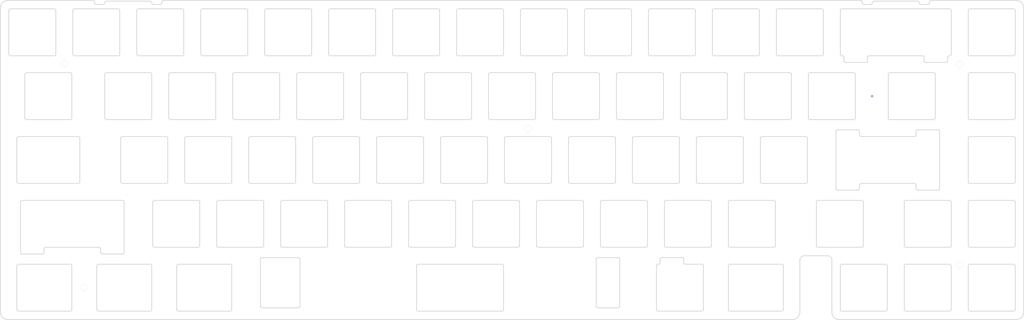
<source format=kicad_pcb>
(kicad_pcb
	(version 20241229)
	(generator "pcbnew")
	(generator_version "9.0")
	(general
		(thickness 1.6)
		(legacy_teardrops no)
	)
	(paper "A3")
	(title_block
		(title "aryess plate")
		(date "2025-04-02")
		(rev "2")
		(company "pioz")
	)
	(layers
		(0 "F.Cu" signal)
		(2 "B.Cu" signal)
		(9 "F.Adhes" user "F.Adhesive")
		(11 "B.Adhes" user "B.Adhesive")
		(13 "F.Paste" user)
		(15 "B.Paste" user)
		(5 "F.SilkS" user "F.Silkscreen")
		(7 "B.SilkS" user "B.Silkscreen")
		(1 "F.Mask" user)
		(3 "B.Mask" user)
		(17 "Dwgs.User" user "User.Drawings")
		(19 "Cmts.User" user "User.Comments")
		(21 "Eco1.User" user "User.Eco1")
		(23 "Eco2.User" user "User.Eco2")
		(25 "Edge.Cuts" user)
		(27 "Margin" user)
		(31 "F.CrtYd" user "F.Courtyard")
		(29 "B.CrtYd" user "B.Courtyard")
		(35 "F.Fab" user)
		(33 "B.Fab" user)
		(39 "User.1" user)
		(41 "User.2" user)
		(43 "User.3" user)
		(45 "User.4" user)
	)
	(setup
		(stackup
			(layer "F.SilkS"
				(type "Top Silk Screen")
			)
			(layer "F.Paste"
				(type "Top Solder Paste")
			)
			(layer "F.Mask"
				(type "Top Solder Mask")
				(thickness 0.01)
			)
			(layer "F.Cu"
				(type "copper")
				(thickness 0.035)
			)
			(layer "dielectric 1"
				(type "core")
				(thickness 1.51)
				(material "FR4")
				(epsilon_r 4.5)
				(loss_tangent 0.02)
			)
			(layer "B.Cu"
				(type "copper")
				(thickness 0.035)
			)
			(layer "B.Mask"
				(type "Bottom Solder Mask")
				(thickness 0.01)
			)
			(layer "B.Paste"
				(type "Bottom Solder Paste")
			)
			(layer "B.SilkS"
				(type "Bottom Silk Screen")
			)
			(copper_finish "None")
			(dielectric_constraints no)
		)
		(pad_to_mask_clearance 0)
		(allow_soldermask_bridges_in_footprints no)
		(tenting front back)
		(pcbplotparams
			(layerselection 0x00000000_00000000_55555555_5755f5ff)
			(plot_on_all_layers_selection 0x00000000_00000000_00000000_00000000)
			(disableapertmacros no)
			(usegerberextensions no)
			(usegerberattributes yes)
			(usegerberadvancedattributes yes)
			(creategerberjobfile yes)
			(dashed_line_dash_ratio 12.000000)
			(dashed_line_gap_ratio 3.000000)
			(svgprecision 4)
			(plotframeref no)
			(mode 1)
			(useauxorigin no)
			(hpglpennumber 1)
			(hpglpenspeed 20)
			(hpglpendiameter 15.000000)
			(pdf_front_fp_property_popups yes)
			(pdf_back_fp_property_popups yes)
			(pdf_metadata yes)
			(pdf_single_document no)
			(dxfpolygonmode yes)
			(dxfimperialunits yes)
			(dxfusepcbnewfont yes)
			(psnegative no)
			(psa4output no)
			(plot_black_and_white yes)
			(sketchpadsonfab no)
			(plotpadnumbers no)
			(hidednponfab no)
			(sketchdnponfab yes)
			(crossoutdnponfab yes)
			(subtractmaskfromsilk no)
			(outputformat 1)
			(mirror no)
			(drillshape 1)
			(scaleselection 1)
			(outputdirectory "")
		)
	)
	(net 0 "")
	(gr_arc
		(start 201.733991 144.133968)
		(mid 201.587526 144.48751)
		(end 201.233991 144.633968)
		(stroke
			(width 0.2)
			(type solid)
		)
		(layer "Edge.Cuts")
		(uuid "00273c7c-f3cc-4bcd-97a7-086dd929d1fa")
	)
	(gr_arc
		(start 57.265241 144.633968)
		(mid 56.911672 144.487534)
		(end 56.765241 144.133968)
		(stroke
			(width 0.2)
			(type solid)
		)
		(layer "Edge.Cuts")
		(uuid "0036aa0a-2b36-4c9b-aca4-daab8a775cc7")
	)
	(gr_arc
		(start 235.071491 106.033968)
		(mid 234.925026 106.38751)
		(end 234.571491 106.533968)
		(stroke
			(width 0.2)
			(type solid)
		)
		(layer "Edge.Cuts")
		(uuid "003ac8b1-9904-46b2-ae75-f38d70cd758b")
	)
	(gr_arc
		(start 215.521491 92.533968)
		(mid 215.875062 92.680409)
		(end 216.021491 93.033968)
		(stroke
			(width 0.2)
			(type solid)
		)
		(layer "Edge.Cuts")
		(uuid "007ff378-9a2a-4fae-aff6-4dd46dc6c42e")
	)
	(gr_arc
		(start 303.620991 70.433968)
		(mid 303.267425 70.287546)
		(end 303.120991 69.933968)
		(stroke
			(width 0.2)
			(type solid)
		)
		(layer "Edge.Cuts")
		(uuid "00eb1283-85c8-401e-bd7b-ce8f0ada1fb2")
	)
	(gr_arc
		(start 263.146491 111.583968)
		(mid 263.500062 111.730409)
		(end 263.646491 112.083968)
		(stroke
			(width 0.2)
			(type solid)
		)
		(layer "Edge.Cuts")
		(uuid "011a4957-1afa-4340-84d3-982b75095a0c")
	)
	(gr_circle
		(center 208.989562 90.177517)
		(end 208.989562 89.177517)
		(stroke
			(width 0.05)
			(type default)
		)
		(fill no)
		(layer "Edge.Cuts")
		(uuid "01539491-8a21-410e-afae-103348ae2813")
	)
	(gr_arc
		(start 302.533991 68.433968)
		(mid 302.180425 68.287546)
		(end 302.033991 67.933968)
		(stroke
			(width 0.2)
			(type solid)
		)
		(layer "Edge.Cuts")
		(uuid "016f8518-7337-4049-ad6f-e34ac0db2c00")
	)
	(gr_line
		(start 340.133991 112.083968)
		(end 340.133991 125.083968)
		(stroke
			(width 0.2)
			(type solid)
		)
		(layer "Edge.Cuts")
		(uuid "01c2904f-8059-44f6-9bfb-e5b626cfb240")
	)
	(gr_arc
		(start 321.083991 131.133968)
		(mid 321.230478 130.780461)
		(end 321.583991 130.633968)
		(stroke
			(width 0.2)
			(type solid)
		)
		(layer "Edge.Cuts")
		(uuid "0209bfd9-2c9d-42a3-8a5b-f493897ec6a7")
	)
	(gr_line
		(start 340.633991 54.433968)
		(end 353.633991 54.433968)
		(stroke
			(width 0.2)
			(type solid)
		)
		(layer "Edge.Cuts")
		(uuid "021a00ee-1d6e-49d7-b86f-e5adc541bacf")
	)
	(gr_line
		(start 282.696491 112.083968)
		(end 282.696491 125.083968)
		(stroke
			(width 0.2)
			(type solid)
		)
		(layer "Edge.Cuts")
		(uuid "021b28a8-c899-44ce-a2d5-50b92549281e")
	)
	(gr_line
		(start 182.971491 93.033968)
		(end 182.971491 106.033968)
		(stroke
			(width 0.2)
			(type solid)
		)
		(layer "Edge.Cuts")
		(uuid "028dac20-538d-439e-8434-53d33b052160")
	)
	(gr_line
		(start 145.371491 106.533968)
		(end 158.371491 106.533968)
		(stroke
			(width 0.2)
			(type solid)
		)
		(layer "Edge.Cuts")
		(uuid "02b4eddb-dec5-4abd-a4c6-b9e373600526")
	)
	(gr_arc
		(start 316.033991 144.133968)
		(mid 315.887526 144.48751)
		(end 315.533991 144.633968)
		(stroke
			(width 0.2)
			(type solid)
		)
		(layer "Edge.Cuts")
		(uuid "02cea46e-a41c-4688-8d9b-5c18a16cc99c")
	)
	(gr_line
		(start 51.858991 54.158968)
		(end 51.858991 144.908968)
		(stroke
			(width 0.2)
			(type solid)
		)
		(layer "Edge.Cuts")
		(uuid "03379a89-d53d-4828-85bf-e5cbf5cbb991")
	)
	(gr_arc
		(start 307.739741 107.033968)
		(mid 307.886195 106.680414)
		(end 308.239741 106.533968)
		(stroke
			(width 0.2)
			(type solid)
		)
		(layer "Edge.Cuts")
		(uuid "045d1e87-7c10-4ff2-8225-df70a26ed070")
	)
	(gr_line
		(start 245.383991 68.433968)
		(end 258.383991 68.433968)
		(stroke
			(width 0.2)
			(type solid)
		)
		(layer "Edge.Cuts")
		(uuid "04d79c03-643a-44b1-9497-9fd2c57b3b08")
	)
	(gr_arc
		(start 73.433991 54.933968)
		(mid 73.580478 54.580461)
		(end 73.933991 54.433968)
		(stroke
			(width 0.2)
			(type solid)
		)
		(layer "Edge.Cuts")
		(uuid "04e31bc8-33a0-44af-8d79-066348c9eb4e")
	)
	(gr_arc
		(start 86.933991 54.433968)
		(mid 87.287562 54.580409)
		(end 87.433991 54.933968)
		(stroke
			(width 0.2)
			(type solid)
		)
		(layer "Edge.Cuts")
		(uuid "05417ef5-8b44-42b1-a0a6-e430b58543a5")
	)
	(gr_arc
		(start 325.058991 52.158968)
		(mid 325.412562 52.305409)
		(end 325.558991 52.658968)
		(stroke
			(width 0.2)
			(type solid)
		)
		(layer "Edge.Cuts")
		(uuid "061ff9fb-3c26-4c52-9651-298a29cd5183")
	)
	(gr_line
		(start 269.196491 130.633968)
		(end 284.577741 130.633968)
		(stroke
			(width 0.2)
			(type solid)
		)
		(layer "Edge.Cuts")
		(uuid "068dfc79-46dc-4cfb-9d42-947cdf06a997")
	)
	(gr_line
		(start 163.921491 93.033968)
		(end 163.921491 106.033968)
		(stroke
			(width 0.2)
			(type solid)
		)
		(layer "Edge.Cuts")
		(uuid "08c30955-dabc-421c-ae1b-debcd3209af1")
	)
	(gr_arc
		(start 149.346491 125.083968)
		(mid 149.200026 125.43751)
		(end 148.846491 125.583968)
		(stroke
			(width 0.2)
			(type solid)
		)
		(layer "Edge.Cuts")
		(uuid "092f8c98-e035-49f3-86ce-97ae7741176a")
	)
	(gr_line
		(start 221.571491 106.533968)
		(end 234.571491 106.533968)
		(stroke
			(width 0.2)
			(type solid)
		)
		(layer "Edge.Cuts")
		(uuid "09b3ac53-336e-47a5-9eda-71901b29f74a")
	)
	(gr_line
		(start 254.121491 93.033968)
		(end 254.121491 106.033968)
		(stroke
			(width 0.2)
			(type solid)
		)
		(layer "Edge.Cuts")
		(uuid "0a6a2051-c1d5-4e77-a5ac-0c0e6425b6ad")
	)
	(gr_line
		(start 254.908991 73.483968)
		(end 267.908991 73.483968)
		(stroke
			(width 0.2)
			(type solid)
		)
		(layer "Edge.Cuts")
		(uuid "0aee5499-7fcd-4be7-a7f2-9497cda7eb48")
	)
	(gr_line
		(start 169.183991 68.433968)
		(end 182.183991 68.433968)
		(stroke
			(width 0.2)
			(type solid)
		)
		(layer "Edge.Cuts")
		(uuid "0aff0369-7bf3-41e9-9aab-feb8c2062164")
	)
	(gr_line
		(start 96.958991 131.133968)
		(end 96.958991 144.133968)
		(stroke
			(width 0.2)
			(type solid)
		)
		(layer "Edge.Cuts")
		(uuid "0b408f52-e4f2-432a-a456-9e1aca445eac")
	)
	(gr_arc
		(start 135.346491 112.083968)
		(mid 135.492978 111.730461)
		(end 135.846491 111.583968)
		(stroke
			(width 0.2)
			(type solid)
		)
		(layer "Edge.Cuts")
		(uuid "0b683c17-f85f-4880-ba34-2cae38e837f4")
	)
	(gr_line
		(start 106.483991 54.933968)
		(end 106.483991 67.933968)
		(stroke
			(width 0.2)
			(type solid)
		)
		(layer "Edge.Cuts")
		(uuid "0bc85c67-9cae-4b85-8313-1adda07c6cd5")
	)
	(gr_line
		(start 333.996991 68.933968)
		(end 333.996991 69.933968)
		(stroke
			(width 0.2)
			(type solid)
		)
		(layer "Edge.Cuts")
		(uuid "0c4ff810-b615-4b13-b7a0-8a020f995819")
	)
	(gr_line
		(start 340.633991 87.483968)
		(end 353.633991 87.483968)
		(stroke
			(width 0.2)
			(type solid)
		)
		(layer "Edge.Cuts")
		(uuid "0c508a1f-1064-46ee-a645-d4c58dcbf4e2")
	)
	(gr_line
		(start 308.239741 92.533968)
		(end 324.115741 92.533968)
		(stroke
			(width 0.2)
			(type solid)
		)
		(layer "Edge.Cuts")
		(uuid "0c58a114-b675-4ebe-9bef-79191815e9ac")
	)
	(gr_arc
		(start 249.646491 112.083968)
		(mid 249.792978 111.730461)
		(end 250.146491 111.583968)
		(stroke
			(width 0.2)
			(type solid)
		)
		(layer "Edge.Cuts")
		(uuid "0d3a6689-04fc-49a9-8da2-5e01117d94c0")
	)
	(gr_arc
		(start 268.408991 86.983968)
		(mid 268.262526 87.33751)
		(end 267.908991 87.483968)
		(stroke
			(width 0.2)
			(type solid)
		)
		(layer "Edge.Cuts")
		(uuid "0da9a33b-572e-42e4-8e5f-ae203c53260c")
	)
	(gr_arc
		(start 112.033991 68.433968)
		(mid 111.680425 68.287546)
		(end 111.533991 67.933968)
		(stroke
			(width 0.2)
			(type solid)
		)
		(layer "Edge.Cuts")
		(uuid "0e089f24-ced9-435d-b080-5d8d5329b412")
	)
	(gr_line
		(start 302.533991 54.433968)
		(end 334.583991 54.433968)
		(stroke
			(width 0.2)
			(type solid)
		)
		(layer "Edge.Cuts")
		(uuid "0e243ce1-8b50-4211-acde-5c0cb0bf7cf4")
	)
	(gr_arc
		(start 272.671491 92.533968)
		(mid 273.025062 92.680409)
		(end 273.171491 93.033968)
		(stroke
			(width 0.2)
			(type solid)
		)
		(layer "Edge.Cuts")
		(uuid "0eb3be3a-bfd3-4980-8679-1e3396861505")
	)
	(gr_arc
		(start 235.827741 128.633968)
		(mid 236.181308 128.780398)
		(end 236.327741 129.133968)
		(stroke
			(width 0.2)
			(type solid)
		)
		(layer "Edge.Cuts")
		(uuid "0ec0edbf-78d8-4625-ab6c-14b2155c7530")
	)
	(gr_arc
		(start 54.883991 68.433968)
		(mid 54.530425 68.287546)
		(end 54.383991 67.933968)
		(stroke
			(width 0.2)
			(type solid)
		)
		(layer "Edge.Cuts")
		(uuid "0ed29efd-1195-49b8-9c02-a2fea7a7386c")
	)
	(gr_line
		(start 121.058991 73.983968)
		(end 121.058991 86.983968)
		(stroke
			(width 0.2)
			(type solid)
		)
		(layer "Edge.Cuts")
		(uuid "0f778f2b-1e0a-4867-bf93-f93cf6d6899f")
	)
	(gr_line
		(start 255.383991 130.133968)
		(end 255.383991 129.133968)
		(stroke
			(width 0.2)
			(type solid)
		)
		(layer "Edge.Cuts")
		(uuid "0f9361f4-c72e-4727-9905-8d2418c8a3d8")
	)
	(gr_arc
		(start 329.821491 73.483968)
		(mid 330.175062 73.630409)
		(end 330.321491 73.983968)
		(stroke
			(width 0.2)
			(type solid)
		)
		(layer "Edge.Cuts")
		(uuid "0f9b38bf-b3c0-4b4b-908e-9cef8048722f")
	)
	(gr_arc
		(start 125.821491 93.033968)
		(mid 125.967978 92.680461)
		(end 126.321491 92.533968)
		(stroke
			(width 0.2)
			(type solid)
		)
		(layer "Edge.Cuts")
		(uuid "0f9c43b0-d6c8-4f44-857c-430baf05ce1f")
	)
	(gr_arc
		(start 244.883991 54.933968)
		(mid 245.030478 54.580461)
		(end 245.383991 54.433968)
		(stroke
			(width 0.2)
			(type solid)
		)
		(layer "Edge.Cuts")
		(uuid "11298e98-5fa1-4865-a050-38dc97ba2961")
	)
	(gr_arc
		(start 140.583991 128.633968)
		(mid 140.937562 128.780409)
		(end 141.083991 129.133968)
		(stroke
			(width 0.2)
			(type solid)
		)
		(layer "Edge.Cuts")
		(uuid "11447e6a-b295-450c-adb8-6cfdafe3af00")
	)
	(gr_line
		(start 354.133991 112.083968)
		(end 354.133991 125.083968)
		(stroke
			(width 0.2)
			(type solid)
		)
		(layer "Edge.Cuts")
		(uuid "11ce835d-dc6b-4023-8844-9de1b560e144")
	)
	(gr_arc
		(start 154.108991 86.983968)
		(mid 153.962526 87.33751)
		(end 153.608991 87.483968)
		(stroke
			(width 0.2)
			(type solid)
		)
		(layer "Edge.Cuts")
		(uuid "129077fc-fc57-45bc-b15a-747d4c344f9f")
	)
	(gr_line
		(start 182.683991 54.933968)
		(end 182.683991 67.933968)
		(stroke
			(width 0.2)
			(type solid)
		)
		(layer "Edge.Cuts")
		(uuid "1317fa93-b045-4d63-bd05-0ff492fb480a")
	)
	(gr_line
		(start 187.446491 112.083968)
		(end 187.446491 125.083968)
		(stroke
			(width 0.2)
			(type solid)
		)
		(layer "Edge.Cuts")
		(uuid "132a898d-bd03-4521-819e-e19902a43eb7")
	)
	(gr_arc
		(start 248.858991 73.483968)
		(mid 249.212562 73.630409)
		(end 249.358991 73.983968)
		(stroke
			(width 0.2)
			(type solid)
		)
		(layer "Edge.Cuts")
		(uuid "141b3bbd-faa9-46c2-af6c-ff9c69cce17d")
	)
	(gr_arc
		(start 106.771491 93.033968)
		(mid 106.917978 92.680461)
		(end 107.271491 92.533968)
		(stroke
			(width 0.2)
			(type solid)
		)
		(layer "Edge.Cuts")
		(uuid "14368fbc-f8f6-4ba5-b2b1-79409232f182")
	)
	(gr_arc
		(start 97.746491 125.583968)
		(mid 97.392925 125.437546)
		(end 97.246491 125.083968)
		(stroke
			(width 0.2)
			(type solid)
		)
		(layer "Edge.Cuts")
		(uuid "1444a4b1-20a3-4c64-aec1-12f9e6380c85")
	)
	(gr_circle
		(center 76.862116 137.633948)
		(end 76.862116 136.633948)
		(stroke
			(width 0.05)
			(type default)
		)
		(fill no)
		(layer "Edge.Cuts")
		(uuid "15244604-5445-4d32-9a93-740be0452a82")
	)
	(gr_line
		(start 291.233991 128.108968)
		(end 298.258991 128.108968)
		(stroke
			(width 0.2)
			(type solid)
		)
		(layer "Edge.Cuts")
		(uuid "15283884-666f-4453-b6c1-d13a63ce615b")
	)
	(gr_arc
		(start 287.458991 86.983968)
		(mid 287.312526 87.33751)
		(end 286.958991 87.483968)
		(stroke
			(width 0.2)
			(type solid)
		)
		(layer "Edge.Cuts")
		(uuid "156cd764-f1d0-4247-994b-65dcc9a79b4d")
	)
	(gr_line
		(start 301.758991 147.158968)
		(end 354.408991 147.158968)
		(stroke
			(width 0.2)
			(type solid)
		)
		(layer "Edge.Cuts")
		(uuid "15935921-9f58-42bd-868f-f096c911434f")
	)
	(gr_line
		(start 340.633991 144.633968)
		(end 353.633991 144.633968)
		(stroke
			(width 0.2)
			(type solid)
		)
		(layer "Edge.Cuts")
		(uuid "15d698f6-f449-4f71-bcf6-92c2860727be")
	)
	(gr_arc
		(start 158.371491 92.533968)
		(mid 158.725062 92.680409)
		(end 158.871491 93.033968)
		(stroke
			(width 0.2)
			(type solid)
		)
		(layer "Edge.Cuts")
		(uuid "16710a91-f724-4e1f-b77f-c82c7cb440fe")
	)
	(gr_arc
		(start 226.333991 68.433968)
		(mid 225.980425 68.287546)
		(end 225.833991 67.933968)
		(stroke
			(width 0.2)
			(type solid)
		)
		(layer "Edge.Cuts")
		(uuid "16f57b63-a359-415d-a728-ea848dbdf6c0")
	)
	(gr_arc
		(start 330.321491 86.983968)
		(mid 330.175026 87.33751)
		(end 329.821491 87.483968)
		(stroke
			(width 0.2)
			(type solid)
		)
		(layer "Edge.Cuts")
		(uuid "175ff990-8c83-4294-90ed-01d51eb5cf27")
	)
	(gr_line
		(start 135.846491 111.583968)
		(end 148.846491 111.583968)
		(stroke
			(width 0.2)
			(type solid)
		)
		(layer "Edge.Cuts")
		(uuid "1835883b-e5e8-4252-8b2c-185146eba2ec")
	)
	(gr_arc
		(start 177.421491 92.533968)
		(mid 177.775062 92.680409)
		(end 177.921491 93.033968)
		(stroke
			(width 0.2)
			(type solid)
		)
		(layer "Edge.Cuts")
		(uuid "1883c3ae-cb5f-4f4b-af2d-f7324d0ffb6f")
	)
	(gr_arc
		(start 315.533991 130.633968)
		(mid 315.887562 130.780409)
		(end 316.033991 131.133968)
		(stroke
			(width 0.2)
			(type solid)
		)
		(layer "Edge.Cuts")
		(uuid "18ad3ca5-bd0d-4c79-b4c9-0082b85862b5")
	)
	(gr_arc
		(start 159.658991 87.483968)
		(mid 159.305425 87.337546)
		(end 159.158991 86.983968)
		(stroke
			(width 0.2)
			(type solid)
		)
		(layer "Edge.Cuts")
		(uuid "18cd0819-2d65-43a9-ad51-f18d9ea60a1a")
	)
	(gr_line
		(start 340.633991 92.533968)
		(end 353.633991 92.533968)
		(stroke
			(width 0.2)
			(type solid)
		)
		(layer "Edge.Cuts")
		(uuid "19fd36f7-25eb-4a8d-a4a6-1dfded0f652f")
	)
	(gr_arc
		(start 229.827741 143.633968)
		(mid 229.474172 143.487534)
		(end 229.327741 143.133968)
		(stroke
			(width 0.2)
			(type solid)
		)
		(layer "Edge.Cuts")
		(uuid "1a04490e-8322-4c06-be45-71080dd6934a")
	)
	(gr_arc
		(start 83.458991 87.483968)
		(mid 83.105425 87.337546)
		(end 82.958991 86.983968)
		(stroke
			(width 0.2)
			(type solid)
		)
		(layer "Edge.Cuts")
		(uuid "1a710592-84dd-46ab-a523-38782316468d")
	)
	(gr_arc
		(start 201.733991 67.933968)
		(mid 201.587526 68.28751)
		(end 201.233991 68.433968)
		(stroke
			(width 0.2)
			(type solid)
		)
		(layer "Edge.Cuts")
		(uuid "1a74a66c-3441-402f-ab4b-f469d5277b4e")
	)
	(gr_line
		(start 57.852241 112.083968)
		(end 57.852241 127.083968)
		(stroke
			(width 0.2)
			(type solid)
		)
		(layer "Edge.Cuts")
		(uuid "1a7b1217-bf52-46ca-b83a-a70ba7f968fc")
	)
	(gr_line
		(start 247.765241 144.633968)
		(end 260.765241 144.633968)
		(stroke
			(width 0.2)
			(type solid)
		)
		(layer "Edge.Cuts")
		(uuid "1a9fa330-fed6-48a8-a39e-f5d70b9946e8")
	)
	(gr_line
		(start 169.183991 54.433968)
		(end 182.183991 54.433968)
		(stroke
			(width 0.2)
			(type solid)
		)
		(layer "Edge.Cuts")
		(uuid "1ad7ff1a-d6d5-4c06-a6fc-4c27c805a5a2")
	)
	(gr_arc
		(start 182.683991 67.933968)
		(mid 182.537526 68.28751)
		(end 182.183991 68.433968)
		(stroke
			(width 0.2)
			(type solid)
		)
		(layer "Edge.Cuts")
		(uuid "1ad92613-1879-42eb-9177-ae17e3dfe9cf")
	)
	(gr_line
		(start 250.146491 111.583968)
		(end 263.146491 111.583968)
		(stroke
			(width 0.2)
			(type solid)
		)
		(layer "Edge.Cuts")
		(uuid "1af25bc0-5679-4ea6-88dc-a2252c23a84b")
	)
	(gr_arc
		(start 88.228241 111.583968)
		(mid 88.581808 111.730398)
		(end 88.728241 112.083968)
		(stroke
			(width 0.2)
			(type solid)
		)
		(layer "Edge.Cuts")
		(uuid "1bbab061-7304-4ebd-aa04-9b59ba8944d3")
	)
	(gr_line
		(start 140.608991 87.483968)
		(end 153.608991 87.483968)
		(stroke
			(width 0.2)
			(type solid)
		)
		(layer "Edge.Cuts")
		(uuid "1bd714f5-7c3c-451f-8aff-d3fade04ca00")
	)
	(gr_line
		(start 178.708991 87.483968)
		(end 191.708991 87.483968)
		(stroke
			(width 0.2)
			(type solid)
		)
		(layer "Edge.Cuts")
		(uuid "1bf581b3-4f23-46f1-8d91-99be497264d9")
	)
	(gr_line
		(start 58.352241 111.583968)
		(end 88.228241 111.583968)
		(stroke
			(width 0.2)
			(type solid)
		)
		(layer "Edge.Cuts")
		(uuid "1c6d6caf-8e54-4697-b6d5-5072cb7750fc")
	)
	(gr_line
		(start 331.115741 90.533968)
		(end 325.115741 90.533968)
		(stroke
			(width 0.2)
			(type solid)
		)
		(layer "Edge.Cuts")
		(uuid "1c9e295a-2d8e-45a4-a15d-cfcda8069069")
	)
	(gr_line
		(start 81.077741 130.633968)
		(end 96.458991 130.633968)
		(stroke
			(width 0.2)
			(type solid)
		)
		(layer "Edge.Cuts")
		(uuid "1ccd5395-40c4-4951-adb9-fcfab5bb5dcd")
	)
	(gr_line
		(start 240.621491 92.533968)
		(end 253.621491 92.533968)
		(stroke
			(width 0.2)
			(type solid)
		)
		(layer "Edge.Cuts")
		(uuid "1d0d0c7f-d8ad-4d37-ad57-238b59bccac2")
	)
	(gr_line
		(start 144.871491 93.033968)
		(end 144.871491 106.033968)
		(stroke
			(width 0.2)
			(type solid)
		)
		(layer "Edge.Cuts")
		(uuid "1d2f7eda-86e9-467e-9f3e-de0914a1361a")
	)
	(gr_arc
		(start 240.621491 106.533968)
		(mid 240.267925 106.387546)
		(end 240.121491 106.033968)
		(stroke
			(width 0.2)
			(type solid)
		)
		(layer "Edge.Cuts")
		(uuid "1d9c6f0b-3407-4716-ba56-c1cb6630811d")
	)
	(gr_line
		(start 268.696491 131.133968)
		(end 268.696491 144.133968)
		(stroke
			(width 0.2)
			(type solid)
		)
		(layer "Edge.Cuts")
		(uuid "1da70252-b6b3-443e-b960-93625e29d406")
	)
	(gr_line
		(start 231.096491 111.583968)
		(end 244.096491 111.583968)
		(stroke
			(width 0.2)
			(type solid)
		)
		(layer "Edge.Cuts")
		(uuid "1e4ec349-62e3-4f3a-8034-92f6ab82c17b")
	)
	(gr_line
		(start 54.883991 68.433968)
		(end 67.883991 68.433968)
		(stroke
			(width 0.2)
			(type solid)
		)
		(layer "Edge.Cuts")
		(uuid "1ea0912e-a018-4a4c-bb42-e32229a3eab3")
	)
	(gr_line
		(start 120.771491 131.133968)
		(end 120.771491 144.133968)
		(stroke
			(width 0.2)
			(type solid)
		)
		(layer "Edge.Cuts")
		(uuid "1eea5025-0dcd-40b2-bde7-6edbc8d968c1")
	)
	(gr_line
		(start 331.615741 108.033968)
		(end 331.615741 91.033968)
		(stroke
			(width 0.2)
			(type solid)
		)
		(layer "Edge.Cuts")
		(uuid "1f3b800b-19d2-4d3a-b643-b4ba2601a1a8")
	)
	(gr_line
		(start 81.728241 126.083968)
		(end 81.728241 127.083968)
		(stroke
			(width 0.2)
			(type solid)
		)
		(layer "Edge.Cuts")
		(uuid "2043a0a1-4eb8-46d1-b1ff-b57295793076")
	)
	(gr_arc
		(start 120.771491 106.033968)
		(mid 120.625026 106.38751)
		(end 120.271491 106.533968)
		(stroke
			(width 0.2)
			(type solid)
		)
		(layer "Edge.Cuts")
		(uuid "20b8b47f-79ba-4fb4-81c0-77e75fdd5447")
	)
	(gr_line
		(start 202.521491 106.533968)
		(end 215.521491 106.533968)
		(stroke
			(width 0.2)
			(type solid)
		)
		(layer "Edge.Cuts")
		(uuid "21f598cc-d538-4661-abd8-f0e87f265b2a")
	)
	(gr_arc
		(start 59.146491 73.983968)
		(mid 59.292978 73.630461)
		(end 59.646491 73.483968)
		(stroke
			(width 0.2)
			(type solid)
		)
		(layer "Edge.Cuts")
		(uuid "2238409a-c3cf-4bc0-a2c5-514092080448")
	)
	(gr_arc
		(start 153.608991 73.483968)
		(mid 153.962562 73.630409)
		(end 154.108991 73.983968)
		(stroke
			(width 0.2)
			(type solid)
		)
		(layer "Edge.Cuts")
		(uuid "22d7c3e5-88ca-436f-9a2b-11421c7cbc6e")
	)
	(gr_line
		(start 328.558991 52.408968)
		(end 328.558991 52.658968)
		(stroke
			(width 0.2)
			(type solid)
		)
		(layer "Edge.Cuts")
		(uuid "23ac4b36-1368-4ce7-9bbf-dcb5bebc5724")
	)
	(gr_line
		(start 120.771491 93.033968)
		(end 120.771491 106.033968)
		(stroke
			(width 0.2)
			(type solid)
		)
		(layer "Edge.Cuts")
		(uuid "24473ecc-242e-494f-a8ce-6ce07529f754")
	)
	(gr_arc
		(start 73.933991 68.433968)
		(mid 73.580425 68.287546)
		(end 73.433991 67.933968)
		(stroke
			(width 0.2)
			(type solid)
		)
		(layer "Edge.Cuts")
		(uuid "24def489-8804-458d-b9ec-bd6d8f3e880e")
	)
	(gr_line
		(start 92.483991 54.933968)
		(end 92.483991 67.933968)
		(stroke
			(width 0.2)
			(type solid)
		)
		(layer "Edge.Cuts")
		(uuid "25ac83d5-afa5-4942-b497-19dbc95db13b")
	)
	(gr_line
		(start 112.033991 68.433968)
		(end 125.033991 68.433968)
		(stroke
			(width 0.2)
			(type solid)
		)
		(layer "Edge.Cuts")
		(uuid "25e66815-cb42-439b-9fcf-8c90fdae53cc")
	)
	(gr_line
		(start 79.958991 52.408968)
		(end 79.958991 52.658968)
		(stroke
			(width 0.2)
			(type solid)
		)
		(layer "Edge.Cuts")
		(uuid "2611253f-7a6d-43a4-bf6e-1013d688a099")
	)
	(gr_line
		(start 188.233991 54.433968)
		(end 201.233991 54.433968)
		(stroke
			(width 0.2)
			(type solid)
		)
		(layer "Edge.Cuts")
		(uuid "269f84b3-b192-42a7-90de-06f5c2fff269")
	)
	(gr_arc
		(start 168.683991 54.933968)
		(mid 168.830478 54.580461)
		(end 169.183991 54.433968)
		(stroke
			(width 0.2)
			(type solid)
		)
		(layer "Edge.Cuts")
		(uuid "273f6d70-74c5-4191-9d4e-32786689f317")
	)
	(gr_line
		(start 328.058991 53.158968)
		(end 326.058991 53.158968)
		(stroke
			(width 0.2)
			(type solid)
		)
		(layer "Edge.Cuts")
		(uuid "27860e04-2563-4d8f-9097-473806071138")
	)
	(gr_arc
		(start 167.896491 111.583968)
		(mid 168.250062 111.730409)
		(end 168.396491 112.083968)
		(stroke
			(width 0.2)
			(type solid)
		)
		(layer "Edge.Cuts")
		(uuid "27e7313c-0360-4d82-84f1-a614dc31c070")
	)
	(gr_line
		(start 54.883991 54.433968)
		(end 67.883991 54.433968)
		(stroke
			(width 0.2)
			(type solid)
		)
		(layer "Edge.Cuts")
		(uuid "280b6caf-5340-4586-9c0a-7c1485b244f2")
	)
	(gr_line
		(start 282.983991 54.933968)
		(end 282.983991 67.933968)
		(stroke
			(width 0.2)
			(type solid)
		)
		(layer "Edge.Cuts")
		(uuid "288c980a-3d19-4e71-a698-bb7d98261ed4")
	)
	(gr_line
		(start 273.171491 93.033968)
		(end 273.171491 106.033968)
		(stroke
			(width 0.2)
			(type solid)
		)
		(layer "Edge.Cuts")
		(uuid "28ae9840-bf9d-4e48-8a52-262b75e534e7")
	)
	(gr_arc
		(start 82.958991 52.658968)
		(mid 83.105478 52.305461)
		(end 83.458991 52.158968)
		(stroke
			(width 0.2)
			(type solid)
		)
		(layer "Edge.Cuts")
		(uuid "28c13107-aad9-4e58-a2e0-73eaac29c308")
	)
	(gr_arc
		(start 82.958991 52.658968)
		(mid 82.812526 53.01251)
		(end 82.458991 53.158968)
		(stroke
			(width 0.2)
			(type solid)
		)
		(layer "Edge.Cuts")
		(uuid "290107da-5ce7-4efb-a059-7e8af6a827d8")
	)
	(gr_arc
		(start 258.883991 67.933968)
		(mid 258.737526 68.28751)
		(end 258.383991 68.433968)
		(stroke
			(width 0.2)
			(type solid)
		)
		(layer "Edge.Cuts")
		(uuid "2917bdf6-8873-41ec-a096-25c78f7196af")
	)
	(gr_line
		(start 130.583991 54.933968)
		(end 130.583991 67.933968)
		(stroke
			(width 0.2)
			(type solid)
		)
		(layer "Edge.Cuts")
		(uuid "2920a83e-9dbb-4136-8391-b73bf66cc00c")
	)
	(gr_line
		(start 140.583991 143.633968)
		(end 129.827741 143.633968)
		(stroke
			(width 0.2)
			(type solid)
		)
		(layer "Edge.Cuts")
		(uuid "2a21b29c-7e98-4677-95c4-5c5b73cf50d6")
	)
	(gr_arc
		(start 327.496991 70.433968)
		(mid 327.143425 70.287546)
		(end 326.996991 69.933968)
		(stroke
			(width 0.2)
			(type solid)
		)
		(layer "Edge.Cuts")
		(uuid "2a9bb6ab-dd59-4433-8fa2-a6f0161606bc")
	)
	(gr_line
		(start 206.783991 54.933968)
		(end 206.783991 67.933968)
		(stroke
			(width 0.2)
			(type solid)
		)
		(layer "Edge.Cuts")
		(uuid "2aa9d269-3261-4b68-9f01-a909a8f44c32")
	)
	(gr_line
		(start 249.646491 112.083968)
		(end 249.646491 125.083968)
		(stroke
			(width 0.2)
			(type solid)
		)
		(layer "Edge.Cuts")
		(uuid "2ac1b464-2408-4d07-91fa-305f3e9f69a2")
	)
	(gr_arc
		(start 248.383991 130.133968)
		(mid 248.237526 130.48751)
		(end 247.883991 130.633968)
		(stroke
			(width 0.2)
			(type solid)
		)
		(layer "Edge.Cuts")
		(uuid "2b15b5b5-06ed-43cf-b850-dff0d0ece751")
	)
	(gr_line
		(start 273.958991 87.483968)
		(end 286.958991 87.483968)
		(stroke
			(width 0.2)
			(type solid)
		)
		(layer "Edge.Cuts")
		(uuid "2b27db4c-4f52-4241-8059-edda82433f95")
	)
	(gr_arc
		(start 244.096491 111.583968)
		(mid 244.450062 111.730409)
		(end 244.596491 112.083968)
		(stroke
			(width 0.2)
			(type solid)
		)
		(layer "Edge.Cuts")
		(uuid "2b784543-60bf-4aa6-baac-ed54fd2ccd98")
	)
	(gr_arc
		(start 311.558991 52.658968)
		(mid 311.412526 53.01251)
		(end 311.058991 53.158968)
		(stroke
			(width 0.2)
			(type solid)
		)
		(layer "Edge.Cuts")
		(uuid "2b82873c-6aa7-4fdc-8f73-24e7eccc719c")
	)
	(gr_line
		(start 283.483991 54.433968)
		(end 296.483991 54.433968)
		(stroke
			(width 0.2)
			(type solid)
		)
		(layer "Edge.Cuts")
		(uuid "2bbb0c6f-a5be-49d2-8293-70dd873ba4f3")
	)
	(gr_arc
		(start 126.321491 106.533968)
		(mid 125.967925 106.387546)
		(end 125.821491 106.033968)
		(stroke
			(width 0.2)
			(type solid)
		)
		(layer "Edge.Cuts")
		(uuid "2be86911-a254-45aa-b1f2-5051495ea2d6")
	)
	(gr_line
		(start 188.233991 68.433968)
		(end 201.233991 68.433968)
		(stroke
			(width 0.2)
			(type solid)
		)
		(layer "Edge.Cuts")
		(uuid "2c26a7a9-a6bf-40c5-bdc4-7e8df708c858")
	)
	(gr_arc
		(start 284.577741 130.633968)
		(mid 284.931308 130.780398)
		(end 285.077741 131.133968)
		(stroke
			(width 0.2)
			(type solid)
		)
		(layer "Edge.Cuts")
		(uuid "2c54977c-d6e2-482e-8a3e-01e2b5e64076")
	)
	(gr_line
		(start 321.583991 111.583968)
		(end 334.583991 111.583968)
		(stroke
			(width 0.2)
			(type solid)
		)
		(layer "Edge.Cuts")
		(uuid "2cc26b69-cf64-4419-8433-01d12c7b077c")
	)
	(gr_line
		(start 135.846491 125.583968)
		(end 148.846491 125.583968)
		(stroke
			(width 0.2)
			(type solid)
		)
		(layer "Edge.Cuts")
		(uuid "2dfa98fb-7cb2-4048-b7eb-c82d5f3418af")
	)
	(gr_line
		(start 295.390241 125.583968)
		(end 308.390241 125.583968)
		(stroke
			(width 0.2)
			(type solid)
		)
		(layer "Edge.Cuts")
		(uuid "2e12b443-2bd0-4b9d-b678-da4c7b6bde46")
	)
	(gr_arc
		(start 307.239741 90.533968)
		(mid 307.593308 90.680398)
		(end 307.739741 91.033968)
		(stroke
			(width 0.2)
			(type solid)
		)
		(layer "Edge.Cuts")
		(uuid "2f341ba5-36de-492f-bb57-c00a61a3e18f")
	)
	(gr_arc
		(start 168.396491 125.083968)
		(mid 168.250026 125.43751)
		(end 167.896491 125.583968)
		(stroke
			(width 0.2)
			(type solid)
		)
		(layer "Edge.Cuts")
		(uuid "2f677ca1-7254-4445-8ee2-02391c993949")
	)
	(gr_arc
		(start 340.133991 112.083968)
		(mid 340.280478 111.730461)
		(end 340.633991 111.583968)
		(stroke
			(width 0.2)
			(type solid)
		)
		(layer "Edge.Cuts")
		(uuid "2fc4c3bb-125a-4cc7-8e6b-692bbbb1cdf2")
	)
	(gr_line
		(start 196.971491 93.033968)
		(end 196.971491 106.033968)
		(stroke
			(width 0.2)
			(type solid)
		)
		(layer "Edge.Cuts")
		(uuid "2fca9f5b-1281-4af1-ab05-cb8ecefc00db")
	)
	(gr_arc
		(start 57.265241 106.533968)
		(mid 56.911672 106.387534)
		(end 56.765241 106.033968)
		(stroke
			(width 0.2)
			(type solid)
		)
		(layer "Edge.Cuts")
		(uuid "2fe447a2-14ea-4ee0-aa2b-c0ed971b6b09")
	)
	(gr_arc
		(start 248.383991 129.133968)
		(mid 248.530478 128.780461)
		(end 248.883991 128.633968)
		(stroke
			(width 0.2)
			(type solid)
		)
		(layer "Edge.Cuts")
		(uuid "2ff8d766-fbba-4491-9310-bac9e7b9918f")
	)
	(gr_line
		(start 216.021491 93.033968)
		(end 216.021491 106.033968)
		(stroke
			(width 0.2)
			(type solid)
		)
		(layer "Edge.Cuts")
		(uuid "30043c7b-f8f8-44fc-b42b-65d0fe015757")
	)
	(gr_line
		(start 309.058991 53.158968)
		(end 311.058991 53.158968)
		(stroke
			(width 0.2)
			(type solid)
		)
		(layer "Edge.Cuts")
		(uuid "313ed0c8-4495-40a5-a9ea-572fadee875a")
	)
	(gr_arc
		(start 205.996491 111.583968)
		(mid 206.350062 111.730409)
		(end 206.496491 112.083968)
		(stroke
			(width 0.2)
			(type solid)
		)
		(layer "Edge.Cuts")
		(uuid "3142cc53-578d-4351-8cae-185fc3b705b9")
	)
	(gr_arc
		(start 121.558991 87.483968)
		(mid 121.205425 87.337546)
		(end 121.058991 86.983968)
		(stroke
			(width 0.2)
			(type solid)
		)
		(layer "Edge.Cuts")
		(uuid "31c3acce-77a2-4947-b562-e620f83d7c62")
	)
	(gr_arc
		(start 107.271491 106.533968)
		(mid 106.917925 106.387546)
		(end 106.771491 106.033968)
		(stroke
			(width 0.2)
			(type solid)
		)
		(layer "Edge.Cuts")
		(uuid "32e6057e-8cdf-4846-acda-0cbb0121cffa")
	)
	(gr_arc
		(start 308.890241 125.083968)
		(mid 308.743779 125.437527)
		(end 308.390241 125.583968)
		(stroke
			(width 0.2)
			(type solid)
		)
		(layer "Edge.Cuts")
		(uuid "336de148-7b90-4be7-8ede-b8122c38becc")
	)
	(gr_arc
		(start 145.371491 106.533968)
		(mid 145.017925 106.387546)
		(end 144.871491 106.033968)
		(stroke
			(width 0.2)
			(type solid)
		)
		(layer "Edge.Cuts")
		(uuid "337223e5-651d-4838-a381-7e9e102b1c1d")
	)
	(gr_arc
		(start 79.458991 51.908968)
		(mid 79.812562 52.055409)
		(end 79.958991 52.408968)
		(stroke
			(width 0.2)
			(type solid)
		)
		(layer "Edge.Cuts")
		(uuid "34af18d9-d498-40c3-a76c-c29a64ecd5ce")
	)
	(gr_arc
		(start 316.821491 87.483968)
		(mid 316.467925 87.337546)
		(end 316.321491 86.983968)
		(stroke
			(width 0.2)
			(type solid)
		)
		(layer "Edge.Cuts")
		(uuid "34bb5917-b8d7-4421-8a86-4e7600706f70")
	)
	(gr_line
		(start 202.021491 93.033968)
		(end 202.021491 106.033968)
		(stroke
			(width 0.2)
			(type solid)
		)
		(layer "Edge.Cuts")
		(uuid "34de8157-f9de-44e3-b96e-670f539d38ed")
	)
	(gr_line
		(start 57.265241 130.633968)
		(end 72.646491 130.633968)
		(stroke
			(width 0.2)
			(type solid)
		)
		(layer "Edge.Cuts")
		(uuid "34e6388c-d61a-40f7-8856-da4dbcafbec9")
	)
	(gr_line
		(start 178.708991 73.483968)
		(end 191.708991 73.483968)
		(stroke
			(width 0.2)
			(type solid)
		)
		(layer "Edge.Cuts")
		(uuid "34fa3646-9c5f-46e1-851c-008f285c0fdc")
	)
	(gr_arc
		(start 82.228241 127.583968)
		(mid 81.874672 127.437534)
		(end 81.728241 127.083968)
		(stroke
			(width 0.2)
			(type solid)
		)
		(layer "Edge.Cuts")
		(uuid "355da725-4b94-408c-bc6a-6a0bbec9f77d")
	)
	(gr_arc
		(start 353.633991 130.633968)
		(mid 353.987562 130.780409)
		(end 354.133991 131.133968)
		(stroke
			(width 0.2)
			(type solid)
		)
		(layer "Edge.Cuts")
		(uuid "35d04c6f-eb41-4755-9983-36293e2c242a")
	)
	(gr_line
		(start 211.258991 73.983968)
		(end 211.258991 86.983968)
		(stroke
			(width 0.2)
			(type solid)
		)
		(layer "Edge.Cuts")
		(uuid "35f16131-465f-46f2-abdc-1fd292dc38dd")
	)
	(gr_line
		(start 293.008991 87.483968)
		(end 306.008991 87.483968)
		(stroke
			(width 0.2)
			(type solid)
		)
		(layer "Edge.Cuts")
		(uuid "3619633d-4d7c-4f71-bc58-b175d937a979")
	)
	(gr_line
		(start 126.321491 92.533968)
		(end 139.321491 92.533968)
		(stroke
			(width 0.2)
			(type solid)
		)
		(layer "Edge.Cuts")
		(uuid "3653b656-cb9a-45ed-b7f3-a6b6b55a99b0")
	)
	(gr_arc
		(start 111.246491 125.083968)
		(mid 111.100026 125.43751)
		(end 110.746491 125.583968)
		(stroke
			(width 0.2)
			(type solid)
		)
		(layer "Edge.Cuts")
		(uuid "36852f22-72f1-489c-bee9-a66aa81a43e5")
	)
	(gr_arc
		(start 175.827741 131.133968)
		(mid 175.974195 130.780414)
		(end 176.327741 130.633968)
		(stroke
			(width 0.2)
			(type solid)
		)
		(layer "Edge.Cuts")
		(uuid "36b136c3-a6b4-4451-81c9-778286345209")
	)
	(gr_arc
		(start 207.283991 68.433968)
		(mid 206.930425 68.287546)
		(end 206.783991 67.933968)
		(stroke
			(width 0.2)
			(type solid)
		)
		(layer "Edge.Cuts")
		(uuid "36dd64f0-1162-47fa-86f4-7b22c719aebd")
	)
	(gr_line
		(start 289.983991 144.908968)
		(end 289.983991 129.358968)
		(stroke
			(width 0.2)
			(type solid)
		)
		(layer "Edge.Cuts")
		(uuid "370cbd95-99a3-404d-ad41-cb57098bb20b")
	)
	(gr_line
		(start 164.421491 106.533968)
		(end 177.421491 106.533968)
		(stroke
			(width 0.2)
			(type solid)
		)
		(layer "Edge.Cuts")
		(uuid "371bfdc7-db61-40f4-863d-affdb6a58202")
	)
	(gr_line
		(start 254.408991 73.983968)
		(end 254.408991 86.983968)
		(stroke
			(width 0.2)
			(type solid)
		)
		(layer "Edge.Cuts")
		(uuid "3721b224-4396-418c-8ac6-b83bc3d1c59d")
	)
	(gr_line
		(start 308.890241 112.083968)
		(end 308.890241 125.083968)
		(stroke
			(width 0.2)
			(type solid)
		)
		(layer "Edge.Cuts")
		(uuid "379ad4c0-c189-4d3e-b0f5-0f775e3214c9")
	)
	(gr_line
		(start 235.827741 128.633968)
		(end 229.827741 128.633968)
		(stroke
			(width 0.2)
			(type solid)
		)
		(layer "Edge.Cuts")
		(uuid "3803caa4-1eba-4051-9d83-a465aeaa22e5")
	)
	(gr_arc
		(start 294.890241 112.083968)
		(mid 295.036695 111.730414)
		(end 295.390241 111.583968)
		(stroke
			(width 0.2)
			(type solid)
		)
		(layer "Edge.Cuts")
		(uuid "38539f85-5773-4ffc-806e-581c85b208ec")
	)
	(gr_arc
		(start 302.620991 68.433968)
		(mid 302.974562 68.580409)
		(end 303.120991 68.933968)
		(stroke
			(width 0.2)
			(type solid)
		)
		(layer "Edge.Cuts")
		(uuid "38a26f2d-d371-47f0-a19f-8b53a7d03ff7")
	)
	(gr_arc
		(start 340.633991 68.433968)
		(mid 340.280425 68.287546)
		(end 340.133991 67.933968)
		(stroke
			(width 0.2)
			(type solid)
		)
		(layer "Edge.Cuts")
		(uuid "39639a43-8fed-4b25-bf1d-f6e4cabb56e8")
	)
	(gr_line
		(start 139.821491 93.033968)
		(end 139.821491 106.033968)
		(stroke
			(width 0.2)
			(type solid)
		)
		(layer "Edge.Cuts")
		(uuid "3970c87c-ce0d-4a83-971f-f1355047cc7c")
	)
	(gr_arc
		(start 206.783991 54.933968)
		(mid 206.930478 54.580461)
		(end 207.283991 54.433968)
		(stroke
			(width 0.2)
			(type solid)
		)
		(layer "Edge.Cuts")
		(uuid "39dc944f-cacc-4c02-b787-9513bd7825e2")
	)
	(gr_line
		(start 121.558991 73.483968)
		(end 134.558991 73.483968)
		(stroke
			(width 0.2)
			(type solid)
		)
		(layer "Edge.Cuts")
		(uuid "3a5f4983-6c61-473b-8883-bbf0d2c9f9d2")
	)
	(gr_line
		(start 235.858991 73.483968)
		(end 248.858991 73.483968)
		(stroke
			(width 0.2)
			(type solid)
		)
		(layer "Edge.Cuts")
		(uuid "3aa4d32a-fb58-4bcd-bd61-ec6366f2e1ca")
	)
	(gr_arc
		(start 258.383991 54.433968)
		(mid 258.737562 54.580409)
		(end 258.883991 54.933968)
		(stroke
			(width 0.2)
			(type solid)
		)
		(layer "Edge.Cuts")
		(uuid "3b649380-322f-40f9-a314-3b241dc2013a")
	)
	(gr_line
		(start 354.133991 54.933968)
		(end 354.133991 67.933968)
		(stroke
			(width 0.2)
			(type solid)
		)
		(layer "Edge.Cuts")
		(uuid "3bb90f2d-b384-46cb-96b9-d3c8d908e95b")
	)
	(gr_line
		(start 150.133991 54.433968)
		(end 163.133991 54.433968)
		(stroke
			(width 0.2)
			(type solid)
		)
		(layer "Edge.Cuts")
		(uuid "3bbd1baa-f9f9-4e2e-b6d0-5bc67a8663a9")
	)
	(gr_line
		(start 116.796491 125.583968)
		(end 129.796491 125.583968)
		(stroke
			(width 0.2)
			(type solid)
		)
		(layer "Edge.Cuts")
		(uuid "3bf56bd7-ed4b-4cbf-aa71-419cbe53c64e")
	)
	(gr_line
		(start 226.333991 54.433968)
		(end 239.333991 54.433968)
		(stroke
			(width 0.2)
			(type solid)
		)
		(layer "Edge.Cuts")
		(uuid "3bf619e4-167d-471f-bbe2-d8c84222de25")
	)
	(gr_line
		(start 80.577741 131.133968)
		(end 80.577741 144.133968)
		(stroke
			(width 0.2)
			(type solid)
		)
		(layer "Edge.Cuts")
		(uuid "3cc0fb2a-445c-427b-a58c-7b1f6caa5345")
	)
	(gr_line
		(start 54.383991 54.933968)
		(end 54.383991 67.933968)
		(stroke
			(width 0.2)
			(type solid)
		)
		(layer "Edge.Cuts")
		(uuid "3ce19513-0df1-45b6-adf4-446b3a3bb726")
	)
	(gr_arc
		(start 172.658991 73.483968)
		(mid 173.012562 73.630409)
		(end 173.158991 73.983968)
		(stroke
			(width 0.2)
			(type solid)
		)
		(layer "Edge.Cuts")
		(uuid "3cfe985f-17fd-47b4-ad89-56cf3941b267")
	)
	(gr_arc
		(start 104.890241 144.633968)
		(mid 104.536672 144.487534)
		(end 104.390241 144.133968)
		(stroke
			(width 0.2)
			(type solid)
		)
		(layer "Edge.Cuts")
		(uuid "3d1cfabd-b513-4ff5-aef6-5a3ec786bb98")
	)
	(gr_arc
		(start 56.765241 93.033968)
		(mid 56.911695 92.680414)
		(end 57.265241 92.533968)
		(stroke
			(width 0.2)
			(type solid)
		)
		(layer "Edge.Cuts")
		(uuid "3db7d883-7a05-4577-a31a-4a9996d648de")
	)
	(gr_line
		(start 335.083991 54.933968)
		(end 335.083991 67.933968)
		(stroke
			(width 0.2)
			(type solid)
		)
		(layer "Edge.Cuts")
		(uuid "3eeb2afc-c63d-4bc6-ae41-2552c1e84702")
	)
	(gr_arc
		(start 111.533991 54.933968)
		(mid 111.680478 54.580461)
		(end 112.033991 54.433968)
		(stroke
			(width 0.2)
			(type solid)
		)
		(layer "Edge.Cuts")
		(uuid "3f39b2e2-15c1-4f4c-8a72-2c7a5dea9aa5")
	)
	(gr_arc
		(start 324.115741 106.533968)
		(mid 324.469308 106.680398)
		(end 324.615741 107.033968)
		(stroke
			(width 0.2)
			(type solid)
		)
		(layer "Edge.Cuts")
		(uuid "3fbfd114-6b84-47df-8831-e6e8d228254a")
	)
	(gr_line
		(start 226.333991 68.433968)
		(end 239.333991 68.433968)
		(stroke
			(width 0.2)
			(type solid)
		)
		(layer "Edge.Cuts")
		(uuid "3fc1f984-2cfa-4524-b0e2-dff9d0925c5c")
	)
	(gr_line
		(start 239.833991 54.933968)
		(end 239.833991 67.933968)
		(stroke
			(width 0.2)
			(type solid)
		)
		(layer "Edge.Cuts")
		(uuid "41c09b75-f973-4e59-b4c5-116b99cf8333")
	)
	(gr_line
		(start 273.458991 73.983968)
		(end 273.458991 86.983968)
		(stroke
			(width 0.2)
			(type solid)
		)
		(layer "Edge.Cuts")
		(uuid "41d971f2-77c7-42ae-a0f9-7895dae47354")
	)
	(gr_line
		(start 335.083991 112.083968)
		(end 335.083991 125.083968)
		(stroke
			(width 0.2)
			(type solid)
		)
		(layer "Edge.Cuts")
		(uuid "42440e55-9025-4ff9-8abb-62505d0629dc")
	)
	(gr_arc
		(start 331.615741 108.033968)
		(mid 331.469279 108.387527)
		(end 331.115741 108.533968)
		(stroke
			(width 0.2)
			(type solid)
		)
		(layer "Edge.Cuts")
		(uuid "42c4d9f3-77d5-422e-ae5b-9a74fdb13e36")
	)
	(gr_arc
		(start 135.846491 125.583968)
		(mid 135.492925 125.437546)
		(end 135.346491 125.083968)
		(stroke
			(width 0.2)
			(type solid)
		)
		(layer "Edge.Cuts")
		(uuid "42c64bac-79f5-4c8a-a2bc-fbc1211149dd")
	)
	(gr_line
		(start 75.527741 93.033968)
		(end 75.527741 106.033968)
		(stroke
			(width 0.2)
			(type solid)
		)
		(layer "Edge.Cuts")
		(uuid "42f77ee0-4503-467d-bfbc-0b806199bddb")
	)
	(gr_line
		(start 201.733991 54.933968)
		(end 201.733991 67.933968)
		(stroke
			(width 0.2)
			(type solid)
		)
		(layer "Edge.Cuts")
		(uuid "4301cb73-19e7-474a-a01d-07053cb98b54")
	)
	(gr_line
		(start 327.496991 70.433968)
		(end 333.496991 70.433968)
		(stroke
			(width 0.2)
			(type solid)
		)
		(layer "Edge.Cuts")
		(uuid "43173bf5-a376-4d6c-87a1-66527658ad09")
	)
	(gr_arc
		(start 186.946491 111.583968)
		(mid 187.300062 111.730409)
		(end 187.446491 112.083968)
		(stroke
			(width 0.2)
			(type solid)
		)
		(layer "Edge.Cuts")
		(uuid "433af118-403c-43a9-ae48-6ce6ed0c6f4c")
	)
	(gr_line
		(start 235.071491 93.033968)
		(end 235.071491 106.033968)
		(stroke
			(width 0.2)
			(type solid)
		)
		(layer "Edge.Cuts")
		(uuid "438e1972-91bb-49c1-968c-a02ddd8aeb23")
	)
	(gr_arc
		(start 140.608991 87.483968)
		(mid 140.255425 87.337546)
		(end 140.108991 86.983968)
		(stroke
			(width 0.2)
			(type solid)
		)
		(layer "Edge.Cuts")
		(uuid "43fccd53-d450-4d8e-a716-e05856b3fe05")
	)
	(gr_arc
		(start 307.739741 108.033968)
		(mid 307.593279 108.387527)
		(end 307.239741 108.533968)
		(stroke
			(width 0.2)
			(type solid)
		)
		(layer "Edge.Cuts")
		(uuid "44c9dfb9-00c7-4cec-8f32-82dbd3474c24")
	)
	(gr_arc
		(start 150.133991 68.433968)
		(mid 149.780425 68.287546)
		(end 149.633991 67.933968)
		(stroke
			(width 0.2)
			(type solid)
		)
		(layer "Edge.Cuts")
		(uuid "44cc2631-5493-4455-bc92-9e11720e928b")
	)
	(gr_arc
		(start 291.721491 92.533968)
		(mid 292.075062 92.680409)
		(end 292.221491 93.033968)
		(stroke
			(width 0.2)
			(type solid)
		)
		(layer "Edge.Cuts")
		(uuid "44fc8a26-6b61-4761-9153-07106f3e7c8c")
	)
	(gr_arc
		(start 202.021491 93.033968)
		(mid 202.167978 92.680461)
		(end 202.521491 92.533968)
		(stroke
			(width 0.2)
			(type solid)
		)
		(layer "Edge.Cuts")
		(uuid "4574bb6d-b0df-43e8-8692-bda37964cfe0")
	)
	(gr_line
		(start 207.283991 54.433968)
		(end 220.283991 54.433968)
		(stroke
			(width 0.2)
			(type solid)
		)
		(layer "Edge.Cuts")
		(uuid "45f03ea1-32e6-4c4c-8d8c-6d0d4bf85a89")
	)
	(gr_line
		(start 73.933991 68.433968)
		(end 86.933991 68.433968)
		(stroke
			(width 0.2)
			(type solid)
		)
		(layer "Edge.Cuts")
		(uuid "46298d15-6652-443e-8695-9ea7d7d76b88")
	)
	(gr_arc
		(start 97.458991 53.158968)
		(mid 97.105425 53.012546)
		(end 96.958991 52.658968)
		(stroke
			(width 0.2)
			(type solid)
		)
		(layer "Edge.Cuts")
		(uuid "47077f20-5115-46d0-b994-3ea763710b4a")
	)
	(gr_line
		(start 131.083991 54.433968)
		(end 144.083991 54.433968)
		(stroke
			(width 0.2)
			(type solid)
		)
		(layer "Edge.Cuts")
		(uuid "47d886b8-efb6-4be3-9c9d-c72607e707cd")
	)
	(gr_arc
		(start 340.633991 125.583968)
		(mid 340.280425 125.437546)
		(end 340.133991 125.083968)
		(stroke
			(width 0.2)
			(type solid)
		)
		(layer "Edge.Cuts")
		(uuid "47e620c9-54eb-41e7-9174-503973ebc037")
	)
	(gr_arc
		(start 354.133991 86.983968)
		(mid 353.987526 87.33751)
		(end 353.633991 87.483968)
		(stroke
			(width 0.2)
			(type solid)
		)
		(layer "Edge.Cuts")
		(uuid "48579c24-b792-49ab-9bc1-9a1c03219f2b")
	)
	(gr_line
		(start 303.120991 68.933968)
		(end 303.120991 69.933968)
		(stroke
			(width 0.2)
			(type solid)
		)
		(layer "Edge.Cuts")
		(uuid "48a89159-2416-416b-93b3-d7c974e08c04")
	)
	(gr_arc
		(start 354.133991 144.133968)
		(mid 353.987526 144.48751)
		(end 353.633991 144.633968)
		(stroke
			(width 0.2)
			(type solid)
		)
		(layer "Edge.Cuts")
		(uuid "48c66df3-1b35-46e9-8d2f-272cdfb766e0")
	)
	(gr_line
		(start 299.508991 129.358968)
		(end 299.508991 144.908968)
		(stroke
			(width 0.2)
			(type solid)
		)
		(layer "Edge.Cuts")
		(uuid "491b3390-5dc0-4bdd-849e-1ba810e152a1")
	)
	(gr_arc
		(start 149.633991 54.933968)
		(mid 149.780478 54.580461)
		(end 150.133991 54.433968)
		(stroke
			(width 0.2)
			(type solid)
		)
		(layer "Edge.Cuts")
		(uuid "4979a189-6ece-45e4-aed7-00c718cc6e40")
	)
	(gr_arc
		(start 68.383991 67.933968)
		(mid 68.237526 68.28751)
		(end 67.883991 68.433968)
		(stroke
			(width 0.2)
			(type solid)
		)
		(layer "Edge.Cuts")
		(uuid "49a6e3a7-9157-4de2-a78f-837d2bbf7faa")
	)
	(gr_arc
		(start 192.208991 86.983968)
		(mid 192.062526 87.33751)
		(end 191.708991 87.483968)
		(stroke
			(width 0.2)
			(type solid)
		)
		(layer "Edge.Cuts")
		(uuid "4ae7d04b-db65-46f5-98e1-7394180035a5")
	)
	(gr_arc
		(start 328.558991 52.408968)
		(mid 328.705478 52.055461)
		(end 329.058991 51.908968)
		(stroke
			(width 0.2)
			(type solid)
		)
		(layer "Edge.Cuts")
		(uuid "4bb4ae21-9fd9-4cd3-b2cb-d2098cc47823")
	)
	(gr_line
		(start 140.583991 128.633968)
		(end 129.827741 128.633968)
		(stroke
			(width 0.2)
			(type solid)
		)
		(layer "Edge.Cuts")
		(uuid "4bde70e3-a083-40f7-a262-95359e92fbf9")
	)
	(gr_arc
		(start 308.390241 111.583968)
		(mid 308.743808 111.730398)
		(end 308.890241 112.083968)
		(stroke
			(width 0.2)
			(type solid)
		)
		(layer "Edge.Cuts")
		(uuid "4c1401c0-5851-443f-aedd-c7a35927e2a5")
	)
	(gr_line
		(start 116.296491 112.083968)
		(end 116.296491 125.083968)
		(stroke
			(width 0.2)
			(type solid)
		)
		(layer "Edge.Cuts")
		(uuid "4c26024a-ca46-4963-baf5-d3f59e06ec53")
	)
	(gr_arc
		(start 144.583991 67.933968)
		(mid 144.437526 68.28751)
		(end 144.083991 68.433968)
		(stroke
			(width 0.2)
			(type solid)
		)
		(layer "Edge.Cuts")
		(uuid "4c40466c-2934-41f5-93e9-dee7a7e9b906")
	)
	(gr_line
		(start 57.265241 144.633968)
		(end 72.646491 144.633968)
		(stroke
			(width 0.2)
			(type solid)
		)
		(layer "Edge.Cuts")
		(uuid "4ca1a6e9-90f5-4798-8341-f2f29a9cf6df")
	)
	(gr_line
		(start 356.658991 54.158968)
		(end 356.658991 144.908968)
		(stroke
			(width 0.2)
			(type solid)
		)
		(layer "Edge.Cuts")
		(uuid "4cdc06eb-c603-4bb2-8135-5e47ffbd489d")
	)
	(gr_arc
		(start 54.108991 147.158968)
		(mid 52.518018 146.499953)
		(end 51.858991 144.908968)
		(stroke
			(width 0.2)
			(type solid)
		)
		(layer "Edge.Cuts")
		(uuid "4db08108-dbab-433d-8ff7-5a07507117be")
	)
	(gr_line
		(start 102.008991 73.983968)
		(end 102.008991 86.983968)
		(stroke
			(width 0.2)
			(type solid)
		)
		(layer "Edge.Cuts")
		(uuid "4db350dd-36a0-44d8-946e-c3f640641ef9")
	)
	(gr_line
		(start 92.983991 68.433968)
		(end 105.983991 68.433968)
		(stroke
			(width 0.2)
			(type solid)
		)
		(layer "Edge.Cuts")
		(uuid "4dce0cd6-c816-4034-a3f5-3021585735e1")
	)
	(gr_arc
		(start 301.758991 147.158968)
		(mid 300.168018 146.499953)
		(end 299.508991 144.908968)
		(stroke
			(width 0.2)
			(type solid)
		)
		(layer "Edge.Cuts")
		(uuid "4df49373-77e8-48e5-a71f-51f2b9901948")
	)
	(gr_line
		(start 303.620991 70.433968)
		(end 309.620991 70.433968)
		(stroke
			(width 0.2)
			(type solid)
		)
		(layer "Edge.Cuts")
		(uuid "4e0be547-9a52-4f43-bddd-6dd45aca4289")
	)
	(gr_line
		(start 197.758991 87.483968)
		(end 210.758991 87.483968)
		(stroke
			(width 0.2)
			(type solid)
		)
		(layer "Edge.Cuts")
		(uuid "4f243116-fd09-4316-9435-a1b37ef15db9")
	)
	(gr_line
		(start 244.596491 112.083968)
		(end 244.596491 125.083968)
		(stroke
			(width 0.2)
			(type solid)
		)
		(layer "Edge.Cuts")
		(uuid "4fa4ae86-b81b-4565-9ccb-d74df4d46349")
	)
	(gr_arc
		(start 96.458991 52.158968)
		(mid 96.812562 52.305409)
		(end 96.958991 52.658968)
		(stroke
			(width 0.2)
			(type solid)
		)
		(layer "Edge.Cuts")
		(uuid "4fffecd0-12c1-4b52-9733-90340ea794e5")
	)
	(gr_line
		(start 116.796491 111.583968)
		(end 129.796491 111.583968)
		(stroke
			(width 0.2)
			(type solid)
		)
		(layer "Edge.Cuts")
		(uuid "513c1e9f-42a9-4b1b-86d5-7abceac547a9")
	)
	(gr_line
		(start 340.633991 125.583968)
		(end 353.633991 125.583968)
		(stroke
			(width 0.2)
			(type solid)
		)
		(layer "Edge.Cuts")
		(uuid "51563852-7329-4745-b2b2-cacee42ff7d2")
	)
	(gr_line
		(start 302.033991 131.133968)
		(end 302.033991 144.133968)
		(stroke
			(width 0.2)
			(type solid)
		)
		(layer "Edge.Cuts")
		(uuid "51a78ca2-c134-4920-90a3-4bbbdae4bef0")
	)
	(gr_line
		(start 173.946491 111.583968)
		(end 186.946491 111.583968)
		(stroke
			(width 0.2)
			(type solid)
		)
		(layer "Edge.Cuts")
		(uuid "51ceabf3-fa7f-48b6-a15d-f24cf1106e8b")
	)
	(gr_arc
		(start 212.046491 125.583968)
		(mid 211.692925 125.437546)
		(end 211.546491 125.083968)
		(stroke
			(width 0.2)
			(type solid)
		)
		(layer "Edge.Cuts")
		(uuid "51f084dc-57e9-4536-8f08-26bad17a7643")
	)
	(gr_arc
		(start 254.883991 128.633968)
		(mid 255.237562 128.780409)
		(end 255.383991 129.133968)
		(stroke
			(width 0.2)
			(type solid)
		)
		(layer "Edge.Cuts")
		(uuid "52075b05-49cf-4eec-89c5-a551d507be4a")
	)
	(gr_line
		(start 141.083991 143.133968)
		(end 141.083991 129.133968)
		(stroke
			(width 0.2)
			(type solid)
		)
		(layer "Edge.Cuts")
		(uuid "521ee1ec-3964-4a2f-ac7f-11eefb70b1e2")
	)
	(gr_line
		(start 121.558991 87.483968)
		(end 134.558991 87.483968)
		(stroke
			(width 0.2)
			(type solid)
		)
		(layer "Edge.Cuts")
		(uuid "524e8765-cea0-42e3-a093-ea090dac6a43")
	)
	(gr_line
		(start 229.327741 143.133968)
		(end 229.327741 129.133968)
		(stroke
			(width 0.2)
			(type solid)
		)
		(layer "Edge.Cuts")
		(uuid "529b8c50-7a84-4c23-a681-85257d339c35")
	)
	(gr_arc
		(start 220.783991 67.933968)
		(mid 220.637526 68.28751)
		(end 220.283991 68.433968)
		(stroke
			(width 0.2)
			(type solid)
		)
		(layer "Edge.Cuts")
		(uuid "530bfec9-3f97-4eb2-b92d-22a5d5017ce4")
	)
	(gr_line
		(start 88.728241 112.083968)
		(end 88.728241 127.083968)
		(stroke
			(width 0.2)
			(type solid)
		)
		(layer "Edge.Cuts")
		(uuid "530c2b5b-8aca-48d9-aa94-ebd1d447d84e")
	)
	(gr_arc
		(start 273.458991 73.983968)
		(mid 273.605478 73.630461)
		(end 273.958991 73.483968)
		(stroke
			(width 0.2)
			(type solid)
		)
		(layer "Edge.Cuts")
		(uuid "535de352-3554-4fcd-a51f-8de7c611c926")
	)
	(gr_arc
		(start 125.533991 67.933968)
		(mid 125.387526 68.28751)
		(end 125.033991 68.433968)
		(stroke
			(width 0.2)
			(type solid)
		)
		(layer "Edge.Cuts")
		(uuid "539f1b1f-2815-4012-803e-c5fb8c2a7630")
	)
	(gr_arc
		(start 269.196491 125.583968)
		(mid 268.842925 125.437546)
		(end 268.696491 125.083968)
		(stroke
			(width 0.2)
			(type solid)
		)
		(layer "Edge.Cuts")
		(uuid "5528ee8a-edd0-4a2f-92b2-017d505bc594")
	)
	(gr_line
		(start 97.746491 111.583968)
		(end 110.746491 111.583968)
		(stroke
			(width 0.2)
			(type solid)
		)
		(layer "Edge.Cuts")
		(uuid "55a3aace-d5df-4147-b78d-a880a9ed2fe9")
	)
	(gr_line
		(start 176.327741 130.633968)
		(end 201.233991 130.633968)
		(stroke
			(width 0.2)
			(type solid)
		)
		(layer "Edge.Cuts")
		(uuid "560d815e-54af-44d9-b7cf-0cd8861bc6df")
	)
	(gr_line
		(start 310.620991 68.433968)
		(end 326.496991 68.433968)
		(stroke
			(width 0.2)
			(type solid)
		)
		(layer "Edge.Cuts")
		(uuid "56ef57d8-ae33-4797-b2ed-57c741a3155b")
	)
	(gr_line
		(start 57.265241 92.533968)
		(end 75.027741 92.533968)
		(stroke
			(width 0.2)
			(type solid)
		)
		(layer "Edge.Cuts")
		(uuid "570732d8-6dab-4b03-85b1-dfddf79c0f90")
	)
	(gr_arc
		(start 116.296491 112.083968)
		(mid 116.442978 111.730461)
		(end 116.796491 111.583968)
		(stroke
			(width 0.2)
			(type solid)
		)
		(layer "Edge.Cuts")
		(uuid "573a0716-0d83-419a-a0a0-a5f39166c628")
	)
	(gr_arc
		(start 296.983991 67.933968)
		(mid 296.837526 68.28751)
		(end 296.483991 68.433968)
		(stroke
			(width 0.2)
			(type solid)
		)
		(layer "Edge.Cuts")
		(uuid "574300bb-69d7-456c-afc9-ca402fafa23f")
	)
	(gr_arc
		(start 239.833991 67.933968)
		(mid 239.687526 68.28751)
		(end 239.333991 68.433968)
		(stroke
			(width 0.2)
			(type solid)
		)
		(layer "Edge.Cuts")
		(uuid "5751b48e-83db-4c2c-97bb-9112633aa07e")
	)
	(gr_arc
		(start 188.233991 68.433968)
		(mid 187.880425 68.287546)
		(end 187.733991 67.933968)
		(stroke
			(width 0.2)
			(type solid)
		)
		(layer "Edge.Cuts")
		(uuid "57f0bb49-8a7b-404c-b501-db8e60c8db32")
	)
	(gr_arc
		(start 333.996991 69.933968)
		(mid 333.850526 70.28751)
		(end 333.496991 70.433968)
		(stroke
			(width 0.2)
			(type solid)
		)
		(layer "Edge.Cuts")
		(uuid "587f20fe-6af0-488c-9a14-55c049b5b180")
	)
	(gr_arc
		(start 211.546491 112.083968)
		(mid 211.692978 111.730461)
		(end 212.046491 111.583968)
		(stroke
			(width 0.2)
			(type solid)
		)
		(layer "Edge.Cuts")
		(uuid "58d63667-0edb-4c68-8e13-28f4d6255c6c")
	)
	(gr_arc
		(start 340.633991 106.533968)
		(mid 340.280425 106.387546)
		(end 340.133991 106.033968)
		(stroke
			(width 0.2)
			(type solid)
		)
		(layer "Edge.Cuts")
		(uuid "590a8b11-81e7-46cb-8b2b-f407807cafda")
	)
	(gr_line
		(start 145.371491 92.533968)
		(end 158.371491 92.533968)
		(stroke
			(width 0.2)
			(type solid)
		)
		(layer "Edge.Cuts")
		(uuid "596ebf9f-e8d1-4f3b-9ee0-8059dfbc9ef4")
	)
	(gr_arc
		(start 115.508991 73.483968)
		(mid 115.862562 73.630409)
		(end 116.008991 73.983968)
		(stroke
			(width 0.2)
			(type solid)
		)
		(layer "Edge.Cuts")
		(uuid "5ba07108-9266-4e15-bc70-0fe630f241b8")
	)
	(gr_line
		(start 168.683991 54.933968)
		(end 168.683991 67.933968)
		(stroke
			(width 0.2)
			(type solid)
		)
		(layer "Edge.Cuts")
		(uuid "5bee4fd7-1970-4f87-b92d-e5f5f04cfede")
	)
	(gr_line
		(start 220.783991 54.933968)
		(end 220.783991 67.933968)
		(stroke
			(width 0.2)
			(type solid)
		)
		(layer "Edge.Cuts")
		(uuid "5c96a423-1ced-4917-aaaf-de6eaeefe4fc")
	)
	(gr_line
		(start 197.758991 73.483968)
		(end 210.758991 73.483968)
		(stroke
			(width 0.2)
			(type solid)
		)
		(layer "Edge.Cuts")
		(uuid "5cc95d62-7502-4a0d-b2ae-74390c4cc3bb")
	)
	(gr_arc
		(start 158.871491 106.033968)
		(mid 158.725026 106.38751)
		(end 158.371491 106.533968)
		(stroke
			(width 0.2)
			(type solid)
		)
		(layer "Edge.Cuts")
		(uuid "5d0177ec-8eca-4344-be1e-c19d37496cd8")
	)
	(gr_line
		(start 302.533991 68.433968)
		(end 302.620991 68.433968)
		(stroke
			(width 0.2)
			(type solid)
		)
		(layer "Edge.Cuts")
		(uuid "5d07cc88-7878-4d7d-89a5-9de8e54a4b3b")
	)
	(gr_line
		(start 216.308991 73.983968)
		(end 216.308991 86.983968)
		(stroke
			(width 0.2)
			(type solid)
		)
		(layer "Edge.Cuts")
		(uuid "5ddb6d65-9db1-41da-b102-95cc18fa4148")
	)
	(gr_arc
		(start 296.483991 54.433968)
		(mid 296.837562 54.580409)
		(end 296.983991 54.933968)
		(stroke
			(width 0.2)
			(type solid)
		)
		(layer "Edge.Cuts")
		(uuid "5de20548-e39d-4593-bb08-cf408ee879e0")
	)
	(gr_arc
		(start 82.958991 73.983968)
		(mid 83.105478 73.630461)
		(end 83.458991 73.483968)
		(stroke
			(width 0.2)
			(type solid)
		)
		(layer "Edge.Cuts")
		(uuid "5e1cf8ce-21e2-4a29-b591-c6a27e20a47c")
	)
	(gr_arc
		(start 293.008991 87.483968)
		(mid 292.655425 87.337546)
		(end 292.508991 86.983968)
		(stroke
			(width 0.2)
			(type solid)
		)
		(layer "Edge.Cuts")
		(uuid "5e398bf3-eb75-400a-a92e-48a645f87df1")
	)
	(gr_arc
		(start 273.171491 106.033968)
		(mid 273.025026 106.38751)
		(end 272.671491 106.533968)
		(stroke
			(width 0.2)
			(type solid)
		)
		(layer "Edge.Cuts")
		(uuid "6008fc94-ddb1-49f3-9adf-813cb3b35c58")
	)
	(gr_arc
		(start 340.133991 131.133968)
		(mid 340.280478 130.780461)
		(end 340.633991 130.633968)
		(stroke
			(width 0.2)
			(type solid)
		)
		(layer "Edge.Cuts")
		(uuid "607bdb4f-22b4-4652-8083-03b8b369ea9f")
	)
	(gr_line
		(start 154.896491 111.583968)
		(end 167.896491 111.583968)
		(stroke
			(width 0.2)
			(type solid)
		)
		(layer "Edge.Cuts")
		(uuid "61f67a62-034f-4079-bf46-bcae927c2615")
	)
	(gr_arc
		(start 164.421491 106.533968)
		(mid 164.067925 106.387546)
		(end 163.921491 106.033968)
		(stroke
			(width 0.2)
			(type solid)
		)
		(layer "Edge.Cuts")
		(uuid "6234169c-e8c3-49b0-a831-2908e9cf1407")
	)
	(gr_arc
		(start 206.496491 125.083968)
		(mid 206.350026 125.43751)
		(end 205.996491 125.583968)
		(stroke
			(width 0.2)
			(type solid)
		)
		(layer "Edge.Cuts")
		(uuid "6351d3a3-a2c2-4447-a3c3-ff841fa34b77")
	)
	(gr_line
		(start 99.458991 53.158968)
		(end 97.458991 53.158968)
		(stroke
			(width 0.2)
			(type solid)
		)
		(layer "Edge.Cuts")
		(uuid "6410224d-434c-4efb-95aa-02370936a6cc")
	)
	(gr_line
		(start 235.827741 143.633968)
		(end 229.827741 143.633968)
		(stroke
			(width 0.2)
			(type solid)
		)
		(layer "Edge.Cuts")
		(uuid "64f07b8a-262b-4849-8c73-6cac31e78cd2")
	)
	(gr_line
		(start 340.633991 111.583968)
		(end 353.633991 111.583968)
		(stroke
			(width 0.2)
			(type solid)
		)
		(layer "Edge.Cuts")
		(uuid "656094cf-3a2c-40d6-b3d3-f7a9321c5472")
	)
	(gr_line
		(start 73.433991 54.933968)
		(end 73.433991 67.933968)
		(stroke
			(width 0.2)
			(type solid)
		)
		(layer "Edge.Cuts")
		(uuid "66a7888f-7a30-49c9-9195-1bd028ac07c8")
	)
	(gr_arc
		(start 187.733991 54.933968)
		(mid 187.880478 54.580461)
		(end 188.233991 54.433968)
		(stroke
			(width 0.2)
			(type solid)
		)
		(layer "Edge.Cuts")
		(uuid "66f9dbdc-840c-4f0b-87d1-4fad1491c434")
	)
	(gr_arc
		(start 289.983991 144.908968)
		(mid 289.325021 146.500005)
		(end 287.733991 147.158968)
		(stroke
			(width 0.2)
			(type solid)
		)
		(layer "Edge.Cuts")
		(uuid "674f65a1-3366-41e5-81ec-2fc76aea11a0")
	)
	(gr_arc
		(start 163.633991 67.933968)
		(mid 163.487526 68.28751)
		(end 163.133991 68.433968)
		(stroke
			(width 0.2)
			(type solid)
		)
		(layer "Edge.Cuts")
		(uuid "6769992a-18cf-4305-b818-8a3cf00d0ed4")
	)
	(gr_line
		(start 97.246491 112.083968)
		(end 97.246491 125.083968)
		(stroke
			(width 0.2)
			(type solid)
		)
		(layer "Edge.Cuts")
		(uuid "67c1b1ec-a919-4096-b60d-19d420ab8d4c")
	)
	(gr_line
		(start 268.696491 112.083968)
		(end 268.696491 125.083968)
		(stroke
			(width 0.2)
			(type solid)
		)
		(layer "Edge.Cuts")
		(uuid "6815d9db-a97b-44d2-abe6-36bc8cdb94d8")
	)
	(gr_arc
		(start 196.971491 106.033968)
		(mid 196.825026 106.38751)
		(end 196.471491 106.533968)
		(stroke
			(width 0.2)
			(type solid)
		)
		(layer "Edge.Cuts")
		(uuid "68a4daee-ea7b-46ed-8016-4daf1252ad8b")
	)
	(gr_line
		(start 236.327741 143.133968)
		(end 236.327741 129.133968)
		(stroke
			(width 0.2)
			(type solid)
		)
		(layer "Edge.Cuts")
		(uuid "68ae6947-3c27-46cf-b678-35c967d66470")
	)
	(gr_arc
		(start 192.996491 125.583968)
		(mid 192.642925 125.437546)
		(end 192.496491 125.083968)
		(stroke
			(width 0.2)
			(type solid)
		)
		(layer "Edge.Cuts")
		(uuid "6956bffe-6960-42e8-9d3a-2c51c338ef05")
	)
	(gr_line
		(start 125.821491 93.033968)
		(end 125.821491 106.033968)
		(stroke
			(width 0.2)
			(type solid)
		)
		(layer "Edge.Cuts")
		(uuid "699431c3-769f-47dc-abb5-2bc835f2bcaf")
	)
	(gr_line
		(start 192.996491 125.583968)
		(end 205.996491 125.583968)
		(stroke
			(width 0.2)
			(type solid)
		)
		(layer "Edge.Cuts")
		(uuid "69976a89-c4bc-4532-b3fd-781a4a488864")
	)
	(gr_line
		(start 294.890241 112.083968)
		(end 294.890241 125.083968)
		(stroke
			(width 0.2)
			(type solid)
		)
		(layer "Edge.Cuts")
		(uuid "6ba2852f-0025-4723-adbd-3294da2f4f85")
	)
	(gr_line
		(start 285.077741 131.133968)
		(end 285.077741 144.133968)
		(stroke
			(width 0.2)
			(type solid)
		)
		(layer "Edge.Cuts")
		(uuid "6d0b1331-d239-42b1-b7eb-6eae21d1af4a")
	)
	(gr_line
		(start 104.890241 130.633968)
		(end 120.271491 130.633968)
		(stroke
			(width 0.2)
			(type solid)
		)
		(layer "Edge.Cuts")
		(uuid "6d55764a-a0ef-4121-b45d-d0b868531e87")
	)
	(gr_line
		(start 269.196491 111.583968)
		(end 282.196491 111.583968)
		(stroke
			(width 0.2)
			(type solid)
		)
		(layer "Edge.Cuts")
		(uuid "6dfe8543-0609-4584-8cff-0459fd0819bd")
	)
	(gr_line
		(start 176.327741 144.633968)
		(end 201.233991 144.633968)
		(stroke
			(width 0.2)
			(type solid)
		)
		(layer "Edge.Cuts")
		(uuid "6e0cb163-e6ae-41e3-bd43-71e045b25db4")
	)
	(gr_line
		(start 206.496491 112.083968)
		(end 206.496491 125.083968)
		(stroke
			(width 0.2)
			(type solid)
		)
		(layer "Edge.Cuts")
		(uuid "6e3c7559-fcca-4df9-9761-4ecd7e9b211f")
	)
	(gr_line
		(start 178.208991 73.983968)
		(end 178.208991 86.983968)
		(stroke
			(width 0.2)
			(type solid)
		)
		(layer "Edge.Cuts")
		(uuid "6e3d1606-4a71-4e0d-965a-9c41119d6ea4")
	)
	(gr_arc
		(start 250.146491 125.583968)
		(mid 249.792925 125.437546)
		(end 249.646491 125.083968)
		(stroke
			(width 0.2)
			(type solid)
		)
		(layer "Edge.Cuts")
		(uuid "6e6da050-5e26-4bea-a9dc-5fafb8af8b1b")
	)
	(gr_arc
		(start 268.696491 112.083968)
		(mid 268.842978 111.730461)
		(end 269.196491 111.583968)
		(stroke
			(width 0.2)
			(type solid)
		)
		(layer "Edge.Cuts")
		(uuid "6e917193-c74d-4bad-a8c8-ebfb2aeb934e")
	)
	(gr_line
		(start 302.533991 144.633968)
		(end 315.533991 144.633968)
		(stroke
			(width 0.2)
			(type solid)
		)
		(layer "Edge.Cuts")
		(uuid "6e9b13eb-505c-40e9-83a2-ca085b249b0b")
	)
	(gr_arc
		(start 282.983991 54.933968)
		(mid 283.130478 54.580461)
		(end 283.483991 54.433968)
		(stroke
			(width 0.2)
			(type solid)
		)
		(layer "Edge.Cuts")
		(uuid "6f38ad57-d126-47c4-9199-d5ed95351132")
	)
	(gr_arc
		(start 324.615741 92.033968)
		(mid 324.469279 92.387527)
		(end 324.115741 92.533968)
		(stroke
			(width 0.2)
			(type solid)
		)
		(layer "Edge.Cuts")
		(uuid "6faf6edc-2312-4430-8fb9-b8c04c46835a")
	)
	(gr_arc
		(start 87.721491 93.033968)
		(mid 87.867978 92.680461)
		(end 88.221491 92.533968)
		(stroke
			(width 0.2)
			(type solid)
		)
		(layer "Edge.Cuts")
		(uuid "6fe2103e-4beb-47df-8a98-f1646d18e1e4")
	)
	(gr_line
		(start 240.621491 106.533968)
		(end 253.621491 106.533968)
		(stroke
			(width 0.2)
			(type solid)
		)
		(layer "Edge.Cuts")
		(uuid "700c3045-924b-4e2f-8ae0-772e12fa5be2")
	)
	(gr_arc
		(start 292.221491 106.033968)
		(mid 292.075026 106.38751)
		(end 291.721491 106.533968)
		(stroke
			(width 0.2)
			(type solid)
		)
		(layer "Edge.Cuts")
		(uuid "70de2015-61cd-48fd-b002-f946d258a6af")
	)
	(gr_arc
		(start 229.327741 129.133968)
		(mid 229.474195 128.780414)
		(end 229.827741 128.633968)
		(stroke
			(width 0.2)
			(type solid)
		)
		(layer "Edge.Cuts")
		(uuid "715da354-a432-43ff-96d5-abe66a8aeee0")
	)
	(gr_line
		(start 340.133991 73.983968)
		(end 340.133991 86.983968)
		(stroke
			(width 0.2)
			(type solid)
		)
		(layer "Edge.Cuts")
		(uuid "7162d403-713f-45b8-84d2-c68be8ef9383")
	)
	(gr_arc
		(start 101.221491 92.533968)
		(mid 101.575062 92.680409)
		(end 101.721491 93.033968)
		(stroke
			(width 0.2)
			(type solid)
		)
		(layer "Edge.Cuts")
		(uuid "71dcb074-c8ec-4842-8260-256e04a1479c")
	)
	(gr_arc
		(start 334.583991 130.633968)
		(mid 334.937562 130.780409)
		(end 335.083991 131.133968)
		(stroke
			(width 0.2)
			(type solid)
		)
		(layer "Edge.Cuts")
		(uuid "71f826db-96a7-46fb-82a4-06919c5fe748")
	)
	(gr_line
		(start 163.633991 54.933968)
		(end 163.633991 67.933968)
		(stroke
			(width 0.2)
			(type solid)
		)
		(layer "Edge.Cuts")
		(uuid "72260288-a55a-4814-a540-c59fef505123")
	)
	(gr_arc
		(start 54.383991 54.933968)
		(mid 54.530478 54.580461)
		(end 54.883991 54.433968)
		(stroke
			(width 0.2)
			(type solid)
		)
		(layer "Edge.Cuts")
		(uuid "7335a5e2-1786-45c4-b665-24d081f1a8c5")
	)
	(gr_line
		(start 82.958991 73.983968)
		(end 82.958991 86.983968)
		(stroke
			(width 0.2)
			(type solid)
		)
		(layer "Edge.Cuts")
		(uuid "73dd299d-6e10-4bd9-975f-15214fddd44c")
	)
	(gr_arc
		(start 326.496991 68.433968)
		(mid 326.850562 68.580409)
		(end 326.996991 68.933968)
		(stroke
			(width 0.2)
			(type solid)
		)
		(layer "Edge.Cuts")
		(uuid "744c2dbc-3401-47f0-8512-4b0021d7708a")
	)
	(gr_line
		(start 316.821491 87.483968)
		(end 329.821491 87.483968)
		(stroke
			(width 0.2)
			(type solid)
		)
		(layer "Edge.Cuts")
		(uuid "747d94f0-3570-4249-a5f9-e550dea33a82")
	)
	(gr_line
		(start 100.458991 51.908968)
		(end 308.058991 51.908968)
		(stroke
			(width 0.2)
			(type solid)
		)
		(layer "Edge.Cuts")
		(uuid "74a2d1b3-a429-4085-93a3-c7d54bd3877b")
	)
	(gr_line
		(start 258.883991 54.933968)
		(end 258.883991 67.933968)
		(stroke
			(width 0.2)
			(type solid)
		)
		(layer "Edge.Cuts")
		(uuid "74dd22c4-9710-4f62-a1f6-d1236c08a273")
	)
	(gr_arc
		(start 235.858991 87.483968)
		(mid 235.505425 87.337546)
		(end 235.358991 86.983968)
		(stroke
			(width 0.2)
			(type solid)
		)
		(layer "Edge.Cuts")
		(uuid "75414ba6-dc48-4b84-9bfe-45b8b772d84e")
	)
	(gr_arc
		(start 110.746491 111.583968)
		(mid 111.100062 111.730409)
		(end 111.246491 112.083968)
		(stroke
			(width 0.2)
			(type solid)
		)
		(layer "Edge.Cuts")
		(uuid "75790a4f-bb7b-4ac2-ad16-c443b0bf083f")
	)
	(gr_line
		(start 81.077741 144.633968)
		(end 96.458991 144.633968)
		(stroke
			(width 0.2)
			(type solid)
		)
		(layer "Edge.Cuts")
		(uuid "75970fb4-e864-435c-afff-c406489afa56")
	)
	(gr_arc
		(start 277.933991 67.933968)
		(mid 277.787526 68.28751)
		(end 277.433991 68.433968)
		(stroke
			(width 0.2)
			(type solid)
		)
		(layer "Edge.Cuts")
		(uuid "75a91327-2a13-4a22-9e20-bff9df9ae2ef")
	)
	(gr_line
		(start 56.765241 131.133968)
		(end 56.765241 144.133968)
		(stroke
			(width 0.2)
			(type solid)
		)
		(layer "Edge.Cuts")
		(uuid "76409c3a-7e7b-4a13-9738-b0f74e6b445f")
	)
	(gr_line
		(start 83.458991 52.158968)
		(end 96.458991 52.158968)
		(stroke
			(width 0.2)
			(type solid)
		)
		(layer "Edge.Cuts")
		(uuid "765fbd19-4aa8-47f4-9629-7402eb590ac8")
	)
	(gr_line
		(start 150.133991 68.433968)
		(end 163.133991 68.433968)
		(stroke
			(width 0.2)
			(type solid)
		)
		(layer "Edge.Cuts")
		(uuid "767e61c3-b0cd-42c9-b08b-c08cc82b4aa3")
	)
	(gr_arc
		(start 187.446491 125.083968)
		(mid 187.300026 125.43751)
		(end 186.946491 125.583968)
		(stroke
			(width 0.2)
			(type solid)
		)
		(layer "Edge.Cuts")
		(uuid "771693cc-156d-456f-b255-ba3b08bddf9a")
	)
	(gr_line
		(start 354.133991 131.133968)
		(end 354.133991 144.133968)
		(stroke
			(width 0.2)
			(type solid)
		)
		(layer "Edge.Cuts")
		(uuid "77288267-27e4-49b7-bba4-9586596781fb")
	)
	(gr_line
		(start 269.196491 144.633968)
		(end 284.577741 144.633968)
		(stroke
			(width 0.2)
			(type solid)
		)
		(layer "Edge.Cuts")
		(uuid "775722a4-ce02-40a1-a163-813458b5caaf")
	)
	(gr_arc
		(start 328.558991 52.658968)
		(mid 328.412526 53.01251)
		(end 328.058991 53.158968)
		(stroke
			(width 0.2)
			(type solid)
		)
		(layer "Edge.Cuts")
		(uuid "77a11b88-2f9e-4244-9aeb-f907fe74ee2b")
	)
	(gr_line
		(start 57.265241 106.533968)
		(end 75.027741 106.533968)
		(stroke
			(width 0.2)
			(type solid)
		)
		(layer "Edge.Cuts")
		(uuid "77a5bf03-25c2-47fd-80e3-eb4b47fd47fb")
	)
	(gr_arc
		(start 183.471491 106.533968)
		(mid 183.117925 106.387546)
		(end 182.971491 106.033968)
		(stroke
			(width 0.2)
			(type solid)
		)
		(layer "Edge.Cuts")
		(uuid "77cbadb5-6d53-487c-a65d-6a2a7a5f77d2")
	)
	(gr_line
		(start 129.327741 143.133968)
		(end 129.327741 129.133968)
		(stroke
			(width 0.2)
			(type solid)
		)
		(layer "Edge.Cuts")
		(uuid "7806fd55-4755-4b8f-baeb-0f7e096ae7d8")
	)
	(gr_arc
		(start 178.208991 73.983968)
		(mid 178.355478 73.630461)
		(end 178.708991 73.483968)
		(stroke
			(width 0.2)
			(type solid)
		)
		(layer "Edge.Cuts")
		(uuid "7811ad4d-752b-4012-a978-d0bc13346543")
	)
	(gr_arc
		(start 254.121491 106.033968)
		(mid 253.975026 106.38751)
		(end 253.621491 106.533968)
		(stroke
			(width 0.2)
			(type solid)
		)
		(layer "Edge.Cuts")
		(uuid "7818040b-3d97-4607-a3b6-7a134404d561")
	)
	(gr_line
		(start 135.058991 73.983968)
		(end 135.058991 86.983968)
		(stroke
			(width 0.2)
			(type solid)
		)
		(layer "Edge.Cuts")
		(uuid "79138d24-80c4-4029-86ef-bbefe31eb3e6")
	)
	(gr_arc
		(start 97.246491 112.083968)
		(mid 97.392978 111.730461)
		(end 97.746491 111.583968)
		(stroke
			(width 0.2)
			(type solid)
		)
		(layer "Edge.Cuts")
		(uuid "7a3274bb-c381-4333-a761-b812499d9f45")
	)
	(gr_arc
		(start 321.583991 125.583968)
		(mid 321.230425 125.437546)
		(end 321.083991 125.083968)
		(stroke
			(width 0.2)
			(type solid)
		)
		(layer "Edge.Cuts")
		(uuid "7a4788a6-bc6b-48d5-aa71-e84c96ee8cbf")
	)
	(gr_arc
		(start 353.633991 92.533968)
		(mid 353.987562 92.680409)
		(end 354.133991 93.033968)
		(stroke
			(width 0.2)
			(type solid)
		)
		(layer "Edge.Cuts")
		(uuid "7a59b092-f51f-4d87-891b-d267230d5328")
	)
	(gr_line
		(start 82.228241 127.583968)
		(end 88.228241 127.583968)
		(stroke
			(width 0.2)
			(type solid)
		)
		(layer "Edge.Cuts")
		(uuid "7b98b78f-83bc-4ab2-95ec-8d4fcd8192c2")
	)
	(gr_line
		(start 321.583991 144.633968)
		(end 334.583991 144.633968)
		(stroke
			(width 0.2)
			(type solid)
		)
		(layer "Edge.Cuts")
		(uuid "7bde4097-4086-4de1-882f-c96166623e12")
	)
	(gr_line
		(start 154.896491 125.583968)
		(end 167.896491 125.583968)
		(stroke
			(width 0.2)
			(type solid)
		)
		(layer "Edge.Cuts")
		(uuid "7d19514f-f9ee-4d41-9b31-35ccda6c4914")
	)
	(gr_line
		(start 73.146491 131.133968)
		(end 73.146491 144.133968)
		(stroke
			(width 0.2)
			(type solid)
		)
		(layer "Edge.Cuts")
		(uuid "7e0e912e-1165-49cc-b933-005248084eec")
	)
	(gr_arc
		(start 311.558991 52.658968)
		(mid 311.705478 52.305461)
		(end 312.058991 52.158968)
		(stroke
			(width 0.2)
			(type solid)
		)
		(layer "Edge.Cuts")
		(uuid "7e49a24b-d501-4695-81f2-ddca766ce05a")
	)
	(gr_arc
		(start 130.583991 54.933968)
		(mid 130.730478 54.580461)
		(end 131.083991 54.433968)
		(stroke
			(width 0.2)
			(type solid)
		)
		(layer "Edge.Cuts")
		(uuid "7ee4275b-a8c2-458f-9fa1-fd904c915b76")
	)
	(gr_arc
		(start 154.396491 112.083968)
		(mid 154.542978 111.730461)
		(end 154.896491 111.583968)
		(stroke
			(width 0.2)
			(type solid)
		)
		(layer "Edge.Cuts")
		(uuid "7f5134ea-1c52-421e-b21d-1de6f64a3073")
	)
	(gr_arc
		(start 325.115741 108.533968)
		(mid 324.762172 108.387534)
		(end 324.615741 108.033968)
		(stroke
			(width 0.2)
			(type solid)
		)
		(layer "Edge.Cuts")
		(uuid "7fd7f4b3-ecab-4151-8b3c-05094234d7e9")
	)
	(gr_line
		(start 154.108991 73.983968)
		(end 154.108991 86.983968)
		(stroke
			(width 0.2)
			(type solid)
		)
		(layer "Edge.Cuts")
		(uuid "7ff108d4-d804-4eff-9320-87e5a436fe9f")
	)
	(gr_arc
		(start 99.958991 52.658968)
		(mid 99.812526 53.01251)
		(end 99.458991 53.158968)
		(stroke
			(width 0.2)
			(type solid)
		)
		(layer "Edge.Cuts")
		(uuid "8002ddd1-e5f9-4533-980d-6846b3eddb6c")
	)
	(gr_line
		(start 278.221491 93.033968)
		(end 278.221491 106.033968)
		(stroke
			(width 0.2)
			(type solid)
		)
		(layer "Edge.Cuts")
		(uuid "804e1342-0e8a-48b8-8c30-3b237b5948f2")
	)
	(gr_line
		(start 306.508991 73.983968)
		(end 306.508991 86.983968)
		(stroke
			(width 0.2)
			(type solid)
		)
		(layer "Edge.Cuts")
		(uuid "805a80d8-616c-45e7-a2c3-1b91a2f465cb")
	)
	(gr_line
		(start 144.583991 54.933968)
		(end 144.583991 67.933968)
		(stroke
			(width 0.2)
			(type solid)
		)
		(layer "Edge.Cuts")
		(uuid "8153bf0d-2d2e-42ce-86f8-7ec236506e75")
	)
	(gr_arc
		(start 99.958991 52.408968)
		(mid 100.105478 52.055461)
		(end 100.458991 51.908968)
		(stroke
			(width 0.2)
			(type solid)
		)
		(layer "Edge.Cuts")
		(uuid "8198b3cb-f734-4278-88e0-0a5cafc0b54e")
	)
	(gr_arc
		(start 286.958991 73.483968)
		(mid 287.312562 73.630409)
		(end 287.458991 73.983968)
		(stroke
			(width 0.2)
			(type solid)
		)
		(layer "Edge.Cuts")
		(uuid "81bb2c83-4f2a-48f3-a9df-3561847823b1")
	)
	(gr_line
		(start 254.908991 87.483968)
		(end 267.908991 87.483968)
		(stroke
			(width 0.2)
			(type solid)
		)
		(layer "Edge.Cuts")
		(uuid "81ddee73-962e-4626-8bcc-51c7b01f838b")
	)
	(gr_arc
		(start 229.808991 73.483968)
		(mid 230.162562 73.630409)
		(end 230.308991 73.983968)
		(stroke
			(width 0.2)
			(type solid)
		)
		(layer "Edge.Cuts")
		(uuid "82042000-bd83-43dc-9e01-e1fdbcabe5cd")
	)
	(gr_arc
		(start 191.708991 73.483968)
		(mid 192.062562 73.630409)
		(end 192.208991 73.983968)
		(stroke
			(width 0.2)
			(type solid)
		)
		(layer "Edge.Cuts")
		(uuid "827144fc-b268-4a03-b94c-19b5c7819cc1")
	)
	(gr_arc
		(start 354.133991 106.033968)
		(mid 353.987526 106.38751)
		(end 353.633991 106.533968)
		(stroke
			(width 0.2)
			(type solid)
		)
		(layer "Edge.Cuts")
		(uuid "8414cddf-27de-43a4-8814-2bb874f6e5db")
	)
	(gr_line
		(start 300.739741 91.033968)
		(end 300.739741 108.033968)
		(stroke
			(width 0.2)
			(type solid)
		)
		(layer "Edge.Cuts")
		(uuid "8423c431-f69d-4e70-95a7-e2239c7924d0")
	)
	(gr_line
		(start 87.433991 54.933968)
		(end 87.433991 67.933968)
		(stroke
			(width 0.2)
			(type solid)
		)
		(layer "Edge.Cuts")
		(uuid "84843831-2e02-43c4-b45b-6463a2a7a46f")
	)
	(gr_arc
		(start 58.352241 127.583968)
		(mid 57.998672 127.437534)
		(end 57.852241 127.083968)
		(stroke
			(width 0.2)
			(type solid)
		)
		(layer "Edge.Cuts")
		(uuid "84ffdf66-3b3c-431e-bdfc-e41fc23e16ec")
	)
	(gr_line
		(start 207.283991 68.433968)
		(end 220.283991 68.433968)
		(stroke
			(width 0.2)
			(type solid)
		)
		(layer "Edge.Cuts")
		(uuid "85211b23-f1d9-428f-9829-e7b2afc52163")
	)
	(gr_arc
		(start 254.908991 87.483968)
		(mid 254.555425 87.337546)
		(end 254.408991 86.983968)
		(stroke
			(width 0.2)
			(type solid)
		)
		(layer "Edge.Cuts")
		(uuid "85d02bb2-0c24-42f1-b9ec-f669023ad096")
	)
	(gr_arc
		(start 259.671491 106.533968)
		(mid 259.317925 106.387546)
		(end 259.171491 106.033968)
		(stroke
			(width 0.2)
			(type solid)
		)
		(layer "Edge.Cuts")
		(uuid "85ea3d3d-eaad-494c-b76b-b518e77789f8")
	)
	(gr_line
		(start 173.946491 125.583968)
		(end 186.946491 125.583968)
		(stroke
			(width 0.2)
			(type solid)
		)
		(layer "Edge.Cuts")
		(uuid "862529e7-e7a1-4a7c-ad9b-489d76047d72")
	)
	(gr_line
		(start 216.808991 87.483968)
		(end 229.808991 87.483968)
		(stroke
			(width 0.2)
			(type solid)
		)
		(layer "Edge.Cuts")
		(uuid "8679e250-7caf-443d-b283-8d1d55bf9e5a")
	)
	(gr_arc
		(start 210.758991 73.483968)
		(mid 211.112562 73.630409)
		(end 211.258991 73.983968)
		(stroke
			(width 0.2)
			(type solid)
		)
		(layer "Edge.Cuts")
		(uuid "87dac0ee-40cc-44fb-be05-688b6e2eee6f")
	)
	(gr_line
		(start 316.821491 73.483968)
		(end 329.821491 73.483968)
		(stroke
			(width 0.2)
			(type solid)
		)
		(layer "Edge.Cuts")
		(uuid "8a56efbd-3c09-4cf7-954a-175bd101bed5")
	)
	(gr_arc
		(start 230.308991 86.983968)
		(mid 230.162526 87.33751)
		(end 229.808991 87.483968)
		(stroke
			(width 0.2)
			(type solid)
		)
		(layer "Edge.Cuts")
		(uuid "8a8c8540-8462-4321-9346-a1d18704882b")
	)
	(gr_arc
		(start 201.233991 54.433968)
		(mid 201.587562 54.580409)
		(end 201.733991 54.933968)
		(stroke
			(width 0.2)
			(type solid)
		)
		(layer "Edge.Cuts")
		(uuid "8acc3cda-251d-4543-a685-548d193354cf")
	)
	(gr_line
		(start 302.533991 130.633968)
		(end 315.533991 130.633968)
		(stroke
			(width 0.2)
			(type solid)
		)
		(layer "Edge.Cuts")
		(uuid "8ad1e2ef-ea73-4fe1-81d3-4a0bd054b32a")
	)
	(gr_arc
		(start 225.833991 54.933968)
		(mid 225.980478 54.580461)
		(end 226.333991 54.433968)
		(stroke
			(width 0.2)
			(type solid)
		)
		(layer "Edge.Cuts")
		(uuid "8ca920ec-70bc-4eba-b3d8-4d58e67d29d0")
	)
	(gr_arc
		(start 221.071491 93.033968)
		(mid 221.217978 92.680461)
		(end 221.571491 92.533968)
		(stroke
			(width 0.2)
			(type solid)
		)
		(layer "Edge.Cuts")
		(uuid "8cd8b42c-2740-48e8-bb5e-ee5ccfff4065")
	)
	(gr_arc
		(start 354.408991 51.908968)
		(mid 355.999998 52.567973)
		(end 356.658991 54.158968)
		(stroke
			(width 0.2)
			(type solid)
		)
		(layer "Edge.Cuts")
		(uuid "8d2a8291-5f0a-4db8-964f-ec8b87836e3f")
	)
	(gr_arc
		(start 178.708991 87.483968)
		(mid 178.355425 87.337546)
		(end 178.208991 86.983968)
		(stroke
			(width 0.2)
			(type solid)
		)
		(layer "Edge.Cuts")
		(uuid "8d5b5d71-65c2-404d-8c1a-8bb640360e10")
	)
	(gr_arc
		(start 144.871491 93.033968)
		(mid 145.017978 92.680461)
		(end 145.371491 92.533968)
		(stroke
			(width 0.2)
			(type solid)
		)
		(layer "Edge.Cuts")
		(uuid "8dab9112-b4db-4eec-b793-40b3c8b5780a")
	)
	(gr_arc
		(start 335.083991 144.133968)
		(mid 334.937526 144.48751)
		(end 334.583991 144.633968)
		(stroke
			(width 0.2)
			(type solid)
		)
		(layer "Edge.Cuts")
		(uuid "8ddfab2c-c8da-40fe-b86e-5d0a3c0f28c4")
	)
	(gr_line
		(start 330.321491 73.983968)
		(end 330.321491 86.983968)
		(stroke
			(width 0.2)
			(type solid)
		)
		(layer "Edge.Cuts")
		(uuid "8df323ae-d06e-4c91-ba02-6ea035d71124")
	)
	(gr_arc
		(start 173.446491 112.083968)
		(mid 173.592978 111.730461)
		(end 173.946491 111.583968)
		(stroke
			(width 0.2)
			(type solid)
		)
		(layer "Edge.Cuts")
		(uuid "8e70959f-0bd6-45ab-925f-97b224216185")
	)
	(gr_line
		(start 111.246491 112.083968)
		(end 111.246491 125.083968)
		(stroke
			(width 0.2)
			(type solid)
		)
		(layer "Edge.Cuts")
		(uuid "8e9bdddc-b6d4-4dbb-967f-1e75dcaaae46")
	)
	(gr_arc
		(start 116.008991 86.983968)
		(mid 115.862526 87.33751)
		(end 115.508991 87.483968)
		(stroke
			(width 0.2)
			(type solid)
		)
		(layer "Edge.Cuts")
		(uuid "8eb834ea-2191-4dc9-9b56-8f35acd2241a")
	)
	(gr_circle
		(center 337.608991 130.780415)
		(end 337.608991 129.780415)
		(stroke
			(width 0.05)
			(type default)
		)
		(fill no)
		(layer "Edge.Cuts")
		(uuid "8ef1f449-c8b8-4a85-a886-05f89a1c170c")
	)
	(gr_arc
		(start 182.971491 93.033968)
		(mid 183.117978 92.680461)
		(end 183.471491 92.533968)
		(stroke
			(width 0.2)
			(type solid)
		)
		(layer "Edge.Cuts")
		(uuid "8f05521b-4c3a-4fd6-9bc5-8a80e52a3370")
	)
	(gr_line
		(start 173.158991 73.983968)
		(end 173.158991 86.983968)
		(stroke
			(width 0.2)
			(type solid)
		)
		(layer "Edge.Cuts")
		(uuid "8f528eec-f266-4e50-9cf2-7d9ebfd9246f")
	)
	(gr_arc
		(start 102.508991 87.483968)
		(mid 102.155425 87.337546)
		(end 102.008991 86.983968)
		(stroke
			(width 0.2)
			(type solid)
		)
		(layer "Edge.Cuts")
		(uuid "8f729c4a-32e6-4209-ba08-ac150ba5648d")
	)
	(gr_line
		(start 340.133991 131.133968)
		(end 340.133991 144.133968)
		(stroke
			(width 0.2)
			(type solid)
		)
		(layer "Edge.Cuts")
		(uuid "91208666-ca97-4023-a225-4813108da827")
	)
	(gr_arc
		(start 354.133991 67.933968)
		(mid 353.987526 68.28751)
		(end 353.633991 68.433968)
		(stroke
			(width 0.2)
			(type solid)
		)
		(layer "Edge.Cuts")
		(uuid "9122e2a0-b092-4f83-8d51-5b0d2ec38404")
	)
	(gr_line
		(start 104.390241 131.133968)
		(end 104.390241 144.133968)
		(stroke
			(width 0.2)
			(type solid)
		)
		(layer "Edge.Cuts")
		(uuid "91a5f0fd-528d-46a7-921e-353e6e8d65d4")
	)
	(gr_arc
		(start 292.508991 73.983968)
		(mid 292.655478 73.630461)
		(end 293.008991 73.483968)
		(stroke
			(width 0.2)
			(type solid)
		)
		(layer "Edge.Cuts")
		(uuid "91b1c6a1-a52f-4b11-bdd5-c5db52424bc3")
	)
	(gr_arc
		(start 192.496491 112.083968)
		(mid 192.642978 111.730461)
		(end 192.996491 111.583968)
		(stroke
			(width 0.2)
			(type solid)
		)
		(layer "Edge.Cuts")
		(uuid "9238ee4a-bf6c-4de6-8762-209160612116")
	)
	(gr_arc
		(start 353.633991 54.433968)
		(mid 353.987562 54.580409)
		(end 354.133991 54.933968)
		(stroke
			(width 0.2)
			(type solid)
		)
		(layer "Edge.Cuts")
		(uuid "9269adca-7962-4d02-a611-78f36f8bfa8b")
	)
	(gr_line
		(start 126.321491 106.533968)
		(end 139.321491 106.533968)
		(stroke
			(width 0.2)
			(type solid)
		)
		(layer "Edge.Cuts")
		(uuid "92e47a50-3406-4b70-96ee-6b2ae58a249d")
	)
	(gr_arc
		(start 88.221491 106.533968)
		(mid 87.867925 106.387546)
		(end 87.721491 106.033968)
		(stroke
			(width 0.2)
			(type solid)
		)
		(layer "Edge.Cuts")
		(uuid "938af4ef-1425-48ef-abf0-e6fc78cd17d8")
	)
	(gr_line
		(start 59.646491 87.483968)
		(end 72.646491 87.483968)
		(stroke
			(width 0.2)
			(type solid)
		)
		(layer "Edge.Cuts")
		(uuid "93edeab5-c613-4332-929d-7c7f76afe7a2")
	)
	(gr_line
		(start 264.433991 54.433968)
		(end 277.433991 54.433968)
		(stroke
			(width 0.2)
			(type solid)
		)
		(layer "Edge.Cuts")
		(uuid "94108568-533c-47b9-b31c-33af17397ae8")
	)
	(gr_line
		(start 187.733991 54.933968)
		(end 187.733991 67.933968)
		(stroke
			(width 0.2)
			(type solid)
		)
		(layer "Edge.Cuts")
		(uuid "94219392-636d-4e6e-93cc-aef15a341936")
	)
	(gr_arc
		(start 234.571491 92.533968)
		(mid 234.925062 92.680409)
		(end 235.071491 93.033968)
		(stroke
			(width 0.2)
			(type solid)
		)
		(layer "Edge.Cuts")
		(uuid "9424d859-5efa-4508-8c2a-5391625ea801")
	)
	(gr_line
		(start 73.146491 73.983968)
		(end 73.146491 86.983968)
		(stroke
			(width 0.2)
			(type solid)
		)
		(layer "Edge.Cuts")
		(uuid "947a0fc6-47a4-4c8f-9053-23bab0b720c5")
	)
	(gr_line
		(start 254.883991 128.633968)
		(end 248.883991 128.633968)
		(stroke
			(width 0.2)
			(type solid)
		)
		(layer "Edge.Cuts")
		(uuid "9491d1b7-88d8-4ff6-b272-4ec426e10dd0")
	)
	(gr_arc
		(start 326.058991 53.158968)
		(mid 325.705425 53.012546)
		(end 325.558991 52.658968)
		(stroke
			(width 0.2)
			(type solid)
		)
		(layer "Edge.Cuts")
		(uuid "94969802-1a4d-4bca-9930-d6c53a0eb648")
	)
	(gr_arc
		(start 335.083991 67.933968)
		(mid 334.937526 68.28751)
		(end 334.583991 68.433968)
		(stroke
			(width 0.2)
			(type solid)
		)
		(layer "Edge.Cuts")
		(uuid "95e03271-acd4-4a90-8923-a361e5c0e659")
	)
	(gr_arc
		(start 96.958991 144.133968)
		(mid 96.812526 144.48751)
		(end 96.458991 144.633968)
		(stroke
			(width 0.2)
			(type solid)
		)
		(layer "Edge.Cuts")
		(uuid "95fa6da2-72e1-454c-9fda-1ba9a19e5882")
	)
	(gr_line
		(start 221.571491 92.533968)
		(end 234.571491 92.533968)
		(stroke
			(width 0.2)
			(type solid)
		)
		(layer "Edge.Cuts")
		(uuid "9626e8b4-2351-4d58-8d63-51573ef5f7b9")
	)
	(gr_line
		(start 197.258991 73.983968)
		(end 197.258991 86.983968)
		(stroke
			(width 0.2)
			(type solid)
		)
		(layer "Edge.Cuts")
		(uuid "9636a0bf-8b80-4b6a-9be4-4c9e1f4c75e4")
	)
	(gr_arc
		(start 255.883991 130.633968)
		(mid 255.530425 130.487546)
		(end 255.383991 130.133968)
		(stroke
			(width 0.2)
			(type solid)
		)
		(layer "Edge.Cuts")
		(uuid "9645a862-8a31-42de-b371-08c3f2c669bc")
	)
	(gr_arc
		(start 301.239741 108.533968)
		(mid 300.886172 108.387534)
		(end 300.739741 108.033968)
		(stroke
			(width 0.2)
			(type solid)
		)
		(layer "Edge.Cuts")
		(uuid "9669cbf2-b24d-4a82-a6bd-eb4fa500ab44")
	)
	(gr_arc
		(start 197.258991 73.983968)
		(mid 197.405478 73.630461)
		(end 197.758991 73.483968)
		(stroke
			(width 0.2)
			(type solid)
		)
		(layer "Edge.Cuts")
		(uuid "96b0c9cf-f9c7-4906-886b-96f3a387956b")
	)
	(gr_arc
		(start 116.796491 125.583968)
		(mid 116.442925 125.437546)
		(end 116.296491 125.083968)
		(stroke
			(width 0.2)
			(type solid)
		)
		(layer "Edge.Cuts")
		(uuid "96b8d1d0-6cd9-4e10-9c2f-8ee79fe6ecaa")
	)
	(gr_arc
		(start 120.271491 92.533968)
		(mid 120.625062 92.680409)
		(end 120.771491 93.033968)
		(stroke
			(width 0.2)
			(type solid)
		)
		(layer "Edge.Cuts")
		(uuid "970742d3-1a9c-490d-a576-f59035dee956")
	)
	(gr_line
		(start 324.615741 107.033968)
		(end 324.615741 108.033968)
		(stroke
			(width 0.2)
			(type solid)
		)
		(layer "Edge.Cuts")
		(uuid "9778b3ae-767e-4208-bef9-bbfb2e77a5d2")
	)
	(gr_line
		(start 235.858991 87.483968)
		(end 248.858991 87.483968)
		(stroke
			(width 0.2)
			(type solid)
		)
		(layer "Edge.Cuts")
		(uuid "9950e1a8-9340-4443-9cce-a72af24423c4")
	)
	(gr_line
		(start 334.496991 68.433968)
		(end 334.583991 68.433968)
		(stroke
			(width 0.2)
			(type solid)
		)
		(layer "Edge.Cuts")
		(uuid "9a25d1e5-0c25-4181-b597-2a81d0628c1a")
	)
	(gr_arc
		(start 353.633991 73.483968)
		(mid 353.987562 73.630409)
		(end 354.133991 73.983968)
		(stroke
			(width 0.2)
			(type solid)
		)
		(layer "Edge.Cuts")
		(uuid "9a34571b-4f42-4f2a-b9c8-57e2e1531ced")
	)
	(gr_arc
		(start 75.027741 92.533968)
		(mid 75.381308 92.680398)
		(end 75.527741 93.033968)
		(stroke
			(width 0.2)
			(type solid)
		)
		(layer "Edge.Cuts")
		(uuid "9a888db7-205a-4a88-a2d5-c16feae5c79c")
	)
	(gr_arc
		(start 201.233991 130.633968)
		(mid 201.587562 130.780409)
		(end 201.733991 131.133968)
		(stroke
			(width 0.2)
			(type solid)
		)
		(layer "Edge.Cuts")
		(uuid "9aa0bf08-6408-4098-8ee5-d4a1b615aab0")
	)
	(gr_line
		(start 295.390241 111.583968)
		(end 308.390241 111.583968)
		(stroke
			(width 0.2)
			(type solid)
		)
		(layer "Edge.Cuts")
		(uuid "9aad4fe6-3444-4563-b40d-13f41ab47751")
	)
	(gr_arc
		(start 140.108991 73.983968)
		(mid 140.255478 73.630461)
		(end 140.608991 73.483968)
		(stroke
			(width 0.2)
			(type solid)
		)
		(layer "Edge.Cuts")
		(uuid "9aaf9426-2aab-4622-ad69-6041ac0f24b5")
	)
	(gr_arc
		(start 121.058991 73.983968)
		(mid 121.205478 73.630461)
		(end 121.558991 73.483968)
		(stroke
			(width 0.2)
			(type solid)
		)
		(layer "Edge.Cuts")
		(uuid "9aec4cbc-01e6-48ff-85ac-b7d9c915370c")
	)
	(gr_line
		(start 231.096491 125.583968)
		(end 244.096491 125.583968)
		(stroke
			(width 0.2)
			(type solid)
		)
		(layer "Edge.Cuts")
		(uuid "9b7f9322-6970-42d2-82dc-474cbfc926bb")
	)
	(gr_arc
		(start 120.771491 144.133968)
		(mid 120.625026 144.48751)
		(end 120.271491 144.633968)
		(stroke
			(width 0.2)
			(type solid)
		)
		(layer "Edge.Cuts")
		(uuid "9ccb493d-977f-466f-9f31-25a81f99778e")
	)
	(gr_line
		(start 107.271491 92.533968)
		(end 120.271491 92.533968)
		(stroke
			(width 0.2)
			(type solid)
		)
		(layer "Edge.Cuts")
		(uuid "9cebfbd7-308e-4261-803d-7cd4fd5bd7c2")
	)
	(gr_line
		(start 59.646491 73.483968)
		(end 72.646491 73.483968)
		(stroke
			(width 0.2)
			(type solid)
		)
		(layer "Edge.Cuts")
		(uuid "9d5c360d-3d2d-4219-b7e0-362ee79ae4ec")
	)
	(gr_line
		(start 321.583991 130.633968)
		(end 334.583991 130.633968)
		(stroke
			(width 0.2)
			(type solid)
		)
		(layer "Edge.Cuts")
		(uuid "9d7f30ca-c4fd-40a6-bf2b-27629c56b8da")
	)
	(gr_line
		(start 316.321491 73.983968)
		(end 316.321491 86.983968)
		(stroke
			(width 0.2)
			(type solid)
		)
		(layer "Edge.Cuts")
		(uuid "9da54af6-25e1-427f-9cc4-7e1c6e216865")
	)
	(gr_arc
		(start 196.471491 92.533968)
		(mid 196.825062 92.680409)
		(end 196.971491 93.033968)
		(stroke
			(width 0.2)
			(type solid)
		)
		(layer "Edge.Cuts")
		(uuid "9dcd4a92-67ea-41a0-bc6c-142e6b78afc8")
	)
	(gr_arc
		(start 135.058991 86.983968)
		(mid 134.912526 87.33751)
		(end 134.558991 87.483968)
		(stroke
			(width 0.2)
			(type solid)
		)
		(layer "Edge.Cuts")
		(uuid "9e059961-4c79-4dc3-ad93-e8895834cfc8")
	)
	(gr_line
		(start 340.633991 68.433968)
		(end 353.633991 68.433968)
		(stroke
			(width 0.2)
			(type solid)
		)
		(layer "Edge.Cuts")
		(uuid "9e4bfe70-8eb5-4741-ad61-c0d08a5b5f5f")
	)
	(gr_line
		(start 278.721491 106.533968)
		(end 291.721491 106.533968)
		(stroke
			(width 0.2)
			(type solid)
		)
		(layer "Edge.Cuts")
		(uuid "9edbc4c7-1f1a-43b0-b28e-9265752f5492")
	)
	(gr_line
		(start 302.033991 54.933968)
		(end 302.033991 67.933968)
		(stroke
			(width 0.2)
			(type solid)
		)
		(layer "Edge.Cuts")
		(uuid "9f7ac056-1e43-48ca-bb9f-f3ba57486375")
	)
	(gr_arc
		(start 269.196491 144.633968)
		(mid 268.842925 144.487546)
		(end 268.696491 144.133968)
		(stroke
			(width 0.2)
			(type solid)
		)
		(layer "Edge.Cuts")
		(uuid "9fcadcc6-e129-40e2-9cfb-d0c443008f88")
	)
	(gr_arc
		(start 154.896491 125.583968)
		(mid 154.542925 125.437546)
		(end 154.396491 125.083968)
		(stroke
			(width 0.2)
			(type solid)
		)
		(layer "Edge.Cuts")
		(uuid "9fe177c9-5f9a-4fda-97fd-29ed79fe8cc0")
	)
	(gr_line
		(start 88.221491 106.533968)
		(end 101.221491 106.533968)
		(stroke
			(width 0.2)
			(type solid)
		)
		(layer "Edge.Cuts")
		(uuid "a01c2ed9-9885-412f-887e-e7a9a429d1f8")
	)
	(gr_arc
		(start 129.796491 111.583968)
		(mid 130.150062 111.730409)
		(end 130.296491 112.083968)
		(stroke
			(width 0.2)
			(type solid)
		)
		(layer "Edge.Cuts")
		(uuid "a0d6da15-27f9-4432-84e4-d914bcdf9a25")
	)
	(gr_arc
		(start 51.858991 54.158968)
		(mid 52.518002 52.567979)
		(end 54.108991 51.908968)
		(stroke
			(width 0.2)
			(type solid)
		)
		(layer "Edge.Cuts")
		(uuid "a15ad5e6-a994-4cd8-bb74-d8190e3f27d7")
	)
	(gr_arc
		(start 96.458991 73.483968)
		(mid 96.812562 73.630409)
		(end 96.958991 73.983968)
		(stroke
			(width 0.2)
			(type solid)
		)
		(layer "Edge.Cuts")
		(uuid "a21fe295-6e84-4a34-aac9-76622291f2e6")
	)
	(gr_arc
		(start 211.258991 86.983968)
		(mid 211.112526 87.33751)
		(end 210.758991 87.483968)
		(stroke
			(width 0.2)
			(type solid)
		)
		(layer "Edge.Cuts")
		(uuid "a224d88c-098a-4cf0-9632-77da39a402a2")
	)
	(gr_line
		(start 106.771491 93.033968)
		(end 106.771491 106.033968)
		(stroke
			(width 0.2)
			(type solid)
		)
		(layer "Edge.Cuts")
		(uuid "a2c41b6d-bc24-49df-b75a-deb2d0d9ff4b")
	)
	(gr_line
		(start 296.983991 54.933968)
		(end 296.983991 67.933968)
		(stroke
			(width 0.2)
			(type solid)
		)
		(layer "Edge.Cuts")
		(uuid "a2d99844-a92c-4aca-b150-45080ae0255f")
	)
	(gr_arc
		(start 306.508991 86.983968)
		(mid 306.362526 87.33751)
		(end 306.008991 87.483968)
		(stroke
			(width 0.2)
			(type solid)
		)
		(layer "Edge.Cuts")
		(uuid "a35419f0-6df7-47a7-bf30-f3baae711edd")
	)
	(gr_arc
		(start 64.852241 127.083968)
		(mid 64.705779 127.437527)
		(end 64.352241 127.583968)
		(stroke
			(width 0.2)
			(type solid)
		)
		(layer "Edge.Cuts")
		(uuid "a3c233c8-1501-4796-8ecc-0e6efea68eba")
	)
	(gr_arc
		(start 282.196491 111.583968)
		(mid 282.550062 111.730409)
		(end 282.696491 112.083968)
		(stroke
			(width 0.2)
			(type solid)
		)
		(layer "Edge.Cuts")
		(uuid "a3c3d08b-7f86-4808-a4a7-3e3c3689eef4")
	)
	(gr_line
		(start 102.508991 73.483968)
		(end 115.508991 73.483968)
		(stroke
			(width 0.2)
			(type solid)
		)
		(layer "Edge.Cuts")
		(uuid "a42acfc8-cfe8-47f8-b5fe-bf03d8a95f14")
	)
	(gr_arc
		(start 340.133991 73.983968)
		(mid 340.280478 73.630461)
		(end 340.633991 73.483968)
		(stroke
			(width 0.2)
			(type solid)
		)
		(layer "Edge.Cuts")
		(uuid "a438015d-0f4e-47a3-bea6-b1367839a51f")
	)
	(gr_arc
		(start 324.615741 91.033968)
		(mid 324.762195 90.680414)
		(end 325.115741 90.533968)
		(stroke
			(width 0.2)
			(type solid)
		)
		(layer "Edge.Cuts")
		(uuid "a5bfcf07-14c1-4a6d-87e2-58a13271e80e")
	)
	(gr_arc
		(start 354.133991 125.083968)
		(mid 353.987526 125.43751)
		(end 353.633991 125.583968)
		(stroke
			(width 0.2)
			(type solid)
		)
		(layer "Edge.Cuts")
		(uuid "a6523be4-5f3c-4794-9a19-b2ddb8aecd68")
	)
	(gr_line
		(start 101.721491 93.033968)
		(end 101.721491 106.033968)
		(stroke
			(width 0.2)
			(type solid)
		)
		(layer "Edge.Cuts")
		(uuid "a65cdc3b-fde9-42d3-ad22-580c44c537c8")
	)
	(gr_line
		(start 83.458991 73.483968)
		(end 96.458991 73.483968)
		(stroke
			(width 0.2)
			(type solid)
		)
		(layer "Edge.Cuts")
		(uuid "a66d3481-7216-4abb-8232-582324e2dffd")
	)
	(gr_arc
		(start 176.327741 144.633968)
		(mid 175.974172 144.487534)
		(end 175.827741 144.133968)
		(stroke
			(width 0.2)
			(type solid)
		)
		(layer "Edge.Cuts")
		(uuid "a6d7221d-c108-4ad5-b0f6-9be15f5e8d4c")
	)
	(gr_arc
		(start 282.696491 125.083968)
		(mid 282.550026 125.43751)
		(end 282.196491 125.583968)
		(stroke
			(width 0.2)
			(type solid)
		)
		(layer "Edge.Cuts")
		(uuid "a7f35136-b02c-4f74-b665-5453462742e8")
	)
	(gr_line
		(start 308.239741 106.533968)
		(end 324.115741 106.533968)
		(stroke
			(width 0.2)
			(type solid)
		)
		(layer "Edge.Cuts")
		(uuid "a8752664-9adc-462e-b544-b9d1561ff5fa")
	)
	(gr_arc
		(start 333.996991 68.933968)
		(mid 334.143478 68.580461)
		(end 334.496991 68.433968)
		(stroke
			(width 0.2)
			(type solid)
		)
		(layer "Edge.Cuts")
		(uuid "a8ded919-5726-4828-9d22-77c1f6c79039")
	)
	(gr_arc
		(start 236.327741 143.133968)
		(mid 236.181279 143.487527)
		(end 235.827741 143.633968)
		(stroke
			(width 0.2)
			(type solid)
		)
		(layer "Edge.Cuts")
		(uuid "aacde2c8-2526-48f8-9d12-fa5f8589a50e")
	)
	(gr_line
		(start 340.133991 54.933968)
		(end 340.133991 67.933968)
		(stroke
			(width 0.2)
			(type solid)
		)
		(layer "Edge.Cuts")
		(uuid "ab65e077-f8e0-4f84-92a5-999b39627b5a")
	)
	(gr_line
		(start 64.852241 126.083968)
		(end 64.852241 127.083968)
		(stroke
			(width 0.2)
			(type solid)
		)
		(layer "Edge.Cuts")
		(uuid "ac0e0474-0f28-40fc-9ef9-52f3c5797e4c")
	)
	(gr_arc
		(start 87.433991 67.933968)
		(mid 87.287526 68.28751)
		(end 86.933991 68.433968)
		(stroke
			(width 0.2)
			(type solid)
		)
		(layer "Edge.Cuts")
		(uuid "ac4b41c8-a692-49ef-85bb-8a942e58ec18")
	)
	(gr_line
		(start 278.721491 92.533968)
		(end 291.721491 92.533968)
		(stroke
			(width 0.2)
			(type solid)
		)
		(layer "Edge.Cuts")
		(uuid "ac9b44b4-8802-49f6-b67b-3a61ee58bf9b")
	)
	(gr_line
		(start 159.658991 73.483968)
		(end 172.658991 73.483968)
		(stroke
			(width 0.2)
			(type solid)
		)
		(layer "Edge.Cuts")
		(uuid "ad40cf00-02ae-4669-b37e-06b5481aa77a")
	)
	(gr_arc
		(start 261.265241 144.133968)
		(mid 261.118779 144.487527)
		(end 260.765241 144.633968)
		(stroke
			(width 0.2)
			(type solid)
		)
		(layer "Edge.Cuts")
		(uuid "ad55f7d2-62dd-4a50-b48f-104ff4d9acfb")
	)
	(gr_line
		(start 56.765241 93.033968)
		(end 56.765241 106.033968)
		(stroke
			(width 0.2)
			(type solid)
		)
		(layer "Edge.Cuts")
		(uuid "add1ee85-ccd4-4124-acf3-2737eb1fe1e2")
	)
	(gr_arc
		(start 253.621491 92.533968)
		(mid 253.975062 92.680409)
		(end 254.121491 93.033968)
		(stroke
			(width 0.2)
			(type solid)
		)
		(layer "Edge.Cuts")
		(uuid "ade60bbb-ec3c-4c4c-96f1-4c3bd425875a")
	)
	(gr_arc
		(start 310.120991 68.933968)
		(mid 310.267478 68.580461)
		(end 310.620991 68.433968)
		(stroke
			(width 0.2)
			(type solid)
		)
		(layer "Edge.Cuts")
		(uuid "ae4ab728-72f1-42f4-a07c-4228b0f36a3c")
	)
	(gr_line
		(start 245.383991 54.433968)
		(end 258.383991 54.433968)
		(stroke
			(width 0.2)
			(type solid)
		)
		(layer "Edge.Cuts")
		(uuid "ae7dd412-db5f-4909-b9c2-05a567a8a7c4")
	)
	(gr_line
		(start 104.890241 144.633968)
		(end 120.271491 144.633968)
		(stroke
			(width 0.2)
			(type solid)
		)
		(layer "Edge.Cuts")
		(uuid "aea205e1-4989-476e-84cb-ceffc2a7a403")
	)
	(gr_arc
		(start 240.121491 93.033968)
		(mid 240.267978 92.680461)
		(end 240.621491 92.533968)
		(stroke
			(width 0.2)
			(type solid)
		)
		(layer "Edge.Cuts")
		(uuid "af0d8ffb-946c-4e05-b9ba-d580c308b75c")
	)
	(gr_line
		(start 183.471491 92.533968)
		(end 196.471491 92.533968)
		(stroke
			(width 0.2)
			(type solid)
		)
		(layer "Edge.Cuts")
		(uuid "af0e3fcf-72e6-45d9-baee-8842bf20b768")
	)
	(gr_line
		(start 325.115741 108.533968)
		(end 331.115741 108.533968)
		(stroke
			(width 0.2)
			(type solid)
		)
		(layer "Edge.Cuts")
		(uuid "af10183c-7b81-438f-8d09-469dc7f63e9f")
	)
	(gr_line
		(start 340.633991 130.633968)
		(end 353.633991 130.633968)
		(stroke
			(width 0.2)
			(type solid)
		)
		(layer "Edge.Cuts")
		(uuid "af10a10b-de9d-4c41-85df-750ea1a79819")
	)
	(gr_line
		(start 340.633991 73.483968)
		(end 353.633991 73.483968)
		(stroke
			(width 0.2)
			(type solid)
		)
		(layer "Edge.Cuts")
		(uuid "af36c35a-3d88-4082-a187-482df085738e")
	)
	(gr_arc
		(start 263.646491 125.083968)
		(mid 263.500026 125.43751)
		(end 263.146491 125.583968)
		(stroke
			(width 0.2)
			(type solid)
		)
		(layer "Edge.Cuts")
		(uuid "af9bd605-010d-4f6d-a4ed-2a3a36af710d")
	)
	(gr_line
		(start 88.221491 92.533968)
		(end 101.221491 92.533968)
		(stroke
			(width 0.2)
			(type solid)
		)
		(layer "Edge.Cuts")
		(uuid "b09f2f0f-2298-487f-b9c8-ff9b630f8a9a")
	)
	(gr_arc
		(start 72.646491 130.633968)
		(mid 73.000062 130.780409)
		(end 73.146491 131.133968)
		(stroke
			(width 0.2)
			(type solid)
		)
		(layer "Edge.Cuts")
		(uuid "b10bdb75-a8df-480e-aaf9-ca1ed1c49f17")
	)
	(gr_arc
		(start 249.358991 86.983968)
		(mid 249.212526 87.33751)
		(end 248.858991 87.483968)
		(stroke
			(width 0.2)
			(type solid)
		)
		(layer "Edge.Cuts")
		(uuid "b22dd5fa-4723-49a9-9030-4f5562c48107")
	)
	(gr_line
		(start 244.883991 54.933968)
		(end 244.883991 67.933968)
		(stroke
			(width 0.2)
			(type solid)
		)
		(layer "Edge.Cuts")
		(uuid "b2b42a00-fc3a-4835-9dfb-e66c72d53a75")
	)
	(gr_arc
		(start 130.296491 125.083968)
		(mid 130.150026 125.43751)
		(end 129.796491 125.583968)
		(stroke
			(width 0.2)
			(type solid)
		)
		(layer "Edge.Cuts")
		(uuid "b35c7266-f36e-48c4-9351-0bf0fe038496")
	)
	(gr_line
		(start 125.533991 54.933968)
		(end 125.533991 67.933968)
		(stroke
			(width 0.2)
			(type solid)
		)
		(layer "Edge.Cuts")
		(uuid "b398d125-f65e-4bfe-a04e-52b9de1b64c5")
	)
	(gr_arc
		(start 335.083991 125.083968)
		(mid 334.937526 125.43751)
		(end 334.583991 125.583968)
		(stroke
			(width 0.2)
			(type solid)
		)
		(layer "Edge.Cuts")
		(uuid "b4ca3d6e-22fd-46c0-b48c-e534e577590d")
	)
	(gr_arc
		(start 72.646491 73.483968)
		(mid 73.000062 73.630409)
		(end 73.146491 73.983968)
		(stroke
			(width 0.2)
			(type solid)
		)
		(layer "Edge.Cuts")
		(uuid "b528a277-4fc0-48c5-ab4d-a7de907ab9d2")
	)
	(gr_arc
		(start 220.283991 54.433968)
		(mid 220.637562 54.580409)
		(end 220.783991 54.933968)
		(stroke
			(width 0.2)
			(type solid)
		)
		(layer "Edge.Cuts")
		(uuid "b541ad59-1dae-4fae-ac60-9f0f89870d6d")
	)
	(gr_line
		(start 131.083991 68.433968)
		(end 144.083991 68.433968)
		(stroke
			(width 0.2)
			(type solid)
		)
		(layer "Edge.Cuts")
		(uuid "b5579d8a-807f-4a96-8ca1-3f9e0bd54743")
	)
	(gr_line
		(start 59.146491 73.983968)
		(end 59.146491 86.983968)
		(stroke
			(width 0.2)
			(type solid)
		)
		(layer "Edge.Cuts")
		(uuid "b57445d5-40b6-4f07-ac38-eb0eeaa6caa4")
	)
	(gr_arc
		(start 247.265241 131.133968)
		(mid 247.411695 130.780414)
		(end 247.765241 130.633968)
		(stroke
			(width 0.2)
			(type solid)
		)
		(layer "Edge.Cuts")
		(uuid "b5a2b4c9-ddf0-4b6b-838e-b3d9244398e3")
	)
	(gr_line
		(start 307.739741 107.033968)
		(end 307.739741 108.033968)
		(stroke
			(width 0.2)
			(type solid)
		)
		(layer "Edge.Cuts")
		(uuid "b68d96e8-b9ec-4fd1-a3e2-f89c0f5863bf")
	)
	(gr_arc
		(start 298.258991 128.108968)
		(mid 299.142892 128.475079)
		(end 299.508991 129.358968)
		(stroke
			(width 0.2)
			(type solid)
		)
		(layer "Edge.Cuts")
		(uuid "b6ba0564-11dc-4013-ae48-2828b72bb85a")
	)
	(gr_line
		(start 83.458991 87.483968)
		(end 96.458991 87.483968)
		(stroke
			(width 0.2)
			(type solid)
		)
		(layer "Edge.Cuts")
		(uuid "b6fd4de1-b6ae-47a8-bc49-fe3f10b3f464")
	)
	(gr_line
		(start 140.108991 73.983968)
		(end 140.108991 86.983968)
		(stroke
			(width 0.2)
			(type solid)
		)
		(layer "Edge.Cuts")
		(uuid "b797df47-6ce4-4dfb-b454-0db92883efd3")
	)
	(gr_line
		(start 326.996991 68.933968)
		(end 326.996991 69.933968)
		(stroke
			(width 0.2)
			(type solid)
		)
		(layer "Edge.Cuts")
		(uuid "b798f935-081f-4044-a021-1e85089eccae")
	)
	(gr_arc
		(start 141.083991 143.133968)
		(mid 140.937526 143.48751)
		(end 140.583991 143.633968)
		(stroke
			(width 0.2)
			(type solid)
		)
		(layer "Edge.Cuts")
		(uuid "b827b909-4663-4283-8d16-91b610c87f3f")
	)
	(gr_arc
		(start 216.308991 73.983968)
		(mid 216.455478 73.630461)
		(end 216.808991 73.483968)
		(stroke
			(width 0.2)
			(type solid)
		)
		(layer "Edge.Cuts")
		(uuid "b8479efe-c259-474f-bd0d-51bfefaf8d14")
	)
	(gr_line
		(start 307.739741 92.033968)
		(end 307.739741 91.033968)
		(stroke
			(width 0.2)
			(type solid)
		)
		(layer "Edge.Cuts")
		(uuid "b84fd808-53fd-438c-a53f-89c7e387e65d")
	)
	(gr_line
		(start 183.471491 106.533968)
		(end 196.471491 106.533968)
		(stroke
			(width 0.2)
			(type solid)
		)
		(layer "Edge.Cuts")
		(uuid "b90de894-7eb3-4ca9-9355-4f194bfe24fa")
	)
	(gr_line
		(start 287.458991 73.983968)
		(end 287.458991 86.983968)
		(stroke
			(width 0.2)
			(type solid)
		)
		(layer "Edge.Cuts")
		(uuid "b92eb122-29ca-4867-9e20-5321816767be")
	)
	(gr_arc
		(start 163.921491 93.033968)
		(mid 164.067978 92.680461)
		(end 164.421491 92.533968)
		(stroke
			(width 0.2)
			(type solid)
		)
		(layer "Edge.Cuts")
		(uuid "b97d3c6c-46c6-438c-b2eb-4fa1d738450a")
	)
	(gr_arc
		(start 254.408991 73.983968)
		(mid 254.555478 73.630461)
		(end 254.908991 73.483968)
		(stroke
			(width 0.2)
			(type solid)
		)
		(layer "Edge.Cuts")
		(uuid "b99fab95-fb2a-47b0-9051-0f3e76567f81")
	)
	(gr_arc
		(start 169.183991 68.433968)
		(mid 168.830425 68.287546)
		(end 168.683991 67.933968)
		(stroke
			(width 0.2)
			(type solid)
		)
		(layer "Edge.Cuts")
		(uuid "bb252aab-60fd-495e-ac26-15f72ee4b04b")
	)
	(gr_line
		(start 87.721491 93.033968)
		(end 87.721491 106.033968)
		(stroke
			(width 0.2)
			(type solid)
		)
		(layer "Edge.Cuts")
		(uuid "bba8e17b-d327-4717-a4c0-51175d41171f")
	)
	(gr_arc
		(start 182.183991 54.433968)
		(mid 182.537562 54.580409)
		(end 182.683991 54.933968)
		(stroke
			(width 0.2)
			(type solid)
		)
		(layer "Edge.Cuts")
		(uuid "bbfe585b-b3e7-4cf4-80d1-5a6dc2e18b35")
	)
	(gr_arc
		(start 159.158991 73.983968)
		(mid 159.305478 73.630461)
		(end 159.658991 73.483968)
		(stroke
			(width 0.2)
			(type solid)
		)
		(layer "Edge.Cuts")
		(uuid "bc99ae94-ed8a-4483-97a6-2ec534c2ddf7")
	)
	(gr_arc
		(start 308.058991 51.908968)
		(mid 308.412562 52.055409)
		(end 308.558991 52.408968)
		(stroke
			(width 0.2)
			(type solid)
		)
		(layer "Edge.Cuts")
		(uuid "bddbbb65-ea41-41a0-816a-c9e1d216d21b")
	)
	(gr_line
		(start 354.133991 93.033968)
		(end 354.133991 106.033968)
		(stroke
			(width 0.2)
			(type solid)
		)
		(layer "Edge.Cuts")
		(uuid "be17cd29-78a2-4a26-b93f-1e436c3116e9")
	)
	(gr_line
		(start 102.508991 87.483968)
		(end 115.508991 87.483968)
		(stroke
			(width 0.2)
			(type solid)
		)
		(layer "Edge.Cuts")
		(uuid "be250141-2619-4015-a190-e5970508e901")
	)
	(gr_line
		(start 212.046491 111.583968)
		(end 225.046491 111.583968)
		(stroke
			(width 0.2)
			(type solid)
		)
		(layer "Edge.Cuts")
		(uuid "be2b08a3-5f43-46a4-b87c-4042940bf13b")
	)
	(gr_arc
		(start 73.146491 144.133968)
		(mid 73.000026 144.48751)
		(end 72.646491 144.633968)
		(stroke
			(width 0.2)
			(type solid)
		)
		(layer "Edge.Cuts")
		(uuid "be641293-e1eb-4cf1-97e3-8d19c5969bf3")
	)
	(gr_line
		(start 321.083991 112.083968)
		(end 321.083991 125.083968)
		(stroke
			(width 0.2)
			(type solid)
		)
		(layer "Edge.Cuts")
		(uuid "be70e974-990b-46ad-94c0-b15d426d423b")
	)
	(gr_line
		(start 277.933991 54.933968)
		(end 277.933991 67.933968)
		(stroke
			(width 0.2)
			(type solid)
		)
		(layer "Edge.Cuts")
		(uuid "bfa9c5b6-5c65-4b40-bd28-b7d930381702")
	)
	(gr_arc
		(start 131.083991 68.433968)
		(mid 130.730425 68.287546)
		(end 130.583991 67.933968)
		(stroke
			(width 0.2)
			(type solid)
		)
		(layer "Edge.Cuts")
		(uuid "bfaf170b-ecf3-4f7c-a9ba-7ae64f66315f")
	)
	(gr_line
		(start 261.265241 131.133968)
		(end 261.265241 144.133968)
		(stroke
			(width 0.2)
			(type solid)
		)
		(layer "Edge.Cuts")
		(uuid "bfe16259-cf4f-45c2-a928-c97557e6e651")
	)
	(gr_line
		(start 335.083991 131.133968)
		(end 335.083991 144.133968)
		(stroke
			(width 0.2)
			(type solid)
		)
		(layer "Edge.Cuts")
		(uuid "c06ac680-bf98-459a-ad57-acb1a3465593")
	)
	(gr_line
		(start 73.933991 54.433968)
		(end 86.933991 54.433968)
		(stroke
			(width 0.2)
			(type solid)
		)
		(layer "Edge.Cuts")
		(uuid "c0ec2dde-52e4-455d-b905-81b7444c0951")
	)
	(gr_line
		(start 154.396491 112.083968)
		(end 154.396491 125.083968)
		(stroke
			(width 0.2)
			(type solid)
		)
		(layer "Edge.Cuts")
		(uuid "c117a6d7-1730-4eb6-b499-02da7ad65f62")
	)
	(gr_line
		(start 225.546491 112.083968)
		(end 225.546491 125.083968)
		(stroke
			(width 0.2)
			(type solid)
		)
		(layer "Edge.Cuts")
		(uuid "c11f1dc4-8856-455d-9b3f-1411f6d0b039")
	)
	(gr_line
		(start 192.996491 111.583968)
		(end 205.996491 111.583968)
		(stroke
			(width 0.2)
			(type solid)
		)
		(layer "Edge.Cuts")
		(uuid "c1769c0a-4f01-43a1-94af-e694ecda1b77")
	)
	(gr_arc
		(start 244.596491 125.083968)
		(mid 244.450026 125.43751)
		(end 244.096491 125.583968)
		(stroke
			(width 0.2)
			(type solid)
		)
		(layer "Edge.Cuts")
		(uuid "c1f1b15f-817e-499d-a072-da06fa57cf54")
	)
	(gr_arc
		(start 230.596491 112.083968)
		(mid 230.742978 111.730461)
		(end 231.096491 111.583968)
		(stroke
			(width 0.2)
			(type solid)
		)
		(layer "Edge.Cuts")
		(uuid "c24760fe-02df-4f8f-8a45-6314ac8eb2de")
	)
	(gr_arc
		(start 334.583991 54.433968)
		(mid 334.937562 54.580409)
		(end 335.083991 54.933968)
		(stroke
			(width 0.2)
			(type solid)
		)
		(layer "Edge.Cuts")
		(uuid "c44b1c16-a5bd-4ee5-bebd-4f9e6bacd526")
	)
	(gr_line
		(start 293.008991 73.483968)
		(end 306.008991 73.483968)
		(stroke
			(width 0.2)
			(type solid)
		)
		(layer "Edge.Cuts")
		(uuid "c47d2ff1-67ea-413a-ad28-1d79049018a1")
	)
	(gr_arc
		(start 134.558991 73.483968)
		(mid 134.912562 73.630409)
		(end 135.058991 73.983968)
		(stroke
			(width 0.2)
			(type solid)
		)
		(layer "Edge.Cuts")
		(uuid "c5f16d97-baad-4dd6-b802-261fc1b7d874")
	)
	(gr_arc
		(start 73.146491 86.983968)
		(mid 73.000026 87.33751)
		(end 72.646491 87.483968)
		(stroke
			(width 0.2)
			(type solid)
		)
		(layer "Edge.Cuts")
		(uuid "c68800df-b3d6-448e-8b4a-1ac1f3f59c6c")
	)
	(gr_line
		(start 340.133991 93.033968)
		(end 340.133991 106.033968)
		(stroke
			(width 0.2)
			(type solid)
		)
		(layer "Edge.Cuts")
		(uuid "c6beaedd-4803-41ae-97cc-662f3ef7f169")
	)
	(gr_line
		(start 321.083991 131.133968)
		(end 321.083991 144.133968)
		(stroke
			(width 0.2)
			(type solid)
		)
		(layer "Edge.Cuts")
		(uuid "c6eca2a6-a636-4a9c-abc3-54e4aa6abb35")
	)
	(gr_line
		(start 316.033991 131.133968)
		(end 316.033991 144.133968)
		(stroke
			(width 0.2)
			(type solid)
		)
		(layer "Edge.Cuts")
		(uuid "c73b95b7-db57-4b6b-b87f-6e642b1ecb65")
	)
	(gr_arc
		(start 106.483991 67.933968)
		(mid 106.337526 68.28751)
		(end 105.983991 68.433968)
		(stroke
			(width 0.2)
			(type solid)
		)
		(layer "Edge.Cuts")
		(uuid "c78cb754-b692-490f-b616-2fb193bc7257")
	)
	(gr_line
		(start 149.633991 54.933968)
		(end 149.633991 67.933968)
		(stroke
			(width 0.2)
			(type solid)
		)
		(layer "Edge.Cuts")
		(uuid "c7cd01fb-758a-4044-808b-948a52cf951d")
	)
	(gr_line
		(start 216.808991 73.483968)
		(end 229.808991 73.483968)
		(stroke
			(width 0.2)
			(type solid)
		)
		(layer "Edge.Cuts")
		(uuid "c7da5ddb-9a4f-456d-959e-090de9bd6a92")
	)
	(gr_arc
		(start 263.933991 54.933968)
		(mid 264.080478 54.580461)
		(end 264.433991 54.433968)
		(stroke
			(width 0.2)
			(type solid)
		)
		(layer "Edge.Cuts")
		(uuid "c874e842-f25c-4b0f-988f-64d2db33443b")
	)
	(gr_line
		(start 54.108991 147.158968)
		(end 287.733991 147.158968)
		(stroke
			(width 0.2)
			(type solid)
		)
		(layer "Edge.Cuts")
		(uuid "c8d3a255-af99-40ac-a7cc-fd02e620b051")
	)
	(gr_line
		(start 111.533991 54.933968)
		(end 111.533991 67.933968)
		(stroke
			(width 0.2)
			(type solid)
		)
		(layer "Edge.Cuts")
		(uuid "c985c544-46df-4012-a37c-427261400b9b")
	)
	(gr_arc
		(start 177.921491 106.033968)
		(mid 177.775026 106.38751)
		(end 177.421491 106.533968)
		(stroke
			(width 0.2)
			(type solid)
		)
		(layer "Edge.Cuts")
		(uuid "c9b24334-c771-474f-8236-8bf5108cc260")
	)
	(gr_arc
		(start 278.721491 106.533968)
		(mid 278.367925 106.387546)
		(end 278.221491 106.033968)
		(stroke
			(width 0.2)
			(type solid)
		)
		(layer "Edge.Cuts")
		(uuid "cadb97e6-78f7-442a-8df5-05c71e247d90")
	)
	(gr_line
		(start 264.433991 68.433968)
		(end 277.433991 68.433968)
		(stroke
			(width 0.2)
			(type solid)
		)
		(layer "Edge.Cuts")
		(uuid "cbeb3d1e-510f-4bad-8a43-0a771aa8c2f6")
	)
	(gr_arc
		(start 75.527741 106.033968)
		(mid 75.381279 106.387527)
		(end 75.027741 106.533968)
		(stroke
			(width 0.2)
			(type solid)
		)
		(layer "Edge.Cuts")
		(uuid "cc0c4741-cced-4f0c-a1fe-4e537c9e7205")
	)
	(gr_arc
		(start 300.739741 91.033968)
		(mid 300.886195 90.680414)
		(end 301.239741 90.533968)
		(stroke
			(width 0.2)
			(type solid)
		)
		(layer "Edge.Cuts")
		(uuid "cc1db1fa-2071-46d2-a124-d8acc2b7c3f6")
	)
	(gr_line
		(start 192.496491 112.083968)
		(end 192.496491 125.083968)
		(stroke
			(width 0.2)
			(type solid)
		)
		(layer "Edge.Cuts")
		(uuid "cdbe869c-0f33-4866-a584-1334a5557e5b")
	)
	(gr_arc
		(start 277.433991 54.433968)
		(mid 277.787562 54.580409)
		(end 277.933991 54.933968)
		(stroke
			(width 0.2)
			(type solid)
		)
		(layer "Edge.Cuts")
		(uuid "cefe0253-6a07-411c-88bd-f48d40bb24db")
	)
	(gr_line
		(start 58.352241 127.583968)
		(end 64.352241 127.583968)
		(stroke
			(width 0.2)
			(type solid)
		)
		(layer "Edge.Cuts")
		(uuid "cf1d42d0-d841-4c2c-9bb3-6a5f68b62484")
	)
	(gr_arc
		(start 101.721491 106.033968)
		(mid 101.575026 106.38751)
		(end 101.221491 106.533968)
		(stroke
			(width 0.2)
			(type solid)
		)
		(layer "Edge.Cuts")
		(uuid "d0189857-20de-4739-8e6c-d1f33d7233c9")
	)
	(gr_line
		(start 247.765241 130.633968)
		(end 247.883991 130.633968)
		(stroke
			(width 0.2)
			(type solid)
		)
		(layer "Edge.Cuts")
		(uuid "d0cfd70f-a8fe-4925-ac9a-11e0cb5ad868")
	)
	(gr_arc
		(start 260.765241 130.633968)
		(mid 261.118808 130.780398)
		(end 261.265241 131.133968)
		(stroke
			(width 0.2)
			(type solid)
		)
		(layer "Edge.Cuts")
		(uuid "d0f8a674-ddd6-41c6-8b32-527f4468bc12")
	)
	(gr_arc
		(start 245.383991 68.433968)
		(mid 245.030425 68.287546)
		(end 244.883991 67.933968)
		(stroke
			(width 0.2)
			(type solid)
		)
		(layer "Edge.Cuts")
		(uuid "d1005844-1153-4341-bc27-8cf05e0c094a")
	)
	(gr_arc
		(start 302.033991 54.933968)
		(mid 302.180478 54.580461)
		(end 302.533991 54.433968)
		(stroke
			(width 0.2)
			(type solid)
		)
		(layer "Edge.Cuts")
		(uuid "d10fe228-4c6a-464f-b5af-d67ebffd62c9")
	)
	(gr_arc
		(start 163.133991 54.433968)
		(mid 163.487562 54.580409)
		(end 163.633991 54.933968)
		(stroke
			(width 0.2)
			(type solid)
		)
		(layer "Edge.Cuts")
		(uuid "d115a6be-8ba1-4f0d-8890-6e2c190c7404")
	)
	(gr_arc
		(start 197.758991 87.483968)
		(mid 197.405425 87.337546)
		(end 197.258991 86.983968)
		(stroke
			(width 0.2)
			(type solid)
		)
		(layer "Edge.Cuts")
		(uuid "d1be5b2b-6e04-4189-a733-96b8b9f1e9d7")
	)
	(gr_arc
		(start 105.983991 54.433968)
		(mid 106.337562 54.580409)
		(end 106.483991 54.933968)
		(stroke
			(width 0.2)
			(type solid)
		)
		(layer "Edge.Cuts")
		(uuid "d2832aaa-aef3-4616-bf6a-39c013e1d2fc")
	)
	(gr_line
		(start 354.133991 73.983968)
		(end 354.133991 86.983968)
		(stroke
			(width 0.2)
			(type solid)
		)
		(layer "Edge.Cuts")
		(uuid "d43a05a8-e600-4a01-8ba4-943aa5ac4e3c")
	)
	(gr_line
		(start 307.239741 90.533968)
		(end 301.239741 90.533968)
		(stroke
			(width 0.2)
			(type solid)
		)
		(layer "Edge.Cuts")
		(uuid "d46567f5-ab74-4ac7-ae8a-bf3d99cc3a8f")
	)
	(gr_line
		(start 230.596491 112.083968)
		(end 230.596491 125.083968)
		(stroke
			(width 0.2)
			(type solid)
		)
		(layer "Edge.Cuts")
		(uuid "d46acee9-dd9e-455b-b03c-43f1105b1e1a")
	)
	(gr_line
		(start 324.615741 92.033968)
		(end 324.615741 91.033968)
		(stroke
			(width 0.2)
			(type solid)
		)
		(layer "Edge.Cuts")
		(uuid "d5bda036-8f10-4a0c-965f-2fe00e15c1a1")
	)
	(gr_arc
		(start 259.171491 93.033968)
		(mid 259.317978 92.680461)
		(end 259.671491 92.533968)
		(stroke
			(width 0.2)
			(type solid)
		)
		(layer "Edge.Cuts")
		(uuid "d6760ac1-3a07-4497-b1b7-0f0248711ee3")
	)
	(gr_arc
		(start 302.533991 144.633968)
		(mid 302.180425 144.487546)
		(end 302.033991 144.133968)
		(stroke
			(width 0.2)
			(type solid)
		)
		(layer "Edge.Cuts")
		(uuid "d6b4f662-22ad-4ab9-8560-01d0c631507d")
	)
	(gr_line
		(start 329.058991 51.908968)
		(end 354.408991 51.908968)
		(stroke
			(width 0.2)
			(type solid)
		)
		(layer "Edge.Cuts")
		(uuid "d6c8aeaf-ffd9-4588-9d44-462d9d9815e9")
	)
	(gr_line
		(start 212.046491 125.583968)
		(end 225.046491 125.583968)
		(stroke
			(width 0.2)
			(type solid)
		)
		(layer "Edge.Cuts")
		(uuid "d6f26f6f-0e1a-41e8-b1f8-67854a018078")
	)
	(gr_line
		(start 168.396491 112.083968)
		(end 168.396491 125.083968)
		(stroke
			(width 0.2)
			(type solid)
		)
		(layer "Edge.Cuts")
		(uuid "d7283178-7efc-4850-8fee-f342b045d2ff")
	)
	(gr_arc
		(start 225.046491 111.583968)
		(mid 225.400062 111.730409)
		(end 225.546491 112.083968)
		(stroke
			(width 0.2)
			(type solid)
		)
		(layer "Edge.Cuts")
		(uuid "d78f820e-181b-4967-a463-bf92ffa54bf4")
	)
	(gr_line
		(start 268.408991 73.983968)
		(end 268.408991 86.983968)
		(stroke
			(width 0.2)
			(type solid)
		)
		(layer "Edge.Cuts")
		(uuid "d7baef7f-b35f-475b-b836-282471021e14")
	)
	(gr_line
		(start 65.352241 125.583968)
		(end 81.228241 125.583968)
		(stroke
			(width 0.2)
			(type solid)
		)
		(layer "Edge.Cuts")
		(uuid "d815fe3a-b7a1-4696-8139-cbcfb8a8af17")
	)
	(gr_line
		(start 301.239741 108.533968)
		(end 307.239741 108.533968)
		(stroke
			(width 0.2)
			(type solid)
		)
		(layer "Edge.Cuts")
		(uuid "d8a9a642-5d32-4d0a-9a8d-06e960dbb045")
	)
	(gr_line
		(start 230.308991 73.983968)
		(end 230.308991 86.983968)
		(stroke
			(width 0.2)
			(type solid)
		)
		(layer "Edge.Cuts")
		(uuid "d928deda-536f-4ae3-ae33-8b7ef4700aef")
	)
	(gr_arc
		(start 316.321491 73.983968)
		(mid 316.467978 73.630461)
		(end 316.821491 73.483968)
		(stroke
			(width 0.2)
			(type solid)
		)
		(layer "Edge.Cuts")
		(uuid "d9eba88c-0e68-452a-a61e-07197185a630")
	)
	(gr_arc
		(start 278.221491 93.033968)
		(mid 278.367978 92.680461)
		(end 278.721491 92.533968)
		(stroke
			(width 0.2)
			(type solid)
		)
		(layer "Edge.Cuts")
		(uuid "da4b3569-53be-4d8d-8d03-a6bf0f2c2f2c")
	)
	(gr_line
		(start 96.958991 73.983968)
		(end 96.958991 86.983968)
		(stroke
			(width 0.2)
			(type solid)
		)
		(layer "Edge.Cuts")
		(uuid "da5b491b-e85c-402d-ad82-9875dd9c801a")
	)
	(gr_line
		(start 225.833991 54.933968)
		(end 225.833991 67.933968)
		(stroke
			(width 0.2)
			(type solid)
		)
		(layer "Edge.Cuts")
		(uuid "db1919c5-0938-4264-9bda-5c05ca87d881")
	)
	(gr_arc
		(start 202.521491 106.533968)
		(mid 202.167925 106.387546)
		(end 202.021491 106.033968)
		(stroke
			(width 0.2)
			(type solid)
		)
		(layer "Edge.Cuts")
		(uuid "db314574-a1d8-4dae-a8df-4ef84aaba4e5")
	)
	(gr_line
		(start 308.558991 52.408968)
		(end 308.558991 52.658968)
		(stroke
			(width 0.2)
			(type solid)
		)
		(layer "Edge.Cuts")
		(uuid "db4e7441-108d-4358-8be0-34839ac2c867")
	)
	(gr_arc
		(start 173.158991 86.983968)
		(mid 173.012526 87.33751)
		(end 172.658991 87.483968)
		(stroke
			(width 0.2)
			(type solid)
		)
		(layer "Edge.Cuts")
		(uuid "db55722a-b79f-418f-a1e5-cca17e6fc677")
	)
	(gr_arc
		(start 102.008991 73.983968)
		(mid 102.155478 73.630461)
		(end 102.508991 73.483968)
		(stroke
			(width 0.2)
			(type solid)
		)
		(layer "Edge.Cuts")
		(uuid "dbb46fe3-6eb2-4961-b2ec-4f266c53133e")
	)
	(gr_line
		(start 201.733991 131.133968)
		(end 201.733991 144.133968)
		(stroke
			(width 0.2)
			(type solid)
		)
		(layer "Edge.Cuts")
		(uuid "dc41962f-d333-4888-b592-9594d5425b5a")
	)
	(gr_circle
		(center 70.908991 70.807519)
		(end 70.908991 69.807519)
		(stroke
			(width 0.05)
			(type default)
		)
		(fill no)
		(layer "Edge.Cuts")
		(uuid "dd4dd767-6225-47d1-9f77-eb122d7fe94e")
	)
	(gr_arc
		(start 302.033991 131.133968)
		(mid 302.180478 130.780461)
		(end 302.533991 130.633968)
		(stroke
			(width 0.2)
			(type solid)
		)
		(layer "Edge.Cuts")
		(uuid "dda5fb8c-851a-41dd-967f-4a83d445bd24")
	)
	(gr_arc
		(start 56.765241 131.133968)
		(mid 56.911695 130.780414)
		(end 57.265241 130.633968)
		(stroke
			(width 0.2)
			(type solid)
		)
		(layer "Edge.Cuts")
		(uuid "de1635b7-0246-4734-8422-fcf793549259")
	)
	(gr_arc
		(start 308.239741 92.533968)
		(mid 307.886172 92.387534)
		(end 307.739741 92.033968)
		(stroke
			(width 0.2)
			(type solid)
		)
		(layer "Edge.Cuts")
		(uuid "de1d5e89-5141-4788-a1d0-60a8e27511f7")
	)
	(gr_arc
		(start 340.133991 93.033968)
		(mid 340.280478 92.680461)
		(end 340.633991 92.533968)
		(stroke
			(width 0.2)
			(type solid)
		)
		(layer "Edge.Cuts")
		(uuid "de4f7581-2c4c-4c0c-9ca9-60340b1474b1")
	)
	(gr_line
		(start 321.583991 125.583968)
		(end 334.583991 125.583968)
		(stroke
			(width 0.2)
			(type solid)
		)
		(layer "Edge.Cuts")
		(uuid "dea72ecc-2427-4244-ab91-17a3bb6314e9")
	)
	(gr_arc
		(start 334.583991 111.583968)
		(mid 334.937562 111.730409)
		(end 335.083991 112.083968)
		(stroke
			(width 0.2)
			(type solid)
		)
		(layer "Edge.Cuts")
		(uuid "df098d22-1088-408c-89cc-35980282e320")
	)
	(gr_line
		(start 340.633991 106.533968)
		(end 353.633991 106.533968)
		(stroke
			(width 0.2)
			(type solid)
		)
		(layer "Edge.Cuts")
		(uuid "df5f155e-ffa9-4b9a-bdb5-259b02787792")
	)
	(gr_arc
		(start 88.728241 127.083968)
		(mid 88.581779 127.437527)
		(end 88.228241 127.583968)
		(stroke
			(width 0.2)
			(type solid)
		)
		(layer "Edge.Cuts")
		(uuid "dfbf4c21-c0dd-4dec-9b95-063a1299c612")
	)
	(gr_arc
		(start 353.633991 111.583968)
		(mid 353.987562 111.730409)
		(end 354.133991 112.083968)
		(stroke
			(width 0.2)
			(type solid)
		)
		(layer "Edge.Cuts")
		(uuid "dfe1d355-27fd-4229-9eda-3bba7744cf42")
	)
	(gr_line
		(start 68.383991 54.933968)
		(end 68.383991 67.933968)
		(stroke
			(width 0.2)
			(type solid)
		)
		(layer "Edge.Cuts")
		(uuid "e11f7d4c-6c12-4531-be0c-4c6fc953d15e")
	)
	(gr_line
		(start 177.921491 93.033968)
		(end 177.921491 106.033968)
		(stroke
			(width 0.2)
			(type solid)
		)
		(layer "Edge.Cuts")
		(uuid "e11fa415-912c-425a-9ef7-7dc89b0840d9")
	)
	(gr_arc
		(start 309.058991 53.158968)
		(mid 308.705425 53.012546)
		(end 308.558991 52.658968)
		(stroke
			(width 0.2)
			(type solid)
		)
		(layer "Edge.Cuts")
		(uuid "e147edfb-b2cf-41a6-ab68-586f54bd9337")
	)
	(gr_line
		(start 112.033991 54.433968)
		(end 125.033991 54.433968)
		(stroke
			(width 0.2)
			(type solid)
		)
		(layer "Edge.Cuts")
		(uuid "e2235d47-78f4-47ce-b787-bdea2e498734")
	)
	(gr_arc
		(start 231.096491 125.583968)
		(mid 230.742925 125.437546)
		(end 230.596491 125.083968)
		(stroke
			(width 0.2)
			(type solid)
		)
		(layer "Edge.Cuts")
		(uuid "e2f3f754-c976-4646-a391-54e13b911d24")
	)
	(gr_arc
		(start 120.271491 130.633968)
		(mid 120.625062 130.780409)
		(end 120.771491 131.133968)
		(stroke
			(width 0.2)
			(type solid)
		)
		(layer "Edge.Cuts")
		(uuid "e3777a92-b74c-483d-9cb6-49e6ef9f382d")
	)
	(gr_arc
		(start 321.583991 144.633968)
		(mid 321.230425 144.487546)
		(end 321.083991 144.133968)
		(stroke
			(width 0.2)
			(type solid)
		)
		(layer "Edge.Cuts")
		(uuid "e3e9342b-ceca-484e-98c3-370c4a86d659")
	)
	(gr_line
		(start 211.546491 112.083968)
		(end 211.546491 125.083968)
		(stroke
			(width 0.2)
			(type solid)
		)
		(layer "Edge.Cuts")
		(uuid "e3f34e83-85fb-43ea-8def-ada76775ab72")
	)
	(gr_arc
		(start 129.827741 143.633968)
		(mid 129.474172 143.487534)
		(end 129.327741 143.133968)
		(stroke
			(width 0.2)
			(type solid)
		)
		(layer "Edge.Cuts")
		(uuid "e50cb908-848d-4c93-8997-df9487165a62")
	)
	(gr_line
		(start 192.208991 73.983968)
		(end 192.208991 86.983968)
		(stroke
			(width 0.2)
			(type solid)
		)
		(layer "Edge.Cuts")
		(uuid "e53370f5-1c7d-4c58-901b-7c227c26ec28")
	)
	(gr_arc
		(start 283.483991 68.433968)
		(mid 283.130425 68.287546)
		(end 282.983991 67.933968)
		(stroke
			(width 0.2)
			(type solid)
		)
		(layer "Edge.Cuts")
		(uuid "e54353ed-29e8-4efc-871a-5f40ba72e070")
	)
	(gr_arc
		(start 340.133991 54.933968)
		(mid 340.280478 54.580461)
		(end 340.633991 54.433968)
		(stroke
			(width 0.2)
			(type solid)
		)
		(layer "Edge.Cuts")
		(uuid "e5741599-3332-4061-9716-ae4327ed4f00")
	)
	(gr_arc
		(start 340.633991 144.633968)
		(mid 340.280425 144.487546)
		(end 340.133991 144.133968)
		(stroke
			(width 0.2)
			(type solid)
		)
		(layer "Edge.Cuts")
		(uuid "e5d6f454-341a-4075-b19f-c5594e6cf740")
	)
	(gr_line
		(start 164.421491 92.533968)
		(end 177.421491 92.533968)
		(stroke
			(width 0.2)
			(type solid)
		)
		(layer "Edge.Cuts")
		(uuid "e6e301da-55fb-4edc-8af6-329d0a61a9ec")
	)
	(gr_arc
		(start 331.115741 90.533968)
		(mid 331.469308 90.680398)
		(end 331.615741 91.033968)
		(stroke
			(width 0.2)
			(type solid)
		)
		(layer "Edge.Cuts")
		(uuid "e72e20c8-d6aa-4923-aec9-aee576f6e5cf")
	)
	(gr_circle
		(center 337.608991 70.958949)
		(end 337.608991 69.958949)
		(stroke
			(width 0.05)
			(type default)
		)
		(fill no)
		(layer "Edge.Cuts")
		(uuid "e76e0424-45ec-4e50-99a1-4eb58e275584")
	)
	(gr_line
		(start 159.158991 73.983968)
		(end 159.158991 86.983968)
		(stroke
			(width 0.2)
			(type solid)
		)
		(layer "Edge.Cuts")
		(uuid "e77185e1-7f06-4bf6-b4d2-99337c84167b")
	)
	(gr_line
		(start 259.671491 92.533968)
		(end 272.671491 92.533968)
		(stroke
			(width 0.2)
			(type solid)
		)
		(layer "Edge.Cuts")
		(uuid "e7808c1f-e06b-4c68-9dfb-6f2104bd1122")
	)
	(gr_arc
		(start 81.077741 144.633968)
		(mid 80.724172 144.487534)
		(end 80.577741 144.133968)
		(stroke
			(width 0.2)
			(type solid)
		)
		(layer "Edge.Cuts")
		(uuid "e7ba5eba-1aa2-4e62-8203-31dbd3fe44bc")
	)
	(gr_line
		(start 310.120991 68.933968)
		(end 310.120991 69.933968)
		(stroke
			(width 0.2)
			(type solid)
		)
		(layer "Edge.Cuts")
		(uuid "e7cb76ad-5e99-4248-9971-5348664c067c")
	)
	(gr_arc
		(start 129.327741 129.133968)
		(mid 129.474195 128.780414)
		(end 129.827741 128.633968)
		(stroke
			(width 0.2)
			(type solid)
		)
		(layer "Edge.Cuts")
		(uuid "e7e98d09-bc60-41a4-b852-437a66bb6851")
	)
	(gr_line
		(start 221.071491 93.033968)
		(end 221.071491 106.033968)
		(stroke
			(width 0.2)
			(type solid)
		)
		(layer "Edge.Cuts")
		(uuid "e80ed160-c398-43b1-aa9f-af3408e73518")
	)
	(gr_arc
		(start 92.483991 54.933968)
		(mid 92.630478 54.580461)
		(end 92.983991 54.433968)
		(stroke
			(width 0.2)
			(type solid)
		)
		(layer "Edge.Cuts")
		(uuid "e81905ee-12bc-4edd-81d1-73a41b3ea253")
	)
	(gr_arc
		(start 216.021491 106.033968)
		(mid 215.875026 106.38751)
		(end 215.521491 106.533968)
		(stroke
			(width 0.2)
			(type solid)
		)
		(layer "Edge.Cuts")
		(uuid "e8d77568-9480-4e84-95a2-0fb0b0483bdc")
	)
	(gr_line
		(start 259.671491 106.533968)
		(end 272.671491 106.533968)
		(stroke
			(width 0.2)
			(type solid)
		)
		(layer "Edge.Cuts")
		(uuid "e8e7ee22-5c5d-4fcd-9452-352b08b6bba5")
	)
	(gr_arc
		(start 239.333991 54.433968)
		(mid 239.687562 54.580409)
		(end 239.833991 54.933968)
		(stroke
			(width 0.2)
			(type solid)
		)
		(layer "Edge.Cuts")
		(uuid "e9004569-e3bd-4a58-bd19-ec0f82262594")
	)
	(gr_arc
		(start 356.658991 144.908968)
		(mid 356.000021 146.500005)
		(end 354.408991 147.158968)
		(stroke
			(width 0.2)
			(type solid)
		)
		(layer "Edge.Cuts")
		(uuid "e9204ffe-12f4-4e7b-a649-468dfe9690d0")
	)
	(gr_arc
		(start 125.033991 54.433968)
		(mid 125.387562 54.580409)
		(end 125.533991 54.933968)
		(stroke
			(width 0.2)
			(type solid)
		)
		(layer "Edge.Cuts")
		(uuid "e9ddea06-8e3f-4cd5-825e-0acf4344008b")
	)
	(gr_line
		(start 92.983991 54.433968)
		(end 105.983991 54.433968)
		(stroke
			(width 0.2)
			(type solid)
		)
		(layer "Edge.Cuts")
		(uuid "e9ef9e3a-cb5b-4a45-b847-5ced4adbbb29")
	)
	(gr_line
		(start 259.171491 93.033968)
		(end 259.171491 106.033968)
		(stroke
			(width 0.2)
			(type solid)
		)
		(layer "Edge.Cuts")
		(uuid "ea57991a-39d1-4176-9eec-c0e1eec01272")
	)
	(gr_line
		(start 135.346491 112.083968)
		(end 135.346491 125.083968)
		(stroke
			(width 0.2)
			(type solid)
		)
		(layer "Edge.Cuts")
		(uuid "ea7589ca-6a95-4040-b361-f5e4c5fb72a6")
	)
	(gr_arc
		(start 173.946491 125.583968)
		(mid 173.592925 125.437546)
		(end 173.446491 125.083968)
		(stroke
			(width 0.2)
			(type solid)
		)
		(layer "Edge.Cuts")
		(uuid "eabd3b90-0880-41eb-b7f5-7d6333ca7cc3")
	)
	(gr_arc
		(start 80.458991 53.158968)
		(mid 80.105425 53.012546)
		(end 79.958991 52.658968)
		(stroke
			(width 0.2)
			(type solid)
		)
		(layer "Edge.Cuts")
		(uuid "eb061f92-921e-4120-b8b1-c1c1d884498a")
	)
	(gr_line
		(start 107.271491 106.533968)
		(end 120.271491 106.533968)
		(stroke
			(width 0.2)
			(type solid)
		)
		(layer "Edge.Cuts")
		(uuid "eb1e6fee-0416-4d54-83f3-c05a0d6f1d13")
	)
	(gr_line
		(start 97.746491 125.583968)
		(end 110.746491 125.583968)
		(stroke
			(width 0.2)
			(type solid)
		)
		(layer "Edge.Cuts")
		(uuid "eb7a772b-2db5-44fa-85f4-fca9f6ff7159")
	)
	(gr_line
		(start 292.221491 93.033968)
		(end 292.221491 106.033968)
		(stroke
			(width 0.2)
			(type solid)
		)
		(layer "Edge.Cuts")
		(uuid "eb7f84b3-437f-4ff5-821f-43fa67c6564b")
	)
	(gr_arc
		(start 139.321491 92.533968)
		(mid 139.675062 92.680409)
		(end 139.821491 93.033968)
		(stroke
			(width 0.2)
			(type solid)
		)
		(layer "Edge.Cuts")
		(uuid "ebb8c181-2fe3-45ee-ad69-fe9a62464320")
	)
	(gr_line
		(start 140.608991 73.483968)
		(end 153.608991 73.483968)
		(stroke
			(width 0.2)
			(type solid)
		)
		(layer "Edge.Cuts")
		(uuid "ec9ac4c9-95ff-4639-a9a7-e0e3822291cc")
	)
	(gr_line
		(start 263.933991 54.933968)
		(end 263.933991 67.933968)
		(stroke
			(width 0.2)
			(type solid)
		)
		(layer "Edge.Cuts")
		(uuid "ee819336-404f-44bd-9fcf-85ecb4f03825")
	)
	(gr_line
		(start 158.871491 93.033968)
		(end 158.871491 106.033968)
		(stroke
			(width 0.2)
			(type solid)
		)
		(layer "Edge.Cuts")
		(uuid "ee965ff6-7871-43f6-8ce9-a2d0b2a7c441")
	)
	(gr_arc
		(start 235.358991 73.983968)
		(mid 235.505478 73.630461)
		(end 235.858991 73.483968)
		(stroke
			(width 0.2)
			(type solid)
		)
		(layer "Edge.Cuts")
		(uuid "ef5be5ba-e49c-42c0-b18f-8569607fa7db")
	)
	(gr_line
		(start 235.358991 73.983968)
		(end 235.358991 86.983968)
		(stroke
			(width 0.2)
			(type solid)
		)
		(layer "Edge.Cuts")
		(uuid "ef9abe07-9b03-4eb5-96ac-b2d362b1aa2e")
	)
	(gr_arc
		(start 216.808991 87.483968)
		(mid 216.455425 87.337546)
		(end 216.308991 86.983968)
		(stroke
			(width 0.2)
			(type solid)
		)
		(layer "Edge.Cuts")
		(uuid "efb23c01-0fe7-4d93-9671-c79ad1952d17")
	)
	(gr_arc
		(start 321.083991 112.083968)
		(mid 321.230478 111.730461)
		(end 321.583991 111.583968)
		(stroke
			(width 0.2)
			(type solid)
		)
		(layer "Edge.Cuts")
		(uuid "efc9f6e4-9869-4f2b-a129-1ed470069edb")
	)
	(gr_line
		(start 54.108991 51.908968)
		(end 79.458991 51.908968)
		(stroke
			(width 0.2)
			(type solid)
		)
		(layer "Edge.Cuts")
		(uuid "f00b4f20-f354-4d85-83d9-7ac5730410ea")
	)
	(gr_arc
		(start 295.390241 125.583968)
		(mid 295.036672 125.437534)
		(end 294.890241 125.083968)
		(stroke
			(width 0.2)
			(type solid)
		)
		(layer "Edge.Cuts")
		(uuid "f05e3ece-4327-45c5-8f20-345b2b9c60c5")
	)
	(gr_line
		(start 175.827741 131.133968)
		(end 175.827741 144.133968)
		(stroke
			(width 0.2)
			(type solid)
		)
		(layer "Edge.Cuts")
		(uuid "f06270fd-05a4-4d9f-ad0d-88e085bc0f49")
	)
	(gr_line
		(start 80.458991 53.158968)
		(end 82.458991 53.158968)
		(stroke
			(width 0.2)
			(type solid)
		)
		(layer "Edge.Cuts")
		(uuid "f0e4a1a0-8ab1-4331-8a75-121e51fa7b25")
	)
	(gr_arc
		(start 59.646491 87.483968)
		(mid 59.292925 87.337546)
		(end 59.146491 86.983968)
		(stroke
			(width 0.2)
			(type solid)
		)
		(layer "Edge.Cuts")
		(uuid "f1504a2b-bb92-4ce3-98ef-f8b6128584b7")
	)
	(gr_line
		(start 292.508991 73.983968)
		(end 292.508991 86.983968)
		(stroke
			(width 0.2)
			(type solid)
		)
		(layer "Edge.Cuts")
		(uuid "f15e1426-8072-4e21-a5a6-b2a788d2b0f2")
	)
	(gr_line
		(start 202.521491 92.533968)
		(end 215.521491 92.533968)
		(stroke
			(width 0.2)
			(type solid)
		)
		(layer "Edge.Cuts")
		(uuid "f28176d6-9d6c-4ffb-a696-9ef256d5b3cf")
	)
	(gr_line
		(start 312.058991 52.158968)
		(end 325.058991 52.158968)
		(stroke
			(width 0.2)
			(type solid)
		)
		(layer "Edge.Cuts")
		(uuid "f2b6fb81-d42a-4587-9733-9a7d6356daa8")
	)
	(gr_line
		(start 173.446491 112.083968)
		(end 173.446491 125.083968)
		(stroke
			(width 0.2)
			(type solid)
		)
		(layer "Edge.Cuts")
		(uuid "f36f4a96-30ea-41ec-9940-861ada9dd767")
	)
	(gr_arc
		(start 96.958991 86.983968)
		(mid 96.812526 87.33751)
		(end 96.458991 87.483968)
		(stroke
			(width 0.2)
			(type solid)
		)
		(layer "Edge.Cuts")
		(uuid "f3b52126-76d4-45f1-a481-fc349452f310")
	)
	(gr_arc
		(start 144.083991 54.433968)
		(mid 144.437562 54.580409)
		(end 144.583991 54.933968)
		(stroke
			(width 0.2)
			(type solid)
		)
		(layer "Edge.Cuts")
		(uuid "f460f8bf-db41-421b-bf4f-0c968ae5374f")
	)
	(gr_arc
		(start 92.983991 68.433968)
		(mid 92.630425 68.287546)
		(end 92.483991 67.933968)
		(stroke
			(width 0.2)
			(type solid)
		)
		(layer "Edge.Cuts")
		(uuid "f4e65418-bc03-4622-86ad-5ffe9c4b95df")
	)
	(gr_arc
		(start 104.390241 131.133968)
		(mid 104.536695 130.780414)
		(end 104.890241 130.633968)
		(stroke
			(width 0.2)
			(type solid)
		)
		(layer "Edge.Cuts")
		(uuid "f5130cba-35c3-4ccf-84e3-d9aa1c41983c")
	)
	(gr_line
		(start 273.958991 73.483968)
		(end 286.958991 73.483968)
		(stroke
			(width 0.2)
			(type solid)
		)
		(layer "Edge.Cuts")
		(uuid "f51b1bd1-0b51-49ff-97de-8bfcc3dc1992")
	)
	(gr_arc
		(start 81.228241 125.583968)
		(mid 81.581808 125.730398)
		(end 81.728241 126.083968)
		(stroke
			(width 0.2)
			(type solid)
		)
		(layer "Edge.Cuts")
		(uuid "f5c7caf7-1b3a-474e-81b1-6b24eb230f68")
	)
	(gr_line
		(start 263.646491 112.083968)
		(end 263.646491 125.083968)
		(stroke
			(width 0.2)
			(type solid)
		)
		(layer "Edge.Cuts")
		(uuid "f61ba78e-dedd-4fa3-b28c-c56971c8d667")
	)
	(gr_arc
		(start 139.821491 106.033968)
		(mid 139.675026 106.38751)
		(end 139.321491 106.533968)
		(stroke
			(width 0.2)
			(type solid)
		)
		(layer "Edge.Cuts")
		(uuid "f629df8f-42be-48b3-a239-c2705c36b626")
	)
	(gr_line
		(start 159.658991 87.483968)
		(end 172.658991 87.483968)
		(stroke
			(width 0.2)
			(type solid)
		)
		(layer "Edge.Cuts")
		(uuid "f6648ef7-f286-4b5f-a180-b89f6ecd4502")
	)
	(gr_line
		(start 116.008991 73.983968)
		(end 116.008991 86.983968)
		(stroke
			(width 0.2)
			(type solid)
		)
		(layer "Edge.Cuts")
		(uuid "f73778ec-a289-4378-bf17-ad9f27475f0b")
	)
	(gr_arc
		(start 80.577741 131.133968)
		(mid 80.724195 130.780414)
		(end 81.077741 130.633968)
		(stroke
			(width 0.2)
			(type solid)
		)
		(layer "Edge.Cuts")
		(uuid "f79b7b40-0e63-4111-a797-ce32072a755e")
	)
	(gr_line
		(start 283.483991 68.433968)
		(end 296.483991 68.433968)
		(stroke
			(width 0.2)
			(type solid)
		)
		(layer "Edge.Cuts")
		(uuid "f7a37f70-a29c-49fa-8e9a-3697bd7eeef1")
	)
	(gr_arc
		(start 148.846491 111.583968)
		(mid 149.200062 111.730409)
		(end 149.346491 112.083968)
		(stroke
			(width 0.2)
			(type solid)
		)
		(layer "Edge.Cuts")
		(uuid "f7daa2c8-81a3-4077-8193-4ab27544ada8")
	)
	(gr_arc
		(start 67.883991 54.433968)
		(mid 68.237562 54.580409)
		(end 68.383991 54.933968)
		(stroke
			(width 0.2)
			(type solid)
		)
		(layer "Edge.Cuts")
		(uuid "f823cca3-4aa6-4c16-b4f6-7dd49a0818c9")
	)
	(gr_line
		(start 247.265241 131.133968)
		(end 247.265241 144.133968)
		(stroke
			(width 0.2)
			(type solid)
		)
		(layer "Edge.Cuts")
		(uuid "f849a704-7d1e-4711-b253-9c5fb338a967")
	)
	(gr_arc
		(start 289.983991 129.358968)
		(mid 290.350148 128.475131)
		(end 291.233991 128.108968)
		(stroke
			(width 0.2)
			(type solid)
		)
		(layer "Edge.Cuts")
		(uuid "f8d5646f-e9da-4619-8db6-ab6fba71624c")
	)
	(gr_line
		(start 130.296491 112.083968)
		(end 130.296491 125.083968)
		(stroke
			(width 0.2)
			(type solid)
		)
		(layer "Edge.Cuts")
		(uuid "f90f25a4-dbc9-4031-9e47-042153d3c1e4")
	)
	(gr_line
		(start 249.358991 73.983968)
		(end 249.358991 86.983968)
		(stroke
			(width 0.2)
			(type solid)
		)
		(layer "Edge.Cuts")
		(uuid "f986c2d2-2d5d-47bc-a13e-a73170455c8f")
	)
	(gr_line
		(start 250.146491 125.583968)
		(end 263.146491 125.583968)
		(stroke
			(width 0.2)
			(type solid)
		)
		(layer "Edge.Cuts")
		(uuid "f98e2583-4da6-479d-82a8-c2f561186f24")
	)
	(gr_arc
		(start 310.120991 69.933968)
		(mid 309.974526 70.28751)
		(end 309.620991 70.433968)
		(stroke
			(width 0.2)
			(type solid)
		)
		(layer "Edge.Cuts")
		(uuid "f9eb4da3-1814-491c-be5c-58396c7a1a75")
	)
	(gr_arc
		(start 64.852241 126.083968)
		(mid 64.998695 125.730414)
		(end 65.352241 125.583968)
		(stroke
			(width 0.2)
			(type solid)
		)
		(layer "Edge.Cuts")
		(uuid "fc58d060-0f8f-44c2-a8f5-2a319ad8a206")
	)
	(gr_line
		(start 99.958991 52.408968)
		(end 99.958991 52.658968)
		(stroke
			(width 0.2)
			(type solid)
		)
		(layer "Edge.Cuts")
		(uuid "fc6334fb-a8f3-47e5-ad0a-d3651572bf23")
	)
	(gr_arc
		(start 264.433991 68.433968)
		(mid 264.080425 68.287546)
		(end 263.933991 67.933968)
		(stroke
			(width 0.2)
			(type solid)
		)
		(layer "Edge.Cuts")
		(uuid "fc6518e0-683f-45c6-ba5f-e84f8b9d84ab")
	)
	(gr_arc
		(start 57.852241 112.083968)
		(mid 57.998695 111.730414)
		(end 58.352241 111.583968)
		(stroke
			(width 0.2)
			(type solid)
		)
		(layer "Edge.Cuts")
		(uuid "fc687ffe-ecb0-4f72-b7ba-488c68aefc87")
	)
	(gr_line
		(start 255.883991 130.633968)
		(end 260.765241 130.633968)
		(stroke
			(width 0.2)
			(type solid)
		)
		(layer "Edge.Cuts")
		(uuid "fc71c100-f5f7-4aa2-a5cd-719bd879ad19")
	)
	(gr_line
		(start 248.383991 130.133968)
		(end 248.383991 129.133968)
		(stroke
			(width 0.2)
			(type solid)
		)
		(layer "Edge.Cuts")
		(uuid "fcbeb051-11ec-4d72-a119-0f10e67b3f7b")
	)
	(gr_line
		(start 269.196491 125.583968)
		(end 282.196491 125.583968)
		(stroke
			(width 0.2)
			(type solid)
		)
		(layer "Edge.Cuts")
		(uuid "fcf2b785-1b8a-41ce-adfe-e69ed4b93438")
	)
	(gr_arc
		(start 268.696491 131.133968)
		(mid 268.842978 130.780461)
		(end 269.196491 130.633968)
		(stroke
			(width 0.2)
			(type solid)
		)
		(layer "Edge.Cuts")
		(uuid "fd584891-d3cc-44b0-a8f5-fc55d806286a")
	)
	(gr_arc
		(start 267.908991 73.483968)
		(mid 268.262562 73.630409)
		(end 268.408991 73.983968)
		(stroke
			(width 0.2)
			(type solid)
		)
		(layer "Edge.Cuts")
		(uuid "fd6d18d5-ba24-4e71-a012-c342ca51a71c")
	)
	(gr_arc
		(start 273.958991 87.483968)
		(mid 273.605425 87.337546)
		(end 273.458991 86.983968)
		(stroke
			(width 0.2)
			(type solid)
		)
		(layer "Edge.Cuts")
		(uuid "fd944a71-d0a9-4283-b74a-11afafa382ee")
	)
	(gr_arc
		(start 225.546491 125.083968)
		(mid 225.400026 125.43751)
		(end 225.046491 125.583968)
		(stroke
			(width 0.2)
			(type solid)
		)
		(layer "Edge.Cuts")
		(uuid "fda8717e-2818-4785-ad91-20e467db1508")
	)
	(gr_arc
		(start 285.077741 144.133968)
		(mid 284.931279 144.487527)
		(end 284.577741 144.633968)
		(stroke
			(width 0.2)
			(type solid)
		)
		(layer "Edge.Cuts")
		(uuid "fdbef502-29b2-4279-a996-481f5ae2f4bf")
	)
	(gr_arc
		(start 221.571491 106.533968)
		(mid 221.217925 106.387546)
		(end 221.071491 106.033968)
		(stroke
			(width 0.2)
			(type solid)
		)
		(layer "Edge.Cuts")
		(uuid "fdd8b889-e63e-428c-b1b5-5a3a36a6d9d9")
	)
	(gr_line
		(start 240.121491 93.033968)
		(end 240.121491 106.033968)
		(stroke
			(width 0.2)
			(type solid)
		)
		(layer "Edge.Cuts")
		(uuid "fe2f7cca-eec4-444c-b79c-df227b140bde")
	)
	(gr_arc
		(start 96.458991 130.633968)
		(mid 96.812562 130.780409)
		(end 96.958991 131.133968)
		(stroke
			(width 0.2)
			(type solid)
		)
		(layer "Edge.Cuts")
		(uuid "fe685ac3-ac78-443a-9d14-024997801047")
	)
	(gr_arc
		(start 306.008991 73.483968)
		(mid 306.362562 73.630409)
		(end 306.508991 73.983968)
		(stroke
			(width 0.2)
			(type solid)
		)
		(layer "Edge.Cuts")
		(uuid "fe8051d2-8689-4842-8cfe-788deb1937bd")
	)
	(gr_line
		(start 149.346491 112.083968)
		(end 149.346491 125.083968)
		(stroke
			(width 0.2)
			(type solid)
		)
		(layer "Edge.Cuts")
		(uuid "ff40383f-9f3d-451b-aa69-18e7f637fa42")
	)
	(gr_arc
		(start 247.765241 144.633968)
		(mid 247.411672 144.487534)
		(end 247.265241 144.133968)
		(stroke
			(width 0.2)
			(type solid)
		)
		(layer "Edge.Cuts")
		(uuid "ff86eb82-86cb-4e20-8dc0-db245db26374")
	)
	(gr_arc
		(start 340.633991 87.483968)
		(mid 340.280425 87.337546)
		(end 340.133991 86.983968)
		(stroke
			(width 0.2)
			(type solid)
		)
		(layer "Edge.Cuts")
		(uuid "ffe7771a-c65d-41cf-924e-16c480eb696f")
	)
	(via
		(at 311.5 80.5)
		(size 0.6)
		(drill 0.3)
		(layers "F.Cu" "B.Cu")
		(net 0)
		(uuid "a29e0b12-55c9-42ea-99d4-e3930646754c")
	)
	(group ""
		(uuid "efbdb3aa-5755-4c18-817e-dd89d3d87cd4")
		(members "00273c7c-f3cc-4bcd-97a7-086dd929d1fa" "0036aa0a-2b36-4c9b-aca4-daab8a775cc7"
			"003ac8b1-9904-46b2-ae75-f38d70cd758b" "007ff378-9a2a-4fae-aff6-4dd46dc6c42e"
			"00eb1283-85c8-401e-bd7b-ce8f0ada1fb2" "011a4957-1afa-4340-84d3-982b75095a0c"
			"01539491-8a21-410e-afae-103348ae2813" "016f8518-7337-4049-ad6f-e34ac0db2c00"
			"01c2904f-8059-44f6-9bfb-e5b626cfb240" "0209bfd9-2c9d-42a3-8a5b-f493897ec6a7"
			"021a00ee-1d6e-49d7-b86f-e5adc541bacf" "021b28a8-c899-44ce-a2d5-50b92549281e"
			"028dac20-538d-439e-8434-53d33b052160" "02b4eddb-dec5-4abd-a4c6-b9e373600526"
			"02cea46e-a41c-4688-8d9b-5c18a16cc99c" "03379a89-d53d-4828-85bf-e5cbf5cbb991"
			"045d1e87-7c10-4ff2-8225-df70a26ed070" "04d79c03-643a-44b1-9497-9fd2c57b3b08"
			"04e31bc8-33a0-44af-8d79-066348c9eb4e" "05417ef5-8b44-42b1-a0a6-e430b58543a5"
			"061ff9fb-3c26-4c52-9651-298a29cd5183" "068dfc79-46dc-4cfb-9d42-947cdf06a997"
			"08c30955-dabc-421c-ae1b-debcd3209af1" "092f8c98-e035-49f3-86ce-97ae7741176a"
			"09b3ac53-336e-47a5-9eda-71901b29f74a" "0a6a2051-c1d5-4e77-a5ac-0c0e6425b6ad"
			"0aee5499-7fcd-4be7-a7f2-9497cda7eb48" "0aff0369-7bf3-41e9-9aab-feb8c2062164"
			"0b408f52-e4f2-432a-a456-9e1aca445eac" "0b683c17-f85f-4880-ba34-2cae38e837f4"
			"0bc85c67-9cae-4b85-8313-1adda07c6cd5" "0c4ff810-b615-4b13-b7a0-8a020f995819"
			"0c508a1f-1064-46ee-a645-d4c58dcbf4e2" "0c58a114-b675-4ebe-9bef-79191815e9ac"
			"0d3a6689-04fc-49a9-8da2-5e01117d94c0" "0da9a33b-572e-42e4-8e5f-ae203c53260c"
			"0e089f24-ced9-435d-b080-5d8d5329b412" "0e243ce1-8b50-4211-acde-5c0cb0bf7cf4"
			"0eb3be3a-bfd3-4980-8679-1e3396861505" "0ec0edbf-78d8-4625-ab6c-14b2155c7530"
			"0ed29efd-1195-49b8-9c02-a2fea7a7386c" "0f778f2b-1e0a-4867-bf93-f93cf6d6899f"
			"0f9361f4-c72e-4727-9905-8d2418c8a3d8" "0f9b38bf-b3c0-4b4b-908e-9cef8048722f"
			"0f9c43b0-d6c8-4f44-857c-430baf05ce1f" "11298e98-5fa1-4865-a050-38dc97ba2961"
			"11447e6a-b295-450c-adb8-6cfdafe3af00" "11ce835d-dc6b-4023-8844-9de1b560e144"
			"129077fc-fc57-45bc-b15a-747d4c344f9f" "1317fa93-b045-4d63-bd05-0ff492fb480a"
			"132a898d-bd03-4521-819e-e19902a43eb7" "141b3bbd-faa9-46c2-af6c-ff9c69cce17d"
			"14368fbc-f8f6-4ba5-b2b1-79409232f182" "1444a4b1-20a3-4c64-aec1-12f9e6380c85"
			"15244604-5445-4d32-9a93-740be0452a82" "15283884-666f-4453-b6c1-d13a63ce615b"
			"156cd764-f1d0-4247-994b-65dcc9a79b4d" "15935921-9f58-42bd-868f-f096c911434f"
			"15d698f6-f449-4f71-bcf6-92c2860727be" "16710a91-f724-4e1f-b77f-c82c7cb440fe"
			"16f57b63-a359-415d-a728-ea848dbdf6c0" "175ff990-8c83-4294-90ed-01d51eb5cf27"
			"1835883b-e5e8-4252-8b2c-185146eba2ec" "1883c3ae-cb5f-4f4b-af2d-f7324d0ffb6f"
			"18ad3ca5-bd0d-4c79-b4c9-0082b85862b5" "18cd0819-2d65-43a9-ad51-f18d9ea60a1a"
			"19fd36f7-25eb-4a8d-a4a6-1dfded0f652f" "1a04490e-8322-4c06-be45-71080dd6934a"
			"1a710592-84dd-46ab-a523-38782316468d" "1a74a66c-3441-402f-ab4b-f469d5277b4e"
			"1a7b1217-bf52-46ca-b83a-a70ba7f968fc" "1a9fa330-fed6-48a8-a39e-f5d70b9946e8"
			"1ad7ff1a-d6d5-4c06-a6fc-4c27c805a5a2" "1ad92613-1879-42eb-9177-ae17e3dfe9cf"
			"1af25bc0-5679-4ea6-88dc-a2252c23a84b" "1bbab061-7304-4ebd-aa04-9b59ba8944d3"
			"1bd714f5-7c3c-451f-8aff-d3fade04ca00" "1bf581b3-4f23-46f1-8d91-99be497264d9"
			"1c6d6caf-8e54-4697-b6d5-5072cb7750fc" "1c9e295a-2d8e-45a4-a15d-cfcda8069069"
			"1ccd5395-40c4-4951-adb9-fcfab5bb5dcd" "1d0d0c7f-d8ad-4d37-ad57-238b59bccac2"
			"1d2f7eda-86e9-467e-9f3e-de0914a1361a" "1d9c6f0b-3407-4716-ba56-c1cb6630811d"
			"1da70252-b6b3-443e-b960-93625e29d406" "1e4ec349-62e3-4f3a-8034-92f6ab82c17b"
			"1ea0912e-a018-4a4c-bb42-e32229a3eab3" "1eea5025-0dcd-40b2-bde7-6edbc8d968c1"
			"1f3b800b-19d2-4d3a-b643-b4ba2601a1a8" "2043a0a1-4eb8-46d1-b1ff-b57295793076"
			"20b8b47f-79ba-4fb4-81c0-77e75fdd5447" "21f598cc-d538-4661-abd8-f0e87f265b2a"
			"2238409a-c3cf-4bc0-a2c5-514092080448" "22d7c3e5-88ca-436f-9a2b-11421c7cbc6e"
			"23ac4b36-1368-4ce7-9bbf-dcb5bebc5724" "24473ecc-242e-494f-a8ce-6ce07529f754"
			"24def489-8804-458d-b9ec-bd6d8f3e880e" "25ac83d5-afa5-4942-b497-19dbc95db13b"
			"25e66815-cb42-439b-9fcf-8c90fdae53cc" "2611253f-7a6d-43a4-bf6e-1013d688a099"
			"269f84b3-b192-42a7-90de-06f5c2fff269" "273f6d70-74c5-4191-9d4e-32786689f317"
			"27860e04-2563-4d8f-9097-473806071138" "27e7313c-0360-4d82-84f1-a614dc31c070"
			"280b6caf-5340-4586-9c0a-7c1485b244f2" "288c980a-3d19-4e71-a698-bb7d98261ed4"
			"28ae9840-bf9d-4e48-8a52-262b75e534e7" "28c13107-aad9-4e58-a2e0-73eaac29c308"
			"290107da-5ce7-4efb-a059-7e8af6a827d8" "2917bdf6-8873-41ec-a096-25c78f7196af"
			"2920a83e-9dbb-4136-8391-b73bf66cc00c" "2a21b29c-7e98-4677-95c4-5c5b73cf50d6"
			"2a9bb6ab-dd59-4433-8fa2-a6f0161606bc" "2aa9d269-3261-4b68-9f01-a909a8f44c32"
			"2ac1b464-2408-4d07-91fa-305f3e9f69a2" "2b15b5b5-06ed-43cf-b850-dff0d0ece751"
			"2b27db4c-4f52-4241-8059-edda82433f95" "2b784543-60bf-4aa6-baac-ed54fd2ccd98"
			"2b82873c-6aa7-4fdc-8f73-24e7eccc719c" "2bbb0c6f-a5be-49d2-8293-70dd873ba4f3"
			"2be86911-a254-45aa-b1f2-5051495ea2d6" "2c26a7a9-a6bf-40c5-bdc4-7e8df708c858"
			"2c54977c-d6e2-482e-8a3e-01e2b5e64076" "2cc26b69-cf64-4419-8433-01d12c7b077c"
			"2dfa98fb-7cb2-4048-b7eb-c82d5f3418af" "2e12b443-2bd0-4b9d-b678-da4c7b6bde46"
			"2f341ba5-36de-492f-bb57-c00a61a3e18f" "2f677ca1-7254-4445-8ee2-02391c993949"
			"2fc4c3bb-125a-4cc7-8e6b-692bbbb1cdf2" "2fca9f5b-1281-4af1-ab05-cb8ecefc00db"
			"2fe447a2-14ea-4ee0-aa2b-c0ed971b6b09" "2ff8d766-fbba-4491-9310-bac9e7b9918f"
			"30043c7b-f8f8-44fc-b42b-65d0fe015757" "313ed0c8-4495-40a5-a9ea-572fadee875a"
			"3142cc53-578d-4351-8cae-185fc3b705b9" "31c3acce-77a2-4947-b562-e620f83d7c62"
			"32e6057e-8cdf-4846-acda-0cbb0121cffa" "336de148-7b90-4be7-8ede-b8122c38becc"
			"337223e5-651d-4838-a381-7e9e102b1c1d" "34af18d9-d498-40c3-a76c-c29a64ecd5ce"
			"34bb5917-b8d7-4421-8a86-4e7600706f70" "34de8157-f9de-44e3-b96e-670f539d38ed"
			"34e6388c-d61a-40f7-8856-da4dbcafbec9" "34fa3646-9c5f-46e1-851c-008f285c0fdc"
			"355da725-4b94-408c-bc6a-6a0bbec9f77d" "35d04c6f-eb41-4755-9983-36293e2c242a"
			"35f16131-465f-46f2-abdc-1fd292dc38dd" "3619633d-4d7c-4f71-bc58-b175d937a979"
			"3653b656-cb9a-45ed-b7f3-a6b6b55a99b0" "36852f22-72f1-489c-bee9-a66aa81a43e5"
			"36b136c3-a6b4-4451-81c9-778286345209" "36dd64f0-1162-47fa-86f4-7b22c719aebd"
			"370cbd95-99a3-404d-ad41-cb57098bb20b" "371bfdc7-db61-40f4-863d-affdb6a58202"
			"3721b224-4396-418c-8ac6-b83bc3d1c59d" "379ad4c0-c189-4d3e-b0f5-0f775e3214c9"
			"3803caa4-1eba-4051-9d83-a465aeaa22e5" "38539f85-5773-4ffc-806e-581c85b208ec"
			"38a26f2d-d371-47f0-a19f-8b53a7d03ff7" "39639a43-8fed-4b25-bf1d-f6e4cabb56e8"
			"3970c87c-ce0d-4a83-971f-f1355047cc7c" "39dc944f-cacc-4c02-b787-9513bd7825e2"
			"3a5f4983-6c61-473b-8883-bbf0d2c9f9d2" "3aa4d32a-fb58-4bcd-bd61-ec6366f2e1ca"
			"3b649380-322f-40f9-a314-3b241dc2013a" "3bb90f2d-b384-46cb-96b9-d3c8d908e95b"
			"3bbd1baa-f9f9-4e2e-b6d0-5bc67a8663a9" "3bf56bd7-ed4b-4cbf-aa71-419cbe53c64e"
			"3bf619e4-167d-471f-bbe2-d8c84222de25" "3cc0fb2a-445c-427b-a58c-7b1f6caa5345"
			"3ce19513-0df1-45b6-adf4-446b3a3bb726" "3cfe985f-17fd-47b4-ad89-56cf3941b267"
			"3d1cfabd-b513-4ff5-aef6-5a3ec786bb98" "3db7d883-7a05-4577-a31a-4a9996d648de"
			"3eeb2afc-c63d-4bc6-ae41-2552c1e84702" "3f39b2e2-15c1-4f4c-8a72-2c7a5dea9aa5"
			"3fbfd114-6b84-47df-8831-e6e8d228254a" "3fc1f984-2cfa-4524-b0e2-dff9d0925c5c"
			"41c09b75-f973-4e59-b4c5-116b99cf8333" "41d971f2-77c7-42ae-a0f9-7895dae47354"
			"42440e55-9025-4ff9-8abb-62505d0629dc" "42c4d9f3-77d5-422e-ae5b-9a74fdb13e36"
			"42c64bac-79f5-4c8a-a2bc-fbc1211149dd" "42f77ee0-4503-467d-bfbc-0b806199bddb"
			"4301cb73-19e7-474a-a01d-07053cb98b54" "43173bf5-a376-4d6c-87a1-66527658ad09"
			"433af118-403c-43a9-ae48-6ce6ed0c6f4c" "438e1972-91bb-49c1-968c-a02ddd8aeb23"
			"43fccd53-d450-4d8e-a716-e05856b3fe05" "44c9dfb9-00c7-4cec-8f32-82dbd3474c24"
			"44cc2631-5493-4455-bc92-9e11720e928b" "44fc8a26-6b61-4761-9153-07106f3e7c8c"
			"4574bb6d-b0df-43e8-8692-bda37964cfe0" "45f03ea1-32e6-4c4c-8d8c-6d0d4bf85a89"
			"46298d15-6652-443e-8695-9ea7d7d76b88" "47077f20-5115-46d0-b994-3ea763710b4a"
			"47d886b8-efb6-4be3-9c9d-c72607e707cd" "47e620c9-54eb-41e7-9174-503973ebc037"
			"48579c24-b792-49ab-9bc1-9a1c03219f2b" "48a89159-2416-416b-93b3-d7c974e08c04"
			"48c66df3-1b35-46e9-8d2f-272cdfb766e0" "491b3390-5dc0-4bdd-849e-1ba810e152a1"
			"4979a189-6ece-45e4-aed7-00c718cc6e40" "49a6e3a7-9157-4de2-a78f-837d2bbf7faa"
			"4ae7d04b-db65-46f5-98e1-7394180035a5" "4bb4ae21-9fd9-4cd3-b2cb-d2098cc47823"
			"4bde70e3-a083-40f7-a262-95359e92fbf9" "4c1401c0-5851-443f-aedd-c7a35927e2a5"
			"4c26024a-ca46-4963-baf5-d3f59e06ec53" "4c40466c-2934-41f5-93e9-dee7a7e9b906"
			"4ca1a6e9-90f5-4798-8341-f2f29a9cf6df" "4cdc06eb-c603-4bb2-8135-5e47ffbd489d"
			"4db08108-dbab-433d-8ff7-5a07507117be" "4db350dd-36a0-44d8-946e-c3f640641ef9"
			"4dce0cd6-c816-4034-a3f5-3021585735e1" "4df49373-77e8-48e5-a71f-51f2b9901948"
			"4e0be547-9a52-4f43-bddd-6dd45aca4289" "4f243116-fd09-4316-9435-a1b37ef15db9"
			"4fa4ae86-b81b-4565-9ccb-d74df4d46349" "4fffecd0-12c1-4b52-9733-90340ea794e5"
			"513c1e9f-42a9-4b1b-86d5-7abceac547a9" "51563852-7329-4745-b2b2-cacee42ff7d2"
			"51a78ca2-c134-4920-90a3-4bbbdae4bef0" "51ceabf3-fa7f-48b6-a15d-f24cf1106e8b"
			"51f084dc-57e9-4536-8f08-26bad17a7643" "52075b05-49cf-4eec-89c5-a551d507be4a"
			"521ee1ec-3964-4a2f-ac7f-11eefb70b1e2" "524e8765-cea0-42e3-a093-ea090dac6a43"
			"529b8c50-7a84-4c23-a681-85257d339c35" "530bfec9-3f97-4eb2-b92d-22a5d5017ce4"
			"530c2b5b-8aca-48d9-aa94-ebd1d447d84e" "535de352-3554-4fcd-a51f-8de7c611c926"
			"539f1b1f-2815-4012-803e-c5fb8c2a7630" "5528ee8a-edd0-4a2f-92b2-017d505bc594"
			"55a3aace-d5df-4147-b78d-a880a9ed2fe9" "560d815e-54af-44d9-b7cf-0cd8861bc6df"
			"56ef57d8-ae33-4797-b2ed-57c741a3155b" "570732d8-6dab-4b03-85b1-dfddf79c0f90"
			"573a0716-0d83-419a-a0a0-a5f39166c628" "574300bb-69d7-456c-afc9-ca402fafa23f"
			"5751b48e-83db-4c2c-97bb-9112633aa07e" "57f0bb49-8a7b-404c-b501-db8e60c8db32"
			"587f20fe-6af0-488c-9a14-55c049b5b180" "58d63667-0edb-4c68-8e13-28f4d6255c6c"
			"590a8b11-81e7-46cb-8b2b-f407807cafda" "596ebf9f-e8d1-4f3b-9ee0-8059dfbc9ef4"
			"5ba07108-9266-4e15-bc70-0fe630f241b8" "5bee4fd7-1970-4f87-b92d-e5f5f04cfede"
			"5c96a423-1ced-4917-aaaf-de6eaeefe4fc" "5cc95d62-7502-4a0d-b2ae-74390c4cc3bb"
			"5d0177ec-8eca-4344-be1e-c19d37496cd8" "5d07cc88-7878-4d7d-89a5-9de8e54a4b3b"
			"5ddb6d65-9db1-41da-b102-95cc18fa4148" "5de20548-e39d-4593-bb08-cf408ee879e0"
			"5e1cf8ce-21e2-4a29-b591-c6a27e20a47c" "5e398bf3-eb75-400a-a92e-48a645f87df1"
			"6008fc94-ddb1-49f3-9adf-813cb3b35c58" "607bdb4f-22b4-4652-8083-03b8b369ea9f"
			"61f67a62-034f-4079-bf46-bcae927c2615" "6234169c-e8c3-49b0-a831-2908e9cf1407"
			"6351d3a3-a2c2-4447-a3c3-ff841fa34b77" "6410224d-434c-4efb-95aa-02370936a6cc"
			"64f07b8a-262b-4849-8c73-6cac31e78cd2" "656094cf-3a2c-40d6-b3d3-f7a9321c5472"
			"66a7888f-7a30-49c9-9195-1bd028ac07c8" "66f9dbdc-840c-4f0b-87d1-4fad1491c434"
			"674f65a1-3366-41e5-81ec-2fc76aea11a0" "6769992a-18cf-4305-b818-8a3cf00d0ed4"
			"67c1b1ec-a919-4096-b60d-19d420ab8d4c" "6815d9db-a97b-44d2-abe6-36bc8cdb94d8"
			"68a4daee-ea7b-46ed-8016-4daf1252ad8b" "68ae6947-3c27-46cf-b678-35c967d66470"
			"6956bffe-6960-42e8-9d3a-2c51c338ef05" "699431c3-769f-47dc-abb5-2bc835f2bcaf"
			"69976a89-c4bc-4532-b3fd-781a4a488864" "6ba2852f-0025-4723-adbd-3294da2f4f85"
			"6d0b1331-d239-42b1-b7eb-6eae21d1af4a" "6d55764a-a0ef-4121-b45d-d0b868531e87"
			"6dfe8543-0609-4584-8cff-0459fd0819bd" "6e0cb163-e6ae-41e3-bd43-71e045b25db4"
			"6e3c7559-fcca-4df9-9761-4ecd7e9b211f" "6e3d1606-4a71-4e0d-965a-9c41119d6ea4"
			"6e6da050-5e26-4bea-a9dc-5fafb8af8b1b" "6e917193-c74d-4bad-a8c8-ebfb2aeb934e"
			"6e9b13eb-505c-40e9-83a2-ca085b249b0b" "6f38ad57-d126-47c4-9199-d5ed95351132"
			"6faf6edc-2312-4430-8fb9-b8c04c46835a" "6fe2103e-4beb-47df-8a98-f1646d18e1e4"
			"700c3045-924b-4e2f-8ae0-772e12fa5be2" "70de2015-61cd-48fd-b002-f946d258a6af"
			"715da354-a432-43ff-96d5-abe66a8aeee0" "7162d403-713f-45b8-84d2-c68be8ef9383"
			"71dcb074-c8ec-4842-8260-256e04a1479c" "71f826db-96a7-46fb-82a4-06919c5fe748"
			"72260288-a55a-4814-a540-c59fef505123" "7335a5e2-1786-45c4-b665-24d081f1a8c5"
			"73dd299d-6e10-4bd9-975f-15214fddd44c" "744c2dbc-3401-47f0-8512-4b0021d7708a"
			"747d94f0-3570-4249-a5f9-e550dea33a82" "74a2d1b3-a429-4085-93a3-c7d54bd3877b"
			"74dd22c4-9710-4f62-a1f6-d1236c08a273" "75414ba6-dc48-4b84-9bfe-45b8b772d84e"
			"75790a4f-bb7b-4ac2-ad16-c443b0bf083f" "75970fb4-e864-435c-afff-c406489afa56"
			"75a91327-2a13-4a22-9e20-bff9df9ae2ef" "76409c3a-7e7b-4a13-9738-b0f74e6b445f"
			"765fbd19-4aa8-47f4-9629-7402eb590ac8" "767e61c3-b0cd-42c9-b08b-c08cc82b4aa3"
			"771693cc-156d-456f-b255-ba3b08bddf9a" "77288267-27e4-49b7-bba4-9586596781fb"
			"775722a4-ce02-40a1-a163-813458b5caaf" "77a11b88-2f9e-4244-9aeb-f907fe74ee2b"
			"77a5bf03-25c2-47fd-80e3-eb4b47fd47fb" "77cbadb5-6d53-487c-a65d-6a2a7a5f77d2"
			"7806fd55-4755-4b8f-baeb-0f7e096ae7d8" "7811ad4d-752b-4012-a978-d0bc13346543"
			"7818040b-3d97-4607-a3b6-7a134404d561" "79138d24-80c4-4029-86ef-bbefe31eb3e6"
			"7a3274bb-c381-4333-a761-b812499d9f45" "7a4788a6-bc6b-48d5-aa71-e84c96ee8cbf"
			"7a59b092-f51f-4d87-891b-d267230d5328" "7b98b78f-83bc-4ab2-95ec-8d4fcd8192c2"
			"7bde4097-4086-4de1-882f-c96166623e12" "7d19514f-f9ee-4d41-9b31-35ccda6c4914"
			"7e0e912e-1165-49cc-b933-005248084eec" "7e49a24b-d501-4695-81f2-ddca766ce05a"
			"7ee4275b-a8c2-458f-9fa1-fd904c915b76" "7f5134ea-1c52-421e-b21d-1de6f64a3073"
			"7fd7f4b3-ecab-4151-8b3c-05094234d7e9" "7ff108d4-d804-4eff-9320-87e5a436fe9f"
			"8002ddd1-e5f9-4533-980d-6846b3eddb6c" "804e1342-0e8a-48b8-8c30-3b237b5948f2"
			"805a80d8-616c-45e7-a2c3-1b91a2f465cb" "8153bf0d-2d2e-42ce-86f8-7ec236506e75"
			"8198b3cb-f734-4278-88e0-0a5cafc0b54e" "81bb2c83-4f2a-48f3-a9df-3561847823b1"
			"81ddee73-962e-4626-8bcc-51c7b01f838b" "82042000-bd83-43dc-9e01-e1fdbcabe5cd"
			"827144fc-b268-4a03-b94c-19b5c7819cc1" "8414cddf-27de-43a4-8814-2bb874f6e5db"
			"8423c431-f69d-4e70-95a7-e2239c7924d0" "84843831-2e02-43c4-b45b-6463a2a7a46f"
			"84ffdf66-3b3c-431e-bdfc-e41fc23e16ec" "85211b23-f1d9-428f-9829-e7b2afc52163"
			"85d02bb2-0c24-42f1-b9ec-f669023ad096" "85ea3d3d-eaad-494c-b76b-b518e77789f8"
			"862529e7-e7a1-4a7c-ad9b-489d76047d72" "8679e250-7caf-443d-b283-8d1d55bf9e5a"
			"87dac0ee-40cc-44fb-be05-688b6e2eee6f" "8a56efbd-3c09-4cf7-954a-175bd101bed5"
			"8a8c8540-8462-4321-9346-a1d18704882b" "8acc3cda-251d-4543-a685-548d193354cf"
			"8ad1e2ef-ea73-4fe1-81d3-4a0bd054b32a" "8ca920ec-70bc-4eba-b3d8-4d58e67d29d0"
			"8cd8b42c-2740-48e8-bb5e-ee5ccfff4065" "8d2a8291-5f0a-4db8-964f-ec8b87836e3f"
			"8d5b5d71-65c2-404d-8c1a-8bb640360e10" "8dab9112-b4db-4eec-b793-40b3c8b5780a"
			"8ddfab2c-c8da-40fe-b86e-5d0a3c0f28c4" "8df323ae-d06e-4c91-ba02-6ea035d71124"
			"8e70959f-0bd6-45ab-925f-97b224216185" "8e9bdddc-b6d4-4dbb-967f-1e75dcaaae46"
			"8eb834ea-2191-4dc9-9b56-8f35acd2241a" "8ef1f449-c8b8-4a85-a886-05f89a1c170c"
			"8f05521b-4c3a-4fd6-9bc5-8a80e52a3370" "8f528eec-f266-4e50-9cf2-7d9ebfd9246f"
			"8f729c4a-32e6-4209-ba08-ac150ba5648d" "91208666-ca97-4023-a225-4813108da827"
			"9122e2a0-b092-4f83-8d51-5b0d2ec38404" "91a5f0fd-528d-46a7-921e-353e6e8d65d4"
			"91b1c6a1-a52f-4b11-bdd5-c5db52424bc3" "9238ee4a-bf6c-4de6-8762-209160612116"
			"9269adca-7962-4d02-a611-78f36f8bfa8b" "92e47a50-3406-4b70-96ee-6b2ae58a249d"
			"938af4ef-1425-48ef-abf0-e6fc78cd17d8" "93edeab5-c613-4332-929d-7c7f76afe7a2"
			"94108568-533c-47b9-b31c-33af17397ae8" "94219392-636d-4e6e-93cc-aef15a341936"
			"9424d859-5efa-4508-8c2a-5391625ea801" "947a0fc6-47a4-4c8f-9053-23bab0b720c5"
			"9491d1b7-88d8-4ff6-b272-4ec426e10dd0" "94969802-1a4d-4bca-9930-d6c53a0eb648"
			"95e03271-acd4-4a90-8923-a361e5c0e659" "95fa6da2-72e1-454c-9fda-1ba9a19e5882"
			"9626e8b4-2351-4d58-8d63-51573ef5f7b9" "9636a0bf-8b80-4b6a-9be4-4c9e1f4c75e4"
			"9645a862-8a31-42de-b371-08c3f2c669bc" "9669cbf2-b24d-4a82-a6bd-eb4fa500ab44"
			"96b0c9cf-f9c7-4906-886b-96f3a387956b" "96b8d1d0-6cd9-4e10-9c2f-8ee79fe6ecaa"
			"970742d3-1a9c-490d-a576-f59035dee956" "9778b3ae-767e-4208-bef9-bbfb2e77a5d2"
			"9950e1a8-9340-4443-9cce-a72af24423c4" "9a25d1e5-0c25-4181-b597-2a81d0628c1a"
			"9a34571b-4f42-4f2a-b9c8-57e2e1531ced" "9a888db7-205a-4a88-a2d5-c16feae5c79c"
			"9aa0bf08-6408-4098-8ee5-d4a1b615aab0" "9aad4fe6-3444-4563-b40d-13f41ab47751"
			"9aaf9426-2aab-4622-ad69-6041ac0f24b5" "9aec4cbc-01e6-48ff-85ac-b7d9c915370c"
			"9b7f9322-6970-42d2-82dc-474cbfc926bb" "9ccb493d-977f-466f-9f31-25a81f99778e"
			"9cebfbd7-308e-4261-803d-7cd4fd5bd7c2" "9d5c360d-3d2d-4219-b7e0-362ee79ae4ec"
			"9d7f30ca-c4fd-40a6-bf2b-27629c56b8da" "9da54af6-25e1-427f-9cc4-7e1c6e216865"
			"9dcd4a92-67ea-41a0-bc6c-142e6b78afc8" "9e059961-4c79-4dc3-ad93-e8895834cfc8"
			"9e4bfe70-8eb5-4741-ad61-c0d08a5b5f5f" "9edbc4c7-1f1a-43b0-b28e-9265752f5492"
			"9f7ac056-1e43-48ca-bb9f-f3ba57486375" "9fcadcc6-e129-40e2-9cfb-d0c443008f88"
			"9fe177c9-5f9a-4fda-97fd-29ed79fe8cc0" "a01c2ed9-9885-412f-887e-e7a9a429d1f8"
			"a0d6da15-27f9-4432-84e4-d914bcdf9a25" "a15ad5e6-a994-4cd8-bb74-d8190e3f27d7"
			"a21fe295-6e84-4a34-aac9-76622291f2e6" "a224d88c-098a-4cf0-9632-77da39a402a2"
			"a2c41b6d-bc24-49df-b75a-deb2d0d9ff4b" "a2d99844-a92c-4aca-b150-45080ae0255f"
			"a35419f0-6df7-47a7-bf30-f3baae711edd" "a3c233c8-1501-4796-8ecc-0e6efea68eba"
			"a3c3d08b-7f86-4808-a4a7-3e3c3689eef4" "a42acfc8-cfe8-47f8-b5fe-bf03d8a95f14"
			"a438015d-0f4e-47a3-bea6-b1367839a51f" "a5bfcf07-14c1-4a6d-87e2-58a13271e80e"
			"a6523be4-5f3c-4794-9a19-b2ddb8aecd68" "a65cdc3b-fde9-42d3-ad22-580c44c537c8"
			"a66d3481-7216-4abb-8232-582324e2dffd" "a6d7221d-c108-4ad5-b0f6-9be15f5e8d4c"
			"a7f35136-b02c-4f74-b665-5453462742e8" "a8752664-9adc-462e-b544-b9d1561ff5fa"
			"a8ded919-5726-4828-9d22-77c1f6c79039" "aacde2c8-2526-48f8-9d12-fa5f8589a50e"
			"ab65e077-f8e0-4f84-92a5-999b39627b5a" "ac0e0474-0f28-40fc-9ef9-52f3c5797e4c"
			"ac4b41c8-a692-49ef-85bb-8a942e58ec18" "ac9b44b4-8802-49f6-b67b-3a61ee58bf9b"
			"ad40cf00-02ae-4669-b37e-06b5481aa77a" "ad55f7d2-62dd-4a50-b48f-104ff4d9acfb"
			"add1ee85-ccd4-4124-acf3-2737eb1fe1e2" "ade60bbb-ec3c-4c4c-96f1-4c3bd425875a"
			"ae4ab728-72f1-42f4-a07c-4228b0f36a3c" "ae7dd412-db5f-4909-b9c2-05a567a8a7c4"
			"aea205e1-4989-476e-84cb-ceffc2a7a403" "af0d8ffb-946c-4e05-b9ba-d580c308b75c"
			"af0e3fcf-72e6-45d9-baee-8842bf20b768" "af10183c-7b81-438f-8d09-469dc7f63e9f"
			"af10a10b-de9d-4c41-85df-750ea1a79819" "af36c35a-3d88-4082-a187-482df085738e"
			"af9bd605-010d-4f6d-a4ed-2a3a36af710d" "b09f2f0f-2298-487f-b9c8-ff9b630f8a9a"
			"b10bdb75-a8df-480e-aaf9-ca1ed1c49f17" "b22dd5fa-4723-49a9-9030-4f5562c48107"
			"b2b42a00-fc3a-4835-9dfb-e66c72d53a75" "b35c7266-f36e-48c4-9351-0bf0fe038496"
			"b398d125-f65e-4bfe-a04e-52b9de1b64c5" "b4ca3d6e-22fd-46c0-b48c-e534e577590d"
			"b528a277-4fc0-48c5-ab4d-a7de907ab9d2" "b541ad59-1dae-4fae-ac60-9f0f89870d6d"
			"b5579d8a-807f-4a96-8ca1-3f9e0bd54743" "b57445d5-40b6-4f07-ac38-eb0eeaa6caa4"
			"b5a2b4c9-ddf0-4b6b-838e-b3d9244398e3" "b68d96e8-b9ec-4fd1-a3e2-f89c0f5863bf"
			"b6ba0564-11dc-4013-ae48-2828b72bb85a" "b6fd4de1-b6ae-47a8-bc49-fe3f10b3f464"
			"b797df47-6ce4-4dfb-b454-0db92883efd3" "b798f935-081f-4044-a021-1e85089eccae"
			"b827b909-4663-4283-8d16-91b610c87f3f" "b8479efe-c259-474f-bd0d-51bfefaf8d14"
			"b84fd808-53fd-438c-a53f-89c7e387e65d" "b90de894-7eb3-4ca9-9355-4f194bfe24fa"
			"b92eb122-29ca-4867-9e20-5321816767be" "b97d3c6c-46c6-438c-b2eb-4fa1d738450a"
			"b99fab95-fb2a-47b0-9051-0f3e76567f81" "bb252aab-60fd-495e-ac26-15f72ee4b04b"
			"bba8e17b-d327-4717-a4c0-51175d41171f" "bbfe585b-b3e7-4cf4-80d1-5a6dc2e18b35"
			"bc99ae94-ed8a-4483-97a6-2ec534c2ddf7" "bddbbb65-ea41-41a0-816a-c9e1d216d21b"
			"be17cd29-78a2-4a26-b93f-1e436c3116e9" "be250141-2619-4015-a190-e5970508e901"
			"be2b08a3-5f43-46a4-b87c-4042940bf13b" "be641293-e1eb-4cf1-97e3-8d19c5969bf3"
			"be70e974-990b-46ad-94c0-b15d426d423b" "bfa9c5b6-5c65-4b40-bd28-b7d930381702"
			"bfaf170b-ecf3-4f7c-a9ba-7ae64f66315f" "bfe16259-cf4f-45c2-a928-c97557e6e651"
			"c06ac680-bf98-459a-ad57-acb1a3465593" "c0ec2dde-52e4-455d-b905-81b7444c0951"
			"c117a6d7-1730-4eb6-b499-02da7ad65f62" "c11f1dc4-8856-455d-9b3f-1411f6d0b039"
			"c1769c0a-4f01-43a1-94af-e694ecda1b77" "c1f1b15f-817e-499d-a072-da06fa57cf54"
			"c24760fe-02df-4f8f-8a45-6314ac8eb2de" "c44b1c16-a5bd-4ee5-bebd-4f9e6bacd526"
			"c47d2ff1-67ea-413a-ad28-1d79049018a1" "c5f16d97-baad-4dd6-b802-261fc1b7d874"
			"c68800df-b3d6-448e-8b4a-1ac1f3f59c6c" "c6beaedd-4803-41ae-97cc-662f3ef7f169"
			"c6eca2a6-a636-4a9c-abc3-54e4aa6abb35" "c73b95b7-db57-4b6b-b87f-6e642b1ecb65"
			"c78cb754-b692-490f-b616-2fb193bc7257" "c7cd01fb-758a-4044-808b-948a52cf951d"
			"c7da5ddb-9a4f-456d-959e-090de9bd6a92" "c874e842-f25c-4b0f-988f-64d2db33443b"
			"c8d3a255-af99-40ac-a7cc-fd02e620b051" "c985c544-46df-4012-a37c-427261400b9b"
			"c9b24334-c771-474f-8236-8bf5108cc260" "cadb97e6-78f7-442a-8df5-05c71e247d90"
			"cbeb3d1e-510f-4bad-8a43-0a771aa8c2f6" "cc0c4741-cced-4f0c-a1fe-4e537c9e7205"
			"cc1db1fa-2071-46d2-a124-d8acc2b7c3f6" "cdbe869c-0f33-4866-a584-1334a5557e5b"
			"cefe0253-6a07-411c-88bd-f48d40bb24db" "cf1d42d0-d841-4c2c-9bb3-6a5f68b62484"
			"d0189857-20de-4739-8e6c-d1f33d7233c9" "d0cfd70f-a8fe-4925-ac9a-11e0cb5ad868"
			"d0f8a674-ddd6-41c6-8b32-527f4468bc12" "d1005844-1153-4341-bc27-8cf05e0c094a"
			"d10fe228-4c6a-464f-b5af-d67ebffd62c9" "d115a6be-8ba1-4f0d-8890-6e2c190c7404"
			"d1be5b2b-6e04-4189-a733-96b8b9f1e9d7" "d2832aaa-aef3-4616-bf6a-39c013e1d2fc"
			"d43a05a8-e600-4a01-8ba4-943aa5ac4e3c" "d46567f5-ab74-4ac7-ae8a-bf3d99cc3a8f"
			"d46acee9-dd9e-455b-b03c-43f1105b1e1a" "d5bda036-8f10-4a0c-965f-2fe00e15c1a1"
			"d6760ac1-3a07-4497-b1b7-0f0248711ee3" "d6b4f662-22ad-4ab9-8560-01d0c631507d"
			"d6c8aeaf-ffd9-4588-9d44-462d9d9815e9" "d6f26f6f-0e1a-41e8-b1f8-67854a018078"
			"d7283178-7efc-4850-8fee-f342b045d2ff" "d78f820e-181b-4967-a463-bf92ffa54bf4"
			"d7baef7f-b35f-475b-b836-282471021e14" "d815fe3a-b7a1-4696-8139-cbcfb8a8af17"
			"d8a9a642-5d32-4d0a-9a8d-06e960dbb045" "d928deda-536f-4ae3-ae33-8b7ef4700aef"
			"d9eba88c-0e68-452a-a61e-07197185a630" "da4b3569-53be-4d8d-8d03-a6bf0f2c2f2c"
			"da5b491b-e85c-402d-ad82-9875dd9c801a" "db1919c5-0938-4264-9bda-5c05ca87d881"
			"db314574-a1d8-4dae-a8df-4ef84aaba4e5" "db4e7441-108d-4358-8be0-34839ac2c867"
			"db55722a-b79f-418f-a1e5-cca17e6fc677" "dbb46fe3-6eb2-4961-b2ec-4f266c53133e"
			"dc41962f-d333-4888-b592-9594d5425b5a" "dd4dd767-6225-47d1-9f77-eb122d7fe94e"
			"dda5fb8c-851a-41dd-967f-4a83d445bd24" "de1635b7-0246-4734-8422-fcf793549259"
			"de1d5e89-5141-4788-a1d0-60a8e27511f7" "de4f7581-2c4c-4c0c-9ca9-60340b1474b1"
			"dea72ecc-2427-4244-ab91-17a3bb6314e9" "df098d22-1088-408c-89cc-35980282e320"
			"df5f155e-ffa9-4b9a-bdb5-259b02787792" "dfbf4c21-c0dd-4dec-9b95-063a1299c612"
			"dfe1d355-27fd-4229-9eda-3bba7744cf42" "e11f7d4c-6c12-4531-be0c-4c6fc953d15e"
			"e11fa415-912c-425a-9ef7-7dc89b0840d9" "e147edfb-b2cf-41a6-ab68-586f54bd9337"
			"e2235d47-78f4-47ce-b787-bdea2e498734" "e2f3f754-c976-4646-a391-54e13b911d24"
			"e3777a92-b74c-483d-9cb6-49e6ef9f382d" "e3e9342b-ceca-484e-98c3-370c4a86d659"
			"e3f34e83-85fb-43ea-8def-ada76775ab72" "e50cb908-848d-4c93-8997-df9487165a62"
			"e53370f5-1c7d-4c58-901b-7c227c26ec28" "e54353ed-29e8-4efc-871a-5f40ba72e070"
			"e5741599-3332-4061-9716-ae4327ed4f00" "e5d6f454-341a-4075-b19f-c5594e6cf740"
			"e6e301da-55fb-4edc-8af6-329d0a61a9ec" "e72e20c8-d6aa-4923-aec9-aee576f6e5cf"
			"e76e0424-45ec-4e50-99a1-4eb58e275584" "e77185e1-7f06-4bf6-b4d2-99337c84167b"
			"e7808c1f-e06b-4c68-9dfb-6f2104bd1122" "e7ba5eba-1aa2-4e62-8203-31dbd3fe44bc"
			"e7cb76ad-5e99-4248-9971-5348664c067c" "e7e98d09-bc60-41a4-b852-437a66bb6851"
			"e80ed160-c398-43b1-aa9f-af3408e73518" "e81905ee-12bc-4edd-81d1-73a41b3ea253"
			"e8d77568-9480-4e84-95a2-0fb0b0483bdc" "e8e7ee22-5c5d-4fcd-9452-352b08b6bba5"
			"e9004569-e3bd-4a58-bd19-ec0f82262594" "e9204ffe-12f4-4e7b-a649-468dfe9690d0"
			"e9ddea06-8e3f-4cd5-825e-0acf4344008b" "e9ef9e3a-cb5b-4a45-b847-5ced4adbbb29"
			"ea57991a-39d1-4176-9eec-c0e1eec01272" "ea7589ca-6a95-4040-b361-f5e4c5fb72a6"
			"eabd3b90-0880-41eb-b7f5-7d6333ca7cc3" "eb061f92-921e-4120-b8b1-c1c1d884498a"
			"eb1e6fee-0416-4d54-83f3-c05a0d6f1d13" "eb7a772b-2db5-44fa-85f4-fca9f6ff7159"
			"eb7f84b3-437f-4ff5-821f-43fa67c6564b" "ebb8c181-2fe3-45ee-ad69-fe9a62464320"
			"ec9ac4c9-95ff-4639-a9a7-e0e3822291cc" "ee819336-404f-44bd-9fcf-85ecb4f03825"
			"ee965ff6-7871-43f6-8ce9-a2d0b2a7c441" "ef5be5ba-e49c-42c0-b18f-8569607fa7db"
			"ef9abe07-9b03-4eb5-96ac-b2d362b1aa2e" "efb23c01-0fe7-4d93-9671-c79ad1952d17"
			"efc9f6e4-9869-4f2b-a129-1ed470069edb" "f00b4f20-f354-4d85-83d9-7ac5730410ea"
			"f05e3ece-4327-45c5-8f20-345b2b9c60c5" "f06270fd-05a4-4d9f-ad0d-88e085bc0f49"
			"f0e4a1a0-8ab1-4331-8a75-121e51fa7b25" "f1504a2b-bb92-4ce3-98ef-f8b6128584b7"
			"f15e1426-8072-4e21-a5a6-b2a788d2b0f2" "f28176d6-9d6c-4ffb-a696-9ef256d5b3cf"
			"f2b6fb81-d42a-4587-9733-9a7d6356daa8" "f36f4a96-30ea-41ec-9940-861ada9dd767"
			"f3b52126-76d4-45f1-a481-fc349452f310" "f460f8bf-db41-421b-bf4f-0c968ae5374f"
			"f4e65418-bc03-4622-86ad-5ffe9c4b95df" "f5130cba-35c3-4ccf-84e3-d9aa1c41983c"
			"f51b1bd1-0b51-49ff-97de-8bfcc3dc1992" "f5c7caf7-1b3a-474e-81b1-6b24eb230f68"
			"f61ba78e-dedd-4fa3-b28c-c56971c8d667" "f629df8f-42be-48b3-a239-c2705c36b626"
			"f6648ef7-f286-4b5f-a180-b89f6ecd4502" "f73778ec-a289-4378-bf17-ad9f27475f0b"
			"f79b7b40-0e63-4111-a797-ce32072a755e" "f7a37f70-a29c-49fa-8e9a-3697bd7eeef1"
			"f7daa2c8-81a3-4077-8193-4ab27544ada8" "f823cca3-4aa6-4c16-b4f6-7dd49a0818c9"
			"f849a704-7d1e-4711-b253-9c5fb338a967" "f8d5646f-e9da-4619-8db6-ab6fba71624c"
			"f90f25a4-dbc9-4031-9e47-042153d3c1e4" "f986c2d2-2d5d-47bc-a13e-a73170455c8f"
			"f98e2583-4da6-479d-82a8-c2f561186f24" "f9eb4da3-1814-491c-be5c-58396c7a1a75"
			"fc58d060-0f8f-44c2-a8f5-2a319ad8a206" "fc6334fb-a8f3-47e5-ad0a-d3651572bf23"
			"fc6518e0-683f-45c6-ba5f-e84f8b9d84ab" "fc687ffe-ecb0-4f72-b7ba-488c68aefc87"
			"fc71c100-f5f7-4aa2-a5cd-719bd879ad19" "fcbeb051-11ec-4d72-a119-0f10e67b3f7b"
			"fcf2b785-1b8a-41ce-adfe-e69ed4b93438" "fd584891-d3cc-44b0-a8f5-fc55d806286a"
			"fd6d18d5-ba24-4e71-a012-c342ca51a71c" "fd944a71-d0a9-4283-b74a-11afafa382ee"
			"fda8717e-2818-4785-ad91-20e467db1508" "fdbef502-29b2-4279-a996-481f5ae2f4bf"
			"fdd8b889-e63e-428c-b1b5-5a3a36a6d9d9" "fe2f7cca-eec4-444c-b79c-df227b140bde"
			"fe685ac3-ac78-443a-9d14-024997801047" "fe8051d2-8689-4842-8cfe-788deb1937bd"
			"ff40383f-9f3d-451b-aa69-18e7f637fa42" "ff86eb82-86cb-4e20-8dc0-db245db26374"
			"ffe7771a-c65d-41cf-924e-16c480eb696f"
		)
	)
	(embedded_fonts no)
)

</source>
